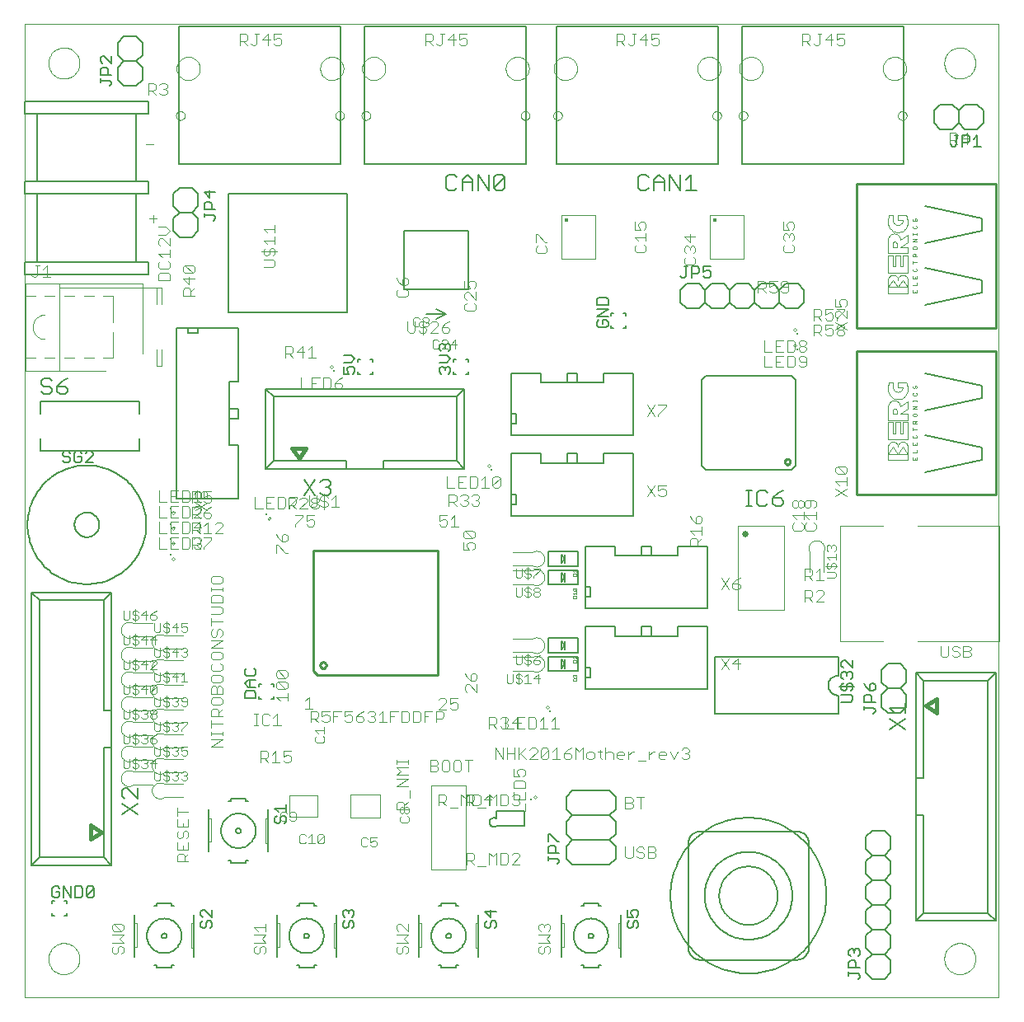
<source format=gto>
G75*
G70*
%OFA0B0*%
%FSLAX24Y24*%
%IPPOS*%
%LPD*%
%AMOC8*
5,1,8,0,0,1.08239X$1,22.5*
%
%ADD10C,0.0000*%
%ADD11C,0.0060*%
%ADD12C,0.0040*%
%ADD13C,0.0098*%
%ADD14C,0.0030*%
%ADD15C,0.0020*%
%ADD16C,0.0050*%
%ADD17C,0.0080*%
%ADD18C,0.0160*%
%ADD19C,0.0039*%
%ADD20C,0.0025*%
%ADD21C,0.0098*%
%ADD22C,0.0100*%
%ADD23C,0.0176*%
%ADD24C,0.0250*%
%ADD25C,0.0010*%
D10*
X000950Y000139D02*
X000950Y039509D01*
X040320Y039509D01*
X040320Y000139D01*
X000950Y000139D01*
X001894Y001714D02*
X001896Y001764D01*
X001902Y001814D01*
X001912Y001863D01*
X001926Y001911D01*
X001943Y001958D01*
X001964Y002003D01*
X001989Y002047D01*
X002017Y002088D01*
X002049Y002127D01*
X002083Y002164D01*
X002120Y002198D01*
X002160Y002228D01*
X002202Y002255D01*
X002246Y002279D01*
X002292Y002300D01*
X002339Y002316D01*
X002387Y002329D01*
X002437Y002338D01*
X002486Y002343D01*
X002537Y002344D01*
X002587Y002341D01*
X002636Y002334D01*
X002685Y002323D01*
X002733Y002308D01*
X002779Y002290D01*
X002824Y002268D01*
X002867Y002242D01*
X002908Y002213D01*
X002947Y002181D01*
X002983Y002146D01*
X003015Y002108D01*
X003045Y002068D01*
X003072Y002025D01*
X003095Y001981D01*
X003114Y001935D01*
X003130Y001887D01*
X003142Y001838D01*
X003150Y001789D01*
X003154Y001739D01*
X003154Y001689D01*
X003150Y001639D01*
X003142Y001590D01*
X003130Y001541D01*
X003114Y001493D01*
X003095Y001447D01*
X003072Y001403D01*
X003045Y001360D01*
X003015Y001320D01*
X002983Y001282D01*
X002947Y001247D01*
X002908Y001215D01*
X002867Y001186D01*
X002824Y001160D01*
X002779Y001138D01*
X002733Y001120D01*
X002685Y001105D01*
X002636Y001094D01*
X002587Y001087D01*
X002537Y001084D01*
X002486Y001085D01*
X002437Y001090D01*
X002387Y001099D01*
X002339Y001112D01*
X002292Y001128D01*
X002246Y001149D01*
X002202Y001173D01*
X002160Y001200D01*
X002120Y001230D01*
X002083Y001264D01*
X002049Y001301D01*
X002017Y001340D01*
X001989Y001381D01*
X001964Y001425D01*
X001943Y001470D01*
X001926Y001517D01*
X001912Y001565D01*
X001902Y001614D01*
X001896Y001664D01*
X001894Y001714D01*
X011629Y007456D02*
X011629Y008322D01*
X012771Y008322D01*
X012771Y007456D01*
X011629Y007456D01*
X014089Y007437D02*
X014089Y008342D01*
X015310Y008342D01*
X015310Y007437D01*
X014089Y007437D01*
X017366Y008707D02*
X017366Y005321D01*
X018783Y005321D01*
X018783Y008707D01*
X017366Y008707D01*
X029770Y015814D02*
X029770Y019214D01*
X031630Y019214D01*
X031630Y015814D01*
X029770Y015814D01*
X038115Y001714D02*
X038117Y001764D01*
X038123Y001814D01*
X038133Y001863D01*
X038147Y001911D01*
X038164Y001958D01*
X038185Y002003D01*
X038210Y002047D01*
X038238Y002088D01*
X038270Y002127D01*
X038304Y002164D01*
X038341Y002198D01*
X038381Y002228D01*
X038423Y002255D01*
X038467Y002279D01*
X038513Y002300D01*
X038560Y002316D01*
X038608Y002329D01*
X038658Y002338D01*
X038707Y002343D01*
X038758Y002344D01*
X038808Y002341D01*
X038857Y002334D01*
X038906Y002323D01*
X038954Y002308D01*
X039000Y002290D01*
X039045Y002268D01*
X039088Y002242D01*
X039129Y002213D01*
X039168Y002181D01*
X039204Y002146D01*
X039236Y002108D01*
X039266Y002068D01*
X039293Y002025D01*
X039316Y001981D01*
X039335Y001935D01*
X039351Y001887D01*
X039363Y001838D01*
X039371Y001789D01*
X039375Y001739D01*
X039375Y001689D01*
X039371Y001639D01*
X039363Y001590D01*
X039351Y001541D01*
X039335Y001493D01*
X039316Y001447D01*
X039293Y001403D01*
X039266Y001360D01*
X039236Y001320D01*
X039204Y001282D01*
X039168Y001247D01*
X039129Y001215D01*
X039088Y001186D01*
X039045Y001160D01*
X039000Y001138D01*
X038954Y001120D01*
X038906Y001105D01*
X038857Y001094D01*
X038808Y001087D01*
X038758Y001084D01*
X038707Y001085D01*
X038658Y001090D01*
X038608Y001099D01*
X038560Y001112D01*
X038513Y001128D01*
X038467Y001149D01*
X038423Y001173D01*
X038381Y001200D01*
X038341Y001230D01*
X038304Y001264D01*
X038270Y001301D01*
X038238Y001340D01*
X038210Y001381D01*
X038185Y001425D01*
X038164Y001470D01*
X038147Y001517D01*
X038133Y001565D01*
X038123Y001614D01*
X038117Y001664D01*
X038115Y001714D01*
X029994Y030009D02*
X028655Y030009D01*
X028655Y031781D01*
X029994Y031781D01*
X029994Y030009D01*
X029804Y035813D02*
X029806Y035839D01*
X029812Y035865D01*
X029822Y035890D01*
X029835Y035913D01*
X029851Y035933D01*
X029871Y035951D01*
X029893Y035966D01*
X029916Y035978D01*
X029942Y035986D01*
X029968Y035990D01*
X029994Y035990D01*
X030020Y035986D01*
X030046Y035978D01*
X030070Y035966D01*
X030091Y035951D01*
X030111Y035933D01*
X030127Y035913D01*
X030140Y035890D01*
X030150Y035865D01*
X030156Y035839D01*
X030158Y035813D01*
X030156Y035787D01*
X030150Y035761D01*
X030140Y035736D01*
X030127Y035713D01*
X030111Y035693D01*
X030091Y035675D01*
X030069Y035660D01*
X030046Y035648D01*
X030020Y035640D01*
X029994Y035636D01*
X029968Y035636D01*
X029942Y035640D01*
X029916Y035648D01*
X029892Y035660D01*
X029871Y035675D01*
X029851Y035693D01*
X029835Y035713D01*
X029822Y035736D01*
X029812Y035761D01*
X029806Y035787D01*
X029804Y035813D01*
X028741Y035813D02*
X028743Y035839D01*
X028749Y035865D01*
X028759Y035890D01*
X028772Y035913D01*
X028788Y035933D01*
X028808Y035951D01*
X028830Y035966D01*
X028853Y035978D01*
X028879Y035986D01*
X028905Y035990D01*
X028931Y035990D01*
X028957Y035986D01*
X028983Y035978D01*
X029007Y035966D01*
X029028Y035951D01*
X029048Y035933D01*
X029064Y035913D01*
X029077Y035890D01*
X029087Y035865D01*
X029093Y035839D01*
X029095Y035813D01*
X029093Y035787D01*
X029087Y035761D01*
X029077Y035736D01*
X029064Y035713D01*
X029048Y035693D01*
X029028Y035675D01*
X029006Y035660D01*
X028983Y035648D01*
X028957Y035640D01*
X028931Y035636D01*
X028905Y035636D01*
X028879Y035640D01*
X028853Y035648D01*
X028829Y035660D01*
X028808Y035675D01*
X028788Y035693D01*
X028772Y035713D01*
X028759Y035736D01*
X028749Y035761D01*
X028743Y035787D01*
X028741Y035813D01*
X028131Y037718D02*
X028133Y037761D01*
X028139Y037803D01*
X028149Y037845D01*
X028162Y037886D01*
X028179Y037926D01*
X028200Y037963D01*
X028224Y037999D01*
X028251Y038032D01*
X028281Y038063D01*
X028314Y038091D01*
X028349Y038116D01*
X028386Y038137D01*
X028425Y038155D01*
X028465Y038169D01*
X028507Y038180D01*
X028549Y038187D01*
X028592Y038190D01*
X028635Y038189D01*
X028678Y038184D01*
X028720Y038175D01*
X028761Y038163D01*
X028801Y038147D01*
X028839Y038127D01*
X028875Y038104D01*
X028909Y038077D01*
X028941Y038048D01*
X028969Y038016D01*
X028995Y037981D01*
X029017Y037945D01*
X029036Y037906D01*
X029051Y037866D01*
X029063Y037825D01*
X029071Y037782D01*
X029075Y037739D01*
X029075Y037697D01*
X029071Y037654D01*
X029063Y037611D01*
X029051Y037570D01*
X029036Y037530D01*
X029017Y037491D01*
X028995Y037455D01*
X028969Y037420D01*
X028941Y037388D01*
X028909Y037359D01*
X028875Y037332D01*
X028839Y037309D01*
X028801Y037289D01*
X028761Y037273D01*
X028720Y037261D01*
X028678Y037252D01*
X028635Y037247D01*
X028592Y037246D01*
X028549Y037249D01*
X028507Y037256D01*
X028465Y037267D01*
X028425Y037281D01*
X028386Y037299D01*
X028349Y037320D01*
X028314Y037345D01*
X028281Y037373D01*
X028251Y037404D01*
X028224Y037437D01*
X028200Y037473D01*
X028179Y037510D01*
X028162Y037550D01*
X028149Y037591D01*
X028139Y037633D01*
X028133Y037675D01*
X028131Y037718D01*
X029824Y037718D02*
X029826Y037761D01*
X029832Y037803D01*
X029842Y037845D01*
X029855Y037886D01*
X029872Y037926D01*
X029893Y037963D01*
X029917Y037999D01*
X029944Y038032D01*
X029974Y038063D01*
X030007Y038091D01*
X030042Y038116D01*
X030079Y038137D01*
X030118Y038155D01*
X030158Y038169D01*
X030200Y038180D01*
X030242Y038187D01*
X030285Y038190D01*
X030328Y038189D01*
X030371Y038184D01*
X030413Y038175D01*
X030454Y038163D01*
X030494Y038147D01*
X030532Y038127D01*
X030568Y038104D01*
X030602Y038077D01*
X030634Y038048D01*
X030662Y038016D01*
X030688Y037981D01*
X030710Y037945D01*
X030729Y037906D01*
X030744Y037866D01*
X030756Y037825D01*
X030764Y037782D01*
X030768Y037739D01*
X030768Y037697D01*
X030764Y037654D01*
X030756Y037611D01*
X030744Y037570D01*
X030729Y037530D01*
X030710Y037491D01*
X030688Y037455D01*
X030662Y037420D01*
X030634Y037388D01*
X030602Y037359D01*
X030568Y037332D01*
X030532Y037309D01*
X030494Y037289D01*
X030454Y037273D01*
X030413Y037261D01*
X030371Y037252D01*
X030328Y037247D01*
X030285Y037246D01*
X030242Y037249D01*
X030200Y037256D01*
X030158Y037267D01*
X030118Y037281D01*
X030079Y037299D01*
X030042Y037320D01*
X030007Y037345D01*
X029974Y037373D01*
X029944Y037404D01*
X029917Y037437D01*
X029893Y037473D01*
X029872Y037510D01*
X029855Y037550D01*
X029842Y037591D01*
X029832Y037633D01*
X029826Y037675D01*
X029824Y037718D01*
X035631Y037718D02*
X035633Y037761D01*
X035639Y037803D01*
X035649Y037845D01*
X035662Y037886D01*
X035679Y037926D01*
X035700Y037963D01*
X035724Y037999D01*
X035751Y038032D01*
X035781Y038063D01*
X035814Y038091D01*
X035849Y038116D01*
X035886Y038137D01*
X035925Y038155D01*
X035965Y038169D01*
X036007Y038180D01*
X036049Y038187D01*
X036092Y038190D01*
X036135Y038189D01*
X036178Y038184D01*
X036220Y038175D01*
X036261Y038163D01*
X036301Y038147D01*
X036339Y038127D01*
X036375Y038104D01*
X036409Y038077D01*
X036441Y038048D01*
X036469Y038016D01*
X036495Y037981D01*
X036517Y037945D01*
X036536Y037906D01*
X036551Y037866D01*
X036563Y037825D01*
X036571Y037782D01*
X036575Y037739D01*
X036575Y037697D01*
X036571Y037654D01*
X036563Y037611D01*
X036551Y037570D01*
X036536Y037530D01*
X036517Y037491D01*
X036495Y037455D01*
X036469Y037420D01*
X036441Y037388D01*
X036409Y037359D01*
X036375Y037332D01*
X036339Y037309D01*
X036301Y037289D01*
X036261Y037273D01*
X036220Y037261D01*
X036178Y037252D01*
X036135Y037247D01*
X036092Y037246D01*
X036049Y037249D01*
X036007Y037256D01*
X035965Y037267D01*
X035925Y037281D01*
X035886Y037299D01*
X035849Y037320D01*
X035814Y037345D01*
X035781Y037373D01*
X035751Y037404D01*
X035724Y037437D01*
X035700Y037473D01*
X035679Y037510D01*
X035662Y037550D01*
X035649Y037591D01*
X035639Y037633D01*
X035633Y037675D01*
X035631Y037718D01*
X036241Y035813D02*
X036243Y035839D01*
X036249Y035865D01*
X036259Y035890D01*
X036272Y035913D01*
X036288Y035933D01*
X036308Y035951D01*
X036330Y035966D01*
X036353Y035978D01*
X036379Y035986D01*
X036405Y035990D01*
X036431Y035990D01*
X036457Y035986D01*
X036483Y035978D01*
X036507Y035966D01*
X036528Y035951D01*
X036548Y035933D01*
X036564Y035913D01*
X036577Y035890D01*
X036587Y035865D01*
X036593Y035839D01*
X036595Y035813D01*
X036593Y035787D01*
X036587Y035761D01*
X036577Y035736D01*
X036564Y035713D01*
X036548Y035693D01*
X036528Y035675D01*
X036506Y035660D01*
X036483Y035648D01*
X036457Y035640D01*
X036431Y035636D01*
X036405Y035636D01*
X036379Y035640D01*
X036353Y035648D01*
X036329Y035660D01*
X036308Y035675D01*
X036288Y035693D01*
X036272Y035713D01*
X036259Y035736D01*
X036249Y035761D01*
X036243Y035787D01*
X036241Y035813D01*
X038115Y037935D02*
X038117Y037985D01*
X038123Y038035D01*
X038133Y038084D01*
X038147Y038132D01*
X038164Y038179D01*
X038185Y038224D01*
X038210Y038268D01*
X038238Y038309D01*
X038270Y038348D01*
X038304Y038385D01*
X038341Y038419D01*
X038381Y038449D01*
X038423Y038476D01*
X038467Y038500D01*
X038513Y038521D01*
X038560Y038537D01*
X038608Y038550D01*
X038658Y038559D01*
X038707Y038564D01*
X038758Y038565D01*
X038808Y038562D01*
X038857Y038555D01*
X038906Y038544D01*
X038954Y038529D01*
X039000Y038511D01*
X039045Y038489D01*
X039088Y038463D01*
X039129Y038434D01*
X039168Y038402D01*
X039204Y038367D01*
X039236Y038329D01*
X039266Y038289D01*
X039293Y038246D01*
X039316Y038202D01*
X039335Y038156D01*
X039351Y038108D01*
X039363Y038059D01*
X039371Y038010D01*
X039375Y037960D01*
X039375Y037910D01*
X039371Y037860D01*
X039363Y037811D01*
X039351Y037762D01*
X039335Y037714D01*
X039316Y037668D01*
X039293Y037624D01*
X039266Y037581D01*
X039236Y037541D01*
X039204Y037503D01*
X039168Y037468D01*
X039129Y037436D01*
X039088Y037407D01*
X039045Y037381D01*
X039000Y037359D01*
X038954Y037341D01*
X038906Y037326D01*
X038857Y037315D01*
X038808Y037308D01*
X038758Y037305D01*
X038707Y037306D01*
X038658Y037311D01*
X038608Y037320D01*
X038560Y037333D01*
X038513Y037349D01*
X038467Y037370D01*
X038423Y037394D01*
X038381Y037421D01*
X038341Y037451D01*
X038304Y037485D01*
X038270Y037522D01*
X038238Y037561D01*
X038210Y037602D01*
X038185Y037646D01*
X038164Y037691D01*
X038147Y037738D01*
X038133Y037786D01*
X038123Y037835D01*
X038117Y037885D01*
X038115Y037935D01*
X023994Y031781D02*
X023994Y030009D01*
X022655Y030009D01*
X022655Y031781D01*
X023994Y031781D01*
X022304Y035813D02*
X022306Y035839D01*
X022312Y035865D01*
X022322Y035890D01*
X022335Y035913D01*
X022351Y035933D01*
X022371Y035951D01*
X022393Y035966D01*
X022416Y035978D01*
X022442Y035986D01*
X022468Y035990D01*
X022494Y035990D01*
X022520Y035986D01*
X022546Y035978D01*
X022570Y035966D01*
X022591Y035951D01*
X022611Y035933D01*
X022627Y035913D01*
X022640Y035890D01*
X022650Y035865D01*
X022656Y035839D01*
X022658Y035813D01*
X022656Y035787D01*
X022650Y035761D01*
X022640Y035736D01*
X022627Y035713D01*
X022611Y035693D01*
X022591Y035675D01*
X022569Y035660D01*
X022546Y035648D01*
X022520Y035640D01*
X022494Y035636D01*
X022468Y035636D01*
X022442Y035640D01*
X022416Y035648D01*
X022392Y035660D01*
X022371Y035675D01*
X022351Y035693D01*
X022335Y035713D01*
X022322Y035736D01*
X022312Y035761D01*
X022306Y035787D01*
X022304Y035813D01*
X020991Y035813D02*
X020993Y035839D01*
X020999Y035865D01*
X021009Y035890D01*
X021022Y035913D01*
X021038Y035933D01*
X021058Y035951D01*
X021080Y035966D01*
X021103Y035978D01*
X021129Y035986D01*
X021155Y035990D01*
X021181Y035990D01*
X021207Y035986D01*
X021233Y035978D01*
X021257Y035966D01*
X021278Y035951D01*
X021298Y035933D01*
X021314Y035913D01*
X021327Y035890D01*
X021337Y035865D01*
X021343Y035839D01*
X021345Y035813D01*
X021343Y035787D01*
X021337Y035761D01*
X021327Y035736D01*
X021314Y035713D01*
X021298Y035693D01*
X021278Y035675D01*
X021256Y035660D01*
X021233Y035648D01*
X021207Y035640D01*
X021181Y035636D01*
X021155Y035636D01*
X021129Y035640D01*
X021103Y035648D01*
X021079Y035660D01*
X021058Y035675D01*
X021038Y035693D01*
X021022Y035713D01*
X021009Y035736D01*
X020999Y035761D01*
X020993Y035787D01*
X020991Y035813D01*
X020381Y037718D02*
X020383Y037761D01*
X020389Y037803D01*
X020399Y037845D01*
X020412Y037886D01*
X020429Y037926D01*
X020450Y037963D01*
X020474Y037999D01*
X020501Y038032D01*
X020531Y038063D01*
X020564Y038091D01*
X020599Y038116D01*
X020636Y038137D01*
X020675Y038155D01*
X020715Y038169D01*
X020757Y038180D01*
X020799Y038187D01*
X020842Y038190D01*
X020885Y038189D01*
X020928Y038184D01*
X020970Y038175D01*
X021011Y038163D01*
X021051Y038147D01*
X021089Y038127D01*
X021125Y038104D01*
X021159Y038077D01*
X021191Y038048D01*
X021219Y038016D01*
X021245Y037981D01*
X021267Y037945D01*
X021286Y037906D01*
X021301Y037866D01*
X021313Y037825D01*
X021321Y037782D01*
X021325Y037739D01*
X021325Y037697D01*
X021321Y037654D01*
X021313Y037611D01*
X021301Y037570D01*
X021286Y037530D01*
X021267Y037491D01*
X021245Y037455D01*
X021219Y037420D01*
X021191Y037388D01*
X021159Y037359D01*
X021125Y037332D01*
X021089Y037309D01*
X021051Y037289D01*
X021011Y037273D01*
X020970Y037261D01*
X020928Y037252D01*
X020885Y037247D01*
X020842Y037246D01*
X020799Y037249D01*
X020757Y037256D01*
X020715Y037267D01*
X020675Y037281D01*
X020636Y037299D01*
X020599Y037320D01*
X020564Y037345D01*
X020531Y037373D01*
X020501Y037404D01*
X020474Y037437D01*
X020450Y037473D01*
X020429Y037510D01*
X020412Y037550D01*
X020399Y037591D01*
X020389Y037633D01*
X020383Y037675D01*
X020381Y037718D01*
X022324Y037718D02*
X022326Y037761D01*
X022332Y037803D01*
X022342Y037845D01*
X022355Y037886D01*
X022372Y037926D01*
X022393Y037963D01*
X022417Y037999D01*
X022444Y038032D01*
X022474Y038063D01*
X022507Y038091D01*
X022542Y038116D01*
X022579Y038137D01*
X022618Y038155D01*
X022658Y038169D01*
X022700Y038180D01*
X022742Y038187D01*
X022785Y038190D01*
X022828Y038189D01*
X022871Y038184D01*
X022913Y038175D01*
X022954Y038163D01*
X022994Y038147D01*
X023032Y038127D01*
X023068Y038104D01*
X023102Y038077D01*
X023134Y038048D01*
X023162Y038016D01*
X023188Y037981D01*
X023210Y037945D01*
X023229Y037906D01*
X023244Y037866D01*
X023256Y037825D01*
X023264Y037782D01*
X023268Y037739D01*
X023268Y037697D01*
X023264Y037654D01*
X023256Y037611D01*
X023244Y037570D01*
X023229Y037530D01*
X023210Y037491D01*
X023188Y037455D01*
X023162Y037420D01*
X023134Y037388D01*
X023102Y037359D01*
X023068Y037332D01*
X023032Y037309D01*
X022994Y037289D01*
X022954Y037273D01*
X022913Y037261D01*
X022871Y037252D01*
X022828Y037247D01*
X022785Y037246D01*
X022742Y037249D01*
X022700Y037256D01*
X022658Y037267D01*
X022618Y037281D01*
X022579Y037299D01*
X022542Y037320D01*
X022507Y037345D01*
X022474Y037373D01*
X022444Y037404D01*
X022417Y037437D01*
X022393Y037473D01*
X022372Y037510D01*
X022355Y037550D01*
X022342Y037591D01*
X022332Y037633D01*
X022326Y037675D01*
X022324Y037718D01*
X014574Y037718D02*
X014576Y037761D01*
X014582Y037803D01*
X014592Y037845D01*
X014605Y037886D01*
X014622Y037926D01*
X014643Y037963D01*
X014667Y037999D01*
X014694Y038032D01*
X014724Y038063D01*
X014757Y038091D01*
X014792Y038116D01*
X014829Y038137D01*
X014868Y038155D01*
X014908Y038169D01*
X014950Y038180D01*
X014992Y038187D01*
X015035Y038190D01*
X015078Y038189D01*
X015121Y038184D01*
X015163Y038175D01*
X015204Y038163D01*
X015244Y038147D01*
X015282Y038127D01*
X015318Y038104D01*
X015352Y038077D01*
X015384Y038048D01*
X015412Y038016D01*
X015438Y037981D01*
X015460Y037945D01*
X015479Y037906D01*
X015494Y037866D01*
X015506Y037825D01*
X015514Y037782D01*
X015518Y037739D01*
X015518Y037697D01*
X015514Y037654D01*
X015506Y037611D01*
X015494Y037570D01*
X015479Y037530D01*
X015460Y037491D01*
X015438Y037455D01*
X015412Y037420D01*
X015384Y037388D01*
X015352Y037359D01*
X015318Y037332D01*
X015282Y037309D01*
X015244Y037289D01*
X015204Y037273D01*
X015163Y037261D01*
X015121Y037252D01*
X015078Y037247D01*
X015035Y037246D01*
X014992Y037249D01*
X014950Y037256D01*
X014908Y037267D01*
X014868Y037281D01*
X014829Y037299D01*
X014792Y037320D01*
X014757Y037345D01*
X014724Y037373D01*
X014694Y037404D01*
X014667Y037437D01*
X014643Y037473D01*
X014622Y037510D01*
X014605Y037550D01*
X014592Y037591D01*
X014582Y037633D01*
X014576Y037675D01*
X014574Y037718D01*
X012881Y037718D02*
X012883Y037761D01*
X012889Y037803D01*
X012899Y037845D01*
X012912Y037886D01*
X012929Y037926D01*
X012950Y037963D01*
X012974Y037999D01*
X013001Y038032D01*
X013031Y038063D01*
X013064Y038091D01*
X013099Y038116D01*
X013136Y038137D01*
X013175Y038155D01*
X013215Y038169D01*
X013257Y038180D01*
X013299Y038187D01*
X013342Y038190D01*
X013385Y038189D01*
X013428Y038184D01*
X013470Y038175D01*
X013511Y038163D01*
X013551Y038147D01*
X013589Y038127D01*
X013625Y038104D01*
X013659Y038077D01*
X013691Y038048D01*
X013719Y038016D01*
X013745Y037981D01*
X013767Y037945D01*
X013786Y037906D01*
X013801Y037866D01*
X013813Y037825D01*
X013821Y037782D01*
X013825Y037739D01*
X013825Y037697D01*
X013821Y037654D01*
X013813Y037611D01*
X013801Y037570D01*
X013786Y037530D01*
X013767Y037491D01*
X013745Y037455D01*
X013719Y037420D01*
X013691Y037388D01*
X013659Y037359D01*
X013625Y037332D01*
X013589Y037309D01*
X013551Y037289D01*
X013511Y037273D01*
X013470Y037261D01*
X013428Y037252D01*
X013385Y037247D01*
X013342Y037246D01*
X013299Y037249D01*
X013257Y037256D01*
X013215Y037267D01*
X013175Y037281D01*
X013136Y037299D01*
X013099Y037320D01*
X013064Y037345D01*
X013031Y037373D01*
X013001Y037404D01*
X012974Y037437D01*
X012950Y037473D01*
X012929Y037510D01*
X012912Y037550D01*
X012899Y037591D01*
X012889Y037633D01*
X012883Y037675D01*
X012881Y037718D01*
X013491Y035813D02*
X013493Y035839D01*
X013499Y035865D01*
X013509Y035890D01*
X013522Y035913D01*
X013538Y035933D01*
X013558Y035951D01*
X013580Y035966D01*
X013603Y035978D01*
X013629Y035986D01*
X013655Y035990D01*
X013681Y035990D01*
X013707Y035986D01*
X013733Y035978D01*
X013757Y035966D01*
X013778Y035951D01*
X013798Y035933D01*
X013814Y035913D01*
X013827Y035890D01*
X013837Y035865D01*
X013843Y035839D01*
X013845Y035813D01*
X013843Y035787D01*
X013837Y035761D01*
X013827Y035736D01*
X013814Y035713D01*
X013798Y035693D01*
X013778Y035675D01*
X013756Y035660D01*
X013733Y035648D01*
X013707Y035640D01*
X013681Y035636D01*
X013655Y035636D01*
X013629Y035640D01*
X013603Y035648D01*
X013579Y035660D01*
X013558Y035675D01*
X013538Y035693D01*
X013522Y035713D01*
X013509Y035736D01*
X013499Y035761D01*
X013493Y035787D01*
X013491Y035813D01*
X014554Y035813D02*
X014556Y035839D01*
X014562Y035865D01*
X014572Y035890D01*
X014585Y035913D01*
X014601Y035933D01*
X014621Y035951D01*
X014643Y035966D01*
X014666Y035978D01*
X014692Y035986D01*
X014718Y035990D01*
X014744Y035990D01*
X014770Y035986D01*
X014796Y035978D01*
X014820Y035966D01*
X014841Y035951D01*
X014861Y035933D01*
X014877Y035913D01*
X014890Y035890D01*
X014900Y035865D01*
X014906Y035839D01*
X014908Y035813D01*
X014906Y035787D01*
X014900Y035761D01*
X014890Y035736D01*
X014877Y035713D01*
X014861Y035693D01*
X014841Y035675D01*
X014819Y035660D01*
X014796Y035648D01*
X014770Y035640D01*
X014744Y035636D01*
X014718Y035636D01*
X014692Y035640D01*
X014666Y035648D01*
X014642Y035660D01*
X014621Y035675D01*
X014601Y035693D01*
X014585Y035713D01*
X014572Y035736D01*
X014562Y035761D01*
X014556Y035787D01*
X014554Y035813D01*
X007074Y037718D02*
X007076Y037761D01*
X007082Y037803D01*
X007092Y037845D01*
X007105Y037886D01*
X007122Y037926D01*
X007143Y037963D01*
X007167Y037999D01*
X007194Y038032D01*
X007224Y038063D01*
X007257Y038091D01*
X007292Y038116D01*
X007329Y038137D01*
X007368Y038155D01*
X007408Y038169D01*
X007450Y038180D01*
X007492Y038187D01*
X007535Y038190D01*
X007578Y038189D01*
X007621Y038184D01*
X007663Y038175D01*
X007704Y038163D01*
X007744Y038147D01*
X007782Y038127D01*
X007818Y038104D01*
X007852Y038077D01*
X007884Y038048D01*
X007912Y038016D01*
X007938Y037981D01*
X007960Y037945D01*
X007979Y037906D01*
X007994Y037866D01*
X008006Y037825D01*
X008014Y037782D01*
X008018Y037739D01*
X008018Y037697D01*
X008014Y037654D01*
X008006Y037611D01*
X007994Y037570D01*
X007979Y037530D01*
X007960Y037491D01*
X007938Y037455D01*
X007912Y037420D01*
X007884Y037388D01*
X007852Y037359D01*
X007818Y037332D01*
X007782Y037309D01*
X007744Y037289D01*
X007704Y037273D01*
X007663Y037261D01*
X007621Y037252D01*
X007578Y037247D01*
X007535Y037246D01*
X007492Y037249D01*
X007450Y037256D01*
X007408Y037267D01*
X007368Y037281D01*
X007329Y037299D01*
X007292Y037320D01*
X007257Y037345D01*
X007224Y037373D01*
X007194Y037404D01*
X007167Y037437D01*
X007143Y037473D01*
X007122Y037510D01*
X007105Y037550D01*
X007092Y037591D01*
X007082Y037633D01*
X007076Y037675D01*
X007074Y037718D01*
X007054Y035813D02*
X007056Y035839D01*
X007062Y035865D01*
X007072Y035890D01*
X007085Y035913D01*
X007101Y035933D01*
X007121Y035951D01*
X007143Y035966D01*
X007166Y035978D01*
X007192Y035986D01*
X007218Y035990D01*
X007244Y035990D01*
X007270Y035986D01*
X007296Y035978D01*
X007320Y035966D01*
X007341Y035951D01*
X007361Y035933D01*
X007377Y035913D01*
X007390Y035890D01*
X007400Y035865D01*
X007406Y035839D01*
X007408Y035813D01*
X007406Y035787D01*
X007400Y035761D01*
X007390Y035736D01*
X007377Y035713D01*
X007361Y035693D01*
X007341Y035675D01*
X007319Y035660D01*
X007296Y035648D01*
X007270Y035640D01*
X007244Y035636D01*
X007218Y035636D01*
X007192Y035640D01*
X007166Y035648D01*
X007142Y035660D01*
X007121Y035675D01*
X007101Y035693D01*
X007085Y035713D01*
X007072Y035736D01*
X007062Y035761D01*
X007056Y035787D01*
X007054Y035813D01*
X001894Y037935D02*
X001896Y037985D01*
X001902Y038035D01*
X001912Y038084D01*
X001926Y038132D01*
X001943Y038179D01*
X001964Y038224D01*
X001989Y038268D01*
X002017Y038309D01*
X002049Y038348D01*
X002083Y038385D01*
X002120Y038419D01*
X002160Y038449D01*
X002202Y038476D01*
X002246Y038500D01*
X002292Y038521D01*
X002339Y038537D01*
X002387Y038550D01*
X002437Y038559D01*
X002486Y038564D01*
X002537Y038565D01*
X002587Y038562D01*
X002636Y038555D01*
X002685Y038544D01*
X002733Y038529D01*
X002779Y038511D01*
X002824Y038489D01*
X002867Y038463D01*
X002908Y038434D01*
X002947Y038402D01*
X002983Y038367D01*
X003015Y038329D01*
X003045Y038289D01*
X003072Y038246D01*
X003095Y038202D01*
X003114Y038156D01*
X003130Y038108D01*
X003142Y038059D01*
X003150Y038010D01*
X003154Y037960D01*
X003154Y037910D01*
X003150Y037860D01*
X003142Y037811D01*
X003130Y037762D01*
X003114Y037714D01*
X003095Y037668D01*
X003072Y037624D01*
X003045Y037581D01*
X003015Y037541D01*
X002983Y037503D01*
X002947Y037468D01*
X002908Y037436D01*
X002867Y037407D01*
X002824Y037381D01*
X002779Y037359D01*
X002733Y037341D01*
X002685Y037326D01*
X002636Y037315D01*
X002587Y037308D01*
X002537Y037305D01*
X002486Y037306D01*
X002437Y037311D01*
X002387Y037320D01*
X002339Y037333D01*
X002292Y037349D01*
X002246Y037370D01*
X002202Y037394D01*
X002160Y037421D01*
X002120Y037451D01*
X002083Y037485D01*
X002049Y037522D01*
X002017Y037561D01*
X001989Y037602D01*
X001964Y037646D01*
X001943Y037691D01*
X001926Y037738D01*
X001912Y037786D01*
X001902Y037835D01*
X001896Y037885D01*
X001894Y037935D01*
D11*
X004700Y037764D02*
X004700Y037264D01*
X004950Y037014D01*
X005450Y037014D01*
X005700Y037264D01*
X005700Y037764D01*
X005450Y038014D01*
X005700Y038264D01*
X005700Y038764D01*
X005450Y039014D01*
X004950Y039014D01*
X004700Y038764D01*
X004700Y038264D01*
X004950Y038014D01*
X005450Y038014D01*
X004950Y038014D02*
X004700Y037764D01*
X007200Y032889D02*
X006950Y032639D01*
X006950Y032139D01*
X007200Y031889D01*
X006950Y031639D01*
X006950Y031139D01*
X007200Y030889D01*
X007700Y030889D01*
X007950Y031139D01*
X007950Y031639D01*
X007700Y031889D01*
X007200Y031889D01*
X007700Y031889D02*
X007950Y032139D01*
X007950Y032639D01*
X007700Y032889D01*
X007200Y032889D01*
X014400Y025939D02*
X014400Y025839D01*
X014400Y025939D02*
X014500Y025939D01*
X014900Y025939D02*
X015000Y025939D01*
X015000Y025839D01*
X015000Y025439D02*
X015000Y025339D01*
X014900Y025339D01*
X014500Y025339D02*
X014400Y025339D01*
X014400Y025439D01*
X018275Y025439D02*
X018275Y025339D01*
X018375Y025339D01*
X018775Y025339D02*
X018875Y025339D01*
X018875Y025439D01*
X018875Y025839D02*
X018875Y025939D01*
X018775Y025939D01*
X018375Y025939D02*
X018275Y025939D01*
X018275Y025839D01*
X013309Y020994D02*
X013309Y020888D01*
X013202Y020781D01*
X013309Y020674D01*
X013309Y020567D01*
X013202Y020461D01*
X012989Y020461D01*
X012882Y020567D01*
X012665Y020461D02*
X012238Y021101D01*
X012665Y021101D02*
X012238Y020461D01*
X012882Y020994D02*
X012989Y021101D01*
X013202Y021101D01*
X013309Y020994D01*
X013202Y020781D02*
X013096Y020781D01*
X011000Y012814D02*
X011000Y012714D01*
X011000Y012814D02*
X010900Y012814D01*
X010500Y012814D02*
X010400Y012814D01*
X010400Y012714D01*
X010400Y012314D02*
X010400Y012214D01*
X010500Y012214D01*
X010900Y012214D02*
X011000Y012214D01*
X011000Y012314D01*
X009875Y008189D02*
X009275Y008189D01*
X009275Y008089D01*
X009175Y008089D01*
X009875Y008089D02*
X009975Y008089D01*
X009875Y008089D02*
X009875Y008189D01*
X010775Y007739D02*
X010775Y007389D01*
X010775Y006389D01*
X010775Y006039D01*
X009975Y005689D02*
X009875Y005689D01*
X009875Y005589D01*
X009275Y005589D01*
X009275Y005689D01*
X009175Y005689D01*
X008375Y006039D02*
X008375Y006439D01*
X008375Y007389D01*
X008375Y007739D01*
X009475Y006889D02*
X009477Y006909D01*
X009483Y006927D01*
X009492Y006945D01*
X009504Y006960D01*
X009519Y006972D01*
X009537Y006981D01*
X009555Y006987D01*
X009575Y006989D01*
X009595Y006987D01*
X009613Y006981D01*
X009631Y006972D01*
X009646Y006960D01*
X009658Y006945D01*
X009667Y006927D01*
X009673Y006909D01*
X009675Y006889D01*
X009673Y006869D01*
X009667Y006851D01*
X009658Y006833D01*
X009646Y006818D01*
X009631Y006806D01*
X009613Y006797D01*
X009595Y006791D01*
X009575Y006789D01*
X009555Y006791D01*
X009537Y006797D01*
X009519Y006806D01*
X009504Y006818D01*
X009492Y006833D01*
X009483Y006851D01*
X009477Y006869D01*
X009475Y006889D01*
X008875Y006889D02*
X008877Y006941D01*
X008883Y006993D01*
X008893Y007045D01*
X008906Y007095D01*
X008923Y007145D01*
X008944Y007193D01*
X008969Y007239D01*
X008997Y007283D01*
X009028Y007325D01*
X009062Y007365D01*
X009099Y007402D01*
X009139Y007436D01*
X009181Y007467D01*
X009225Y007495D01*
X009271Y007520D01*
X009319Y007541D01*
X009369Y007558D01*
X009419Y007571D01*
X009471Y007581D01*
X009523Y007587D01*
X009575Y007589D01*
X009627Y007587D01*
X009679Y007581D01*
X009731Y007571D01*
X009781Y007558D01*
X009831Y007541D01*
X009879Y007520D01*
X009925Y007495D01*
X009969Y007467D01*
X010011Y007436D01*
X010051Y007402D01*
X010088Y007365D01*
X010122Y007325D01*
X010153Y007283D01*
X010181Y007239D01*
X010206Y007193D01*
X010227Y007145D01*
X010244Y007095D01*
X010257Y007045D01*
X010267Y006993D01*
X010273Y006941D01*
X010275Y006889D01*
X010273Y006837D01*
X010267Y006785D01*
X010257Y006733D01*
X010244Y006683D01*
X010227Y006633D01*
X010206Y006585D01*
X010181Y006539D01*
X010153Y006495D01*
X010122Y006453D01*
X010088Y006413D01*
X010051Y006376D01*
X010011Y006342D01*
X009969Y006311D01*
X009925Y006283D01*
X009879Y006258D01*
X009831Y006237D01*
X009781Y006220D01*
X009731Y006207D01*
X009679Y006197D01*
X009627Y006191D01*
X009575Y006189D01*
X009523Y006191D01*
X009471Y006197D01*
X009419Y006207D01*
X009369Y006220D01*
X009319Y006237D01*
X009271Y006258D01*
X009225Y006283D01*
X009181Y006311D01*
X009139Y006342D01*
X009099Y006376D01*
X009062Y006413D01*
X009028Y006453D01*
X008997Y006495D01*
X008969Y006539D01*
X008944Y006585D01*
X008923Y006633D01*
X008906Y006683D01*
X008893Y006733D01*
X008883Y006785D01*
X008877Y006837D01*
X008875Y006889D01*
X005503Y007552D02*
X004863Y007979D01*
X004970Y008197D02*
X004863Y008304D01*
X004863Y008517D01*
X004970Y008624D01*
X005076Y008624D01*
X005503Y008197D01*
X005503Y008624D01*
X005503Y007979D02*
X004863Y007552D01*
X002625Y004064D02*
X002525Y004064D01*
X002625Y004064D02*
X002625Y003964D01*
X002625Y003564D02*
X002625Y003464D01*
X002525Y003464D01*
X002125Y003464D02*
X002025Y003464D01*
X002025Y003564D01*
X002025Y003964D02*
X002025Y004064D01*
X002125Y004064D01*
X005375Y003489D02*
X005375Y003139D01*
X005375Y002189D01*
X005375Y001789D01*
X006175Y001439D02*
X006275Y001439D01*
X006275Y001339D01*
X006875Y001339D01*
X006875Y001439D01*
X006975Y001439D01*
X007775Y001789D02*
X007775Y002139D01*
X007775Y003139D01*
X007775Y003489D01*
X006975Y003839D02*
X006875Y003839D01*
X006875Y003939D01*
X006275Y003939D01*
X006275Y003839D01*
X006175Y003839D01*
X006475Y002639D02*
X006477Y002659D01*
X006483Y002677D01*
X006492Y002695D01*
X006504Y002710D01*
X006519Y002722D01*
X006537Y002731D01*
X006555Y002737D01*
X006575Y002739D01*
X006595Y002737D01*
X006613Y002731D01*
X006631Y002722D01*
X006646Y002710D01*
X006658Y002695D01*
X006667Y002677D01*
X006673Y002659D01*
X006675Y002639D01*
X006673Y002619D01*
X006667Y002601D01*
X006658Y002583D01*
X006646Y002568D01*
X006631Y002556D01*
X006613Y002547D01*
X006595Y002541D01*
X006575Y002539D01*
X006555Y002541D01*
X006537Y002547D01*
X006519Y002556D01*
X006504Y002568D01*
X006492Y002583D01*
X006483Y002601D01*
X006477Y002619D01*
X006475Y002639D01*
X005875Y002639D02*
X005877Y002691D01*
X005883Y002743D01*
X005893Y002795D01*
X005906Y002845D01*
X005923Y002895D01*
X005944Y002943D01*
X005969Y002989D01*
X005997Y003033D01*
X006028Y003075D01*
X006062Y003115D01*
X006099Y003152D01*
X006139Y003186D01*
X006181Y003217D01*
X006225Y003245D01*
X006271Y003270D01*
X006319Y003291D01*
X006369Y003308D01*
X006419Y003321D01*
X006471Y003331D01*
X006523Y003337D01*
X006575Y003339D01*
X006627Y003337D01*
X006679Y003331D01*
X006731Y003321D01*
X006781Y003308D01*
X006831Y003291D01*
X006879Y003270D01*
X006925Y003245D01*
X006969Y003217D01*
X007011Y003186D01*
X007051Y003152D01*
X007088Y003115D01*
X007122Y003075D01*
X007153Y003033D01*
X007181Y002989D01*
X007206Y002943D01*
X007227Y002895D01*
X007244Y002845D01*
X007257Y002795D01*
X007267Y002743D01*
X007273Y002691D01*
X007275Y002639D01*
X007273Y002587D01*
X007267Y002535D01*
X007257Y002483D01*
X007244Y002433D01*
X007227Y002383D01*
X007206Y002335D01*
X007181Y002289D01*
X007153Y002245D01*
X007122Y002203D01*
X007088Y002163D01*
X007051Y002126D01*
X007011Y002092D01*
X006969Y002061D01*
X006925Y002033D01*
X006879Y002008D01*
X006831Y001987D01*
X006781Y001970D01*
X006731Y001957D01*
X006679Y001947D01*
X006627Y001941D01*
X006575Y001939D01*
X006523Y001941D01*
X006471Y001947D01*
X006419Y001957D01*
X006369Y001970D01*
X006319Y001987D01*
X006271Y002008D01*
X006225Y002033D01*
X006181Y002061D01*
X006139Y002092D01*
X006099Y002126D01*
X006062Y002163D01*
X006028Y002203D01*
X005997Y002245D01*
X005969Y002289D01*
X005944Y002335D01*
X005923Y002383D01*
X005906Y002433D01*
X005893Y002483D01*
X005883Y002535D01*
X005877Y002587D01*
X005875Y002639D01*
X011125Y002189D02*
X011125Y001789D01*
X011125Y002189D02*
X011125Y003139D01*
X011125Y003489D01*
X011925Y003839D02*
X012025Y003839D01*
X012025Y003939D01*
X012625Y003939D01*
X012625Y003839D01*
X012725Y003839D01*
X013525Y003489D02*
X013525Y003139D01*
X013525Y002139D01*
X013525Y001789D01*
X012725Y001439D02*
X012625Y001439D01*
X012625Y001339D01*
X012025Y001339D01*
X012025Y001439D01*
X011925Y001439D01*
X012225Y002639D02*
X012227Y002659D01*
X012233Y002677D01*
X012242Y002695D01*
X012254Y002710D01*
X012269Y002722D01*
X012287Y002731D01*
X012305Y002737D01*
X012325Y002739D01*
X012345Y002737D01*
X012363Y002731D01*
X012381Y002722D01*
X012396Y002710D01*
X012408Y002695D01*
X012417Y002677D01*
X012423Y002659D01*
X012425Y002639D01*
X012423Y002619D01*
X012417Y002601D01*
X012408Y002583D01*
X012396Y002568D01*
X012381Y002556D01*
X012363Y002547D01*
X012345Y002541D01*
X012325Y002539D01*
X012305Y002541D01*
X012287Y002547D01*
X012269Y002556D01*
X012254Y002568D01*
X012242Y002583D01*
X012233Y002601D01*
X012227Y002619D01*
X012225Y002639D01*
X011625Y002639D02*
X011627Y002691D01*
X011633Y002743D01*
X011643Y002795D01*
X011656Y002845D01*
X011673Y002895D01*
X011694Y002943D01*
X011719Y002989D01*
X011747Y003033D01*
X011778Y003075D01*
X011812Y003115D01*
X011849Y003152D01*
X011889Y003186D01*
X011931Y003217D01*
X011975Y003245D01*
X012021Y003270D01*
X012069Y003291D01*
X012119Y003308D01*
X012169Y003321D01*
X012221Y003331D01*
X012273Y003337D01*
X012325Y003339D01*
X012377Y003337D01*
X012429Y003331D01*
X012481Y003321D01*
X012531Y003308D01*
X012581Y003291D01*
X012629Y003270D01*
X012675Y003245D01*
X012719Y003217D01*
X012761Y003186D01*
X012801Y003152D01*
X012838Y003115D01*
X012872Y003075D01*
X012903Y003033D01*
X012931Y002989D01*
X012956Y002943D01*
X012977Y002895D01*
X012994Y002845D01*
X013007Y002795D01*
X013017Y002743D01*
X013023Y002691D01*
X013025Y002639D01*
X013023Y002587D01*
X013017Y002535D01*
X013007Y002483D01*
X012994Y002433D01*
X012977Y002383D01*
X012956Y002335D01*
X012931Y002289D01*
X012903Y002245D01*
X012872Y002203D01*
X012838Y002163D01*
X012801Y002126D01*
X012761Y002092D01*
X012719Y002061D01*
X012675Y002033D01*
X012629Y002008D01*
X012581Y001987D01*
X012531Y001970D01*
X012481Y001957D01*
X012429Y001947D01*
X012377Y001941D01*
X012325Y001939D01*
X012273Y001941D01*
X012221Y001947D01*
X012169Y001957D01*
X012119Y001970D01*
X012069Y001987D01*
X012021Y002008D01*
X011975Y002033D01*
X011931Y002061D01*
X011889Y002092D01*
X011849Y002126D01*
X011812Y002163D01*
X011778Y002203D01*
X011747Y002245D01*
X011719Y002289D01*
X011694Y002335D01*
X011673Y002383D01*
X011656Y002433D01*
X011643Y002483D01*
X011633Y002535D01*
X011627Y002587D01*
X011625Y002639D01*
X016875Y002189D02*
X016875Y001789D01*
X016875Y002189D02*
X016875Y003139D01*
X016875Y003489D01*
X017675Y003839D02*
X017775Y003839D01*
X017775Y003939D01*
X018375Y003939D01*
X018375Y003839D01*
X018475Y003839D01*
X019275Y003489D02*
X019275Y003139D01*
X019275Y002139D01*
X019275Y001789D01*
X018475Y001439D02*
X018375Y001439D01*
X018375Y001339D01*
X017775Y001339D01*
X017775Y001439D01*
X017675Y001439D01*
X017975Y002639D02*
X017977Y002659D01*
X017983Y002677D01*
X017992Y002695D01*
X018004Y002710D01*
X018019Y002722D01*
X018037Y002731D01*
X018055Y002737D01*
X018075Y002739D01*
X018095Y002737D01*
X018113Y002731D01*
X018131Y002722D01*
X018146Y002710D01*
X018158Y002695D01*
X018167Y002677D01*
X018173Y002659D01*
X018175Y002639D01*
X018173Y002619D01*
X018167Y002601D01*
X018158Y002583D01*
X018146Y002568D01*
X018131Y002556D01*
X018113Y002547D01*
X018095Y002541D01*
X018075Y002539D01*
X018055Y002541D01*
X018037Y002547D01*
X018019Y002556D01*
X018004Y002568D01*
X017992Y002583D01*
X017983Y002601D01*
X017977Y002619D01*
X017975Y002639D01*
X017375Y002639D02*
X017377Y002691D01*
X017383Y002743D01*
X017393Y002795D01*
X017406Y002845D01*
X017423Y002895D01*
X017444Y002943D01*
X017469Y002989D01*
X017497Y003033D01*
X017528Y003075D01*
X017562Y003115D01*
X017599Y003152D01*
X017639Y003186D01*
X017681Y003217D01*
X017725Y003245D01*
X017771Y003270D01*
X017819Y003291D01*
X017869Y003308D01*
X017919Y003321D01*
X017971Y003331D01*
X018023Y003337D01*
X018075Y003339D01*
X018127Y003337D01*
X018179Y003331D01*
X018231Y003321D01*
X018281Y003308D01*
X018331Y003291D01*
X018379Y003270D01*
X018425Y003245D01*
X018469Y003217D01*
X018511Y003186D01*
X018551Y003152D01*
X018588Y003115D01*
X018622Y003075D01*
X018653Y003033D01*
X018681Y002989D01*
X018706Y002943D01*
X018727Y002895D01*
X018744Y002845D01*
X018757Y002795D01*
X018767Y002743D01*
X018773Y002691D01*
X018775Y002639D01*
X018773Y002587D01*
X018767Y002535D01*
X018757Y002483D01*
X018744Y002433D01*
X018727Y002383D01*
X018706Y002335D01*
X018681Y002289D01*
X018653Y002245D01*
X018622Y002203D01*
X018588Y002163D01*
X018551Y002126D01*
X018511Y002092D01*
X018469Y002061D01*
X018425Y002033D01*
X018379Y002008D01*
X018331Y001987D01*
X018281Y001970D01*
X018231Y001957D01*
X018179Y001947D01*
X018127Y001941D01*
X018075Y001939D01*
X018023Y001941D01*
X017971Y001947D01*
X017919Y001957D01*
X017869Y001970D01*
X017819Y001987D01*
X017771Y002008D01*
X017725Y002033D01*
X017681Y002061D01*
X017639Y002092D01*
X017599Y002126D01*
X017562Y002163D01*
X017528Y002203D01*
X017497Y002245D01*
X017469Y002289D01*
X017444Y002335D01*
X017423Y002383D01*
X017406Y002433D01*
X017393Y002483D01*
X017383Y002535D01*
X017377Y002587D01*
X017375Y002639D01*
X022625Y002189D02*
X022625Y001789D01*
X022625Y002189D02*
X022625Y003139D01*
X022625Y003489D01*
X023425Y003839D02*
X023525Y003839D01*
X023525Y003939D01*
X024125Y003939D01*
X024125Y003839D01*
X024225Y003839D01*
X025025Y003489D02*
X025025Y003139D01*
X025025Y002139D01*
X025025Y001789D01*
X024225Y001439D02*
X024125Y001439D01*
X024125Y001339D01*
X023525Y001339D01*
X023525Y001439D01*
X023425Y001439D01*
X023725Y002639D02*
X023727Y002659D01*
X023733Y002677D01*
X023742Y002695D01*
X023754Y002710D01*
X023769Y002722D01*
X023787Y002731D01*
X023805Y002737D01*
X023825Y002739D01*
X023845Y002737D01*
X023863Y002731D01*
X023881Y002722D01*
X023896Y002710D01*
X023908Y002695D01*
X023917Y002677D01*
X023923Y002659D01*
X023925Y002639D01*
X023923Y002619D01*
X023917Y002601D01*
X023908Y002583D01*
X023896Y002568D01*
X023881Y002556D01*
X023863Y002547D01*
X023845Y002541D01*
X023825Y002539D01*
X023805Y002541D01*
X023787Y002547D01*
X023769Y002556D01*
X023754Y002568D01*
X023742Y002583D01*
X023733Y002601D01*
X023727Y002619D01*
X023725Y002639D01*
X023125Y002639D02*
X023127Y002691D01*
X023133Y002743D01*
X023143Y002795D01*
X023156Y002845D01*
X023173Y002895D01*
X023194Y002943D01*
X023219Y002989D01*
X023247Y003033D01*
X023278Y003075D01*
X023312Y003115D01*
X023349Y003152D01*
X023389Y003186D01*
X023431Y003217D01*
X023475Y003245D01*
X023521Y003270D01*
X023569Y003291D01*
X023619Y003308D01*
X023669Y003321D01*
X023721Y003331D01*
X023773Y003337D01*
X023825Y003339D01*
X023877Y003337D01*
X023929Y003331D01*
X023981Y003321D01*
X024031Y003308D01*
X024081Y003291D01*
X024129Y003270D01*
X024175Y003245D01*
X024219Y003217D01*
X024261Y003186D01*
X024301Y003152D01*
X024338Y003115D01*
X024372Y003075D01*
X024403Y003033D01*
X024431Y002989D01*
X024456Y002943D01*
X024477Y002895D01*
X024494Y002845D01*
X024507Y002795D01*
X024517Y002743D01*
X024523Y002691D01*
X024525Y002639D01*
X024523Y002587D01*
X024517Y002535D01*
X024507Y002483D01*
X024494Y002433D01*
X024477Y002383D01*
X024456Y002335D01*
X024431Y002289D01*
X024403Y002245D01*
X024372Y002203D01*
X024338Y002163D01*
X024301Y002126D01*
X024261Y002092D01*
X024219Y002061D01*
X024175Y002033D01*
X024129Y002008D01*
X024081Y001987D01*
X024031Y001970D01*
X023981Y001957D01*
X023929Y001947D01*
X023877Y001941D01*
X023825Y001939D01*
X023773Y001941D01*
X023721Y001947D01*
X023669Y001957D01*
X023619Y001970D01*
X023569Y001987D01*
X023521Y002008D01*
X023475Y002033D01*
X023431Y002061D01*
X023389Y002092D01*
X023349Y002126D01*
X023312Y002163D01*
X023278Y002203D01*
X023247Y002245D01*
X023219Y002289D01*
X023194Y002335D01*
X023173Y002383D01*
X023156Y002433D01*
X023143Y002483D01*
X023133Y002535D01*
X023127Y002587D01*
X023125Y002639D01*
X023075Y005514D02*
X022825Y005764D01*
X022825Y006264D01*
X023075Y006514D01*
X024575Y006514D01*
X024825Y006764D01*
X024825Y007264D01*
X024575Y007514D01*
X024825Y007764D01*
X024825Y008264D01*
X024575Y008514D01*
X023075Y008514D01*
X022825Y008264D01*
X022825Y007764D01*
X023075Y007514D01*
X024575Y007514D01*
X024575Y006514D02*
X024825Y006264D01*
X024825Y005764D01*
X024575Y005514D01*
X023075Y005514D01*
X023075Y006514D02*
X022825Y006764D01*
X022825Y007264D01*
X023075Y007514D01*
X028825Y011614D02*
X028825Y013914D01*
X033825Y013914D01*
X033825Y013164D01*
X033786Y013162D01*
X033747Y013156D01*
X033709Y013147D01*
X033672Y013134D01*
X033636Y013117D01*
X033603Y013097D01*
X033571Y013073D01*
X033542Y013047D01*
X033516Y013018D01*
X033492Y012986D01*
X033472Y012953D01*
X033455Y012917D01*
X033442Y012880D01*
X033433Y012842D01*
X033427Y012803D01*
X033425Y012764D01*
X033427Y012725D01*
X033433Y012686D01*
X033442Y012648D01*
X033455Y012611D01*
X033472Y012575D01*
X033492Y012542D01*
X033516Y012510D01*
X033542Y012481D01*
X033571Y012455D01*
X033603Y012431D01*
X033636Y012411D01*
X033672Y012394D01*
X033709Y012381D01*
X033747Y012372D01*
X033786Y012366D01*
X033825Y012364D01*
X033825Y011614D01*
X028825Y011614D01*
X034950Y006639D02*
X034950Y006139D01*
X035200Y005889D01*
X035700Y005889D01*
X035950Y006139D01*
X035950Y006639D01*
X035700Y006889D01*
X035200Y006889D01*
X034950Y006639D01*
X035200Y005889D02*
X034950Y005639D01*
X034950Y005139D01*
X035200Y004889D01*
X035700Y004889D01*
X035950Y005139D01*
X035950Y005639D01*
X035700Y005889D01*
X035700Y004889D02*
X035950Y004639D01*
X035950Y004139D01*
X035700Y003889D01*
X035950Y003639D01*
X035950Y003139D01*
X035700Y002889D01*
X035950Y002639D01*
X035950Y002139D01*
X035700Y001889D01*
X035950Y001639D01*
X035950Y001139D01*
X035700Y000889D01*
X035200Y000889D01*
X034950Y001139D01*
X034950Y001639D01*
X035200Y001889D01*
X034950Y002139D01*
X034950Y002639D01*
X035200Y002889D01*
X035700Y002889D01*
X035200Y002889D02*
X034950Y003139D01*
X034950Y003639D01*
X035200Y003889D01*
X034950Y004139D01*
X034950Y004639D01*
X035200Y004889D01*
X035200Y003889D02*
X035700Y003889D01*
X035700Y001889D02*
X035200Y001889D01*
X035895Y010997D02*
X036536Y011424D01*
X036536Y011642D02*
X036536Y012069D01*
X036575Y011889D02*
X036325Y011639D01*
X035825Y011639D01*
X035575Y011889D01*
X035575Y012389D01*
X035825Y012639D01*
X035575Y012889D01*
X035575Y013389D01*
X035825Y013639D01*
X036325Y013639D01*
X036575Y013389D01*
X036575Y012889D01*
X036325Y012639D01*
X036575Y012389D01*
X036575Y011889D01*
X036536Y011855D02*
X035895Y011855D01*
X036109Y011642D01*
X035895Y011424D02*
X036536Y010997D01*
X036325Y012639D02*
X035825Y012639D01*
X031505Y020019D02*
X031292Y020019D01*
X031185Y020126D01*
X031185Y020340D01*
X031505Y020340D01*
X031612Y020233D01*
X031612Y020126D01*
X031505Y020019D01*
X031185Y020340D02*
X031399Y020553D01*
X031612Y020660D01*
X030968Y020553D02*
X030861Y020660D01*
X030647Y020660D01*
X030541Y020553D01*
X030541Y020126D01*
X030647Y020019D01*
X030861Y020019D01*
X030968Y020126D01*
X030324Y020019D02*
X030111Y020019D01*
X030218Y020019D02*
X030218Y020660D01*
X030324Y020660D02*
X030111Y020660D01*
X025250Y027214D02*
X025150Y027214D01*
X025250Y027214D02*
X025250Y027314D01*
X025250Y027714D02*
X025250Y027814D01*
X025150Y027814D01*
X024750Y027814D02*
X024650Y027814D01*
X024650Y027714D01*
X024650Y027314D02*
X024650Y027214D01*
X024750Y027214D01*
X027450Y028264D02*
X027700Y028014D01*
X028200Y028014D01*
X028450Y028264D01*
X028700Y028014D01*
X029200Y028014D01*
X029450Y028264D01*
X029450Y028764D01*
X029200Y029014D01*
X028700Y029014D01*
X028450Y028764D01*
X028450Y028264D01*
X028450Y028764D02*
X028200Y029014D01*
X027700Y029014D01*
X027450Y028764D01*
X027450Y028264D01*
X029450Y028264D02*
X029700Y028014D01*
X030200Y028014D01*
X030450Y028264D01*
X030700Y028014D01*
X031200Y028014D01*
X031450Y028264D01*
X031700Y028014D01*
X032200Y028014D01*
X032450Y028264D01*
X032450Y028764D01*
X032200Y029014D01*
X031700Y029014D01*
X031450Y028764D01*
X031450Y028264D01*
X031450Y028764D02*
X031200Y029014D01*
X030700Y029014D01*
X030450Y028764D01*
X030450Y028264D01*
X030450Y028764D02*
X030200Y029014D01*
X029700Y029014D01*
X029450Y028764D01*
X028090Y032794D02*
X027663Y032794D01*
X027877Y032794D02*
X027877Y033435D01*
X027663Y033221D01*
X027446Y033435D02*
X027446Y032794D01*
X027019Y033435D01*
X027019Y032794D01*
X026801Y032794D02*
X026801Y033221D01*
X026588Y033435D01*
X026374Y033221D01*
X026374Y032794D01*
X026157Y032901D02*
X026050Y032794D01*
X025836Y032794D01*
X025730Y032901D01*
X025730Y033328D01*
X025836Y033435D01*
X026050Y033435D01*
X026157Y033328D01*
X026374Y033115D02*
X026801Y033115D01*
X020340Y033328D02*
X020340Y032901D01*
X020234Y032794D01*
X020020Y032794D01*
X019913Y032901D01*
X020340Y033328D01*
X020234Y033435D01*
X020020Y033435D01*
X019913Y033328D01*
X019913Y032901D01*
X019696Y032794D02*
X019696Y033435D01*
X019269Y033435D02*
X019696Y032794D01*
X019269Y032794D02*
X019269Y033435D01*
X019051Y033221D02*
X019051Y032794D01*
X019051Y033115D02*
X018624Y033115D01*
X018624Y033221D02*
X018838Y033435D01*
X019051Y033221D01*
X018624Y033221D02*
X018624Y032794D01*
X018407Y032901D02*
X018300Y032794D01*
X018086Y032794D01*
X017980Y032901D01*
X017980Y033328D01*
X018086Y033435D01*
X018300Y033435D01*
X018407Y033328D01*
X002950Y019264D02*
X002952Y019308D01*
X002958Y019352D01*
X002968Y019395D01*
X002981Y019437D01*
X002998Y019478D01*
X003019Y019517D01*
X003043Y019554D01*
X003070Y019589D01*
X003100Y019621D01*
X003133Y019651D01*
X003169Y019677D01*
X003206Y019701D01*
X003246Y019720D01*
X003287Y019737D01*
X003330Y019749D01*
X003373Y019758D01*
X003417Y019763D01*
X003461Y019764D01*
X003505Y019761D01*
X003549Y019754D01*
X003592Y019743D01*
X003634Y019729D01*
X003674Y019711D01*
X003713Y019689D01*
X003749Y019665D01*
X003783Y019637D01*
X003815Y019606D01*
X003844Y019572D01*
X003870Y019536D01*
X003892Y019498D01*
X003911Y019458D01*
X003926Y019416D01*
X003938Y019374D01*
X003946Y019330D01*
X003950Y019286D01*
X003950Y019242D01*
X003946Y019198D01*
X003938Y019154D01*
X003926Y019112D01*
X003911Y019070D01*
X003892Y019030D01*
X003870Y018992D01*
X003844Y018956D01*
X003815Y018922D01*
X003783Y018891D01*
X003749Y018863D01*
X003713Y018839D01*
X003674Y018817D01*
X003634Y018799D01*
X003592Y018785D01*
X003549Y018774D01*
X003505Y018767D01*
X003461Y018764D01*
X003417Y018765D01*
X003373Y018770D01*
X003330Y018779D01*
X003287Y018791D01*
X003246Y018808D01*
X003206Y018827D01*
X003169Y018851D01*
X003133Y018877D01*
X003100Y018907D01*
X003070Y018939D01*
X003043Y018974D01*
X003019Y019011D01*
X002998Y019050D01*
X002981Y019091D01*
X002968Y019133D01*
X002958Y019176D01*
X002952Y019220D01*
X002950Y019264D01*
X001050Y019264D02*
X001053Y019382D01*
X001062Y019499D01*
X001076Y019616D01*
X001096Y019732D01*
X001122Y019847D01*
X001153Y019961D01*
X001190Y020073D01*
X001233Y020182D01*
X001280Y020290D01*
X001333Y020395D01*
X001391Y020498D01*
X001454Y020597D01*
X001522Y020694D01*
X001595Y020787D01*
X001672Y020876D01*
X001753Y020961D01*
X001838Y021042D01*
X001927Y021119D01*
X002020Y021192D01*
X002117Y021260D01*
X002216Y021323D01*
X002319Y021381D01*
X002424Y021434D01*
X002532Y021481D01*
X002641Y021524D01*
X002753Y021561D01*
X002867Y021592D01*
X002982Y021618D01*
X003098Y021638D01*
X003215Y021652D01*
X003332Y021661D01*
X003450Y021664D01*
X003568Y021661D01*
X003685Y021652D01*
X003802Y021638D01*
X003918Y021618D01*
X004033Y021592D01*
X004147Y021561D01*
X004259Y021524D01*
X004368Y021481D01*
X004476Y021434D01*
X004581Y021381D01*
X004684Y021323D01*
X004783Y021260D01*
X004880Y021192D01*
X004973Y021119D01*
X005062Y021042D01*
X005147Y020961D01*
X005228Y020876D01*
X005305Y020787D01*
X005378Y020694D01*
X005446Y020597D01*
X005509Y020498D01*
X005567Y020395D01*
X005620Y020290D01*
X005667Y020182D01*
X005710Y020073D01*
X005747Y019961D01*
X005778Y019847D01*
X005804Y019732D01*
X005824Y019616D01*
X005838Y019499D01*
X005847Y019382D01*
X005850Y019264D01*
X005847Y019146D01*
X005838Y019029D01*
X005824Y018912D01*
X005804Y018796D01*
X005778Y018681D01*
X005747Y018567D01*
X005710Y018455D01*
X005667Y018346D01*
X005620Y018238D01*
X005567Y018133D01*
X005509Y018030D01*
X005446Y017931D01*
X005378Y017834D01*
X005305Y017741D01*
X005228Y017652D01*
X005147Y017567D01*
X005062Y017486D01*
X004973Y017409D01*
X004880Y017336D01*
X004783Y017268D01*
X004684Y017205D01*
X004581Y017147D01*
X004476Y017094D01*
X004368Y017047D01*
X004259Y017004D01*
X004147Y016967D01*
X004033Y016936D01*
X003918Y016910D01*
X003802Y016890D01*
X003685Y016876D01*
X003568Y016867D01*
X003450Y016864D01*
X003332Y016867D01*
X003215Y016876D01*
X003098Y016890D01*
X002982Y016910D01*
X002867Y016936D01*
X002753Y016967D01*
X002641Y017004D01*
X002532Y017047D01*
X002424Y017094D01*
X002319Y017147D01*
X002216Y017205D01*
X002117Y017268D01*
X002020Y017336D01*
X001927Y017409D01*
X001838Y017486D01*
X001753Y017567D01*
X001672Y017652D01*
X001595Y017741D01*
X001522Y017834D01*
X001454Y017931D01*
X001391Y018030D01*
X001333Y018133D01*
X001280Y018238D01*
X001233Y018346D01*
X001190Y018455D01*
X001153Y018567D01*
X001122Y018681D01*
X001096Y018796D01*
X001076Y018912D01*
X001062Y019029D01*
X001053Y019146D01*
X001050Y019264D01*
X001711Y024544D02*
X001605Y024651D01*
X001711Y024544D02*
X001925Y024544D01*
X002032Y024651D01*
X002032Y024758D01*
X001925Y024865D01*
X001711Y024865D01*
X001605Y024971D01*
X001605Y025078D01*
X001711Y025185D01*
X001925Y025185D01*
X002032Y025078D01*
X002249Y024865D02*
X002569Y024865D01*
X002676Y024758D01*
X002676Y024651D01*
X002569Y024544D01*
X002356Y024544D01*
X002249Y024651D01*
X002249Y024865D01*
X002463Y025078D01*
X002676Y025185D01*
X037330Y025389D02*
X039633Y024889D01*
X039633Y024389D01*
X037330Y023889D01*
X037330Y022889D02*
X039633Y022389D01*
X039633Y021889D01*
X037330Y021389D01*
X037330Y028139D02*
X039633Y028639D01*
X039633Y029139D01*
X037330Y029639D01*
X037330Y030639D02*
X039633Y031139D01*
X039633Y031639D01*
X037330Y032139D01*
X037950Y035264D02*
X037700Y035514D01*
X037700Y036014D01*
X037950Y036264D01*
X038450Y036264D01*
X038700Y036014D01*
X038950Y036264D01*
X039450Y036264D01*
X039700Y036014D01*
X039700Y035514D01*
X039450Y035264D01*
X038950Y035264D01*
X038700Y035514D01*
X038450Y035264D01*
X037950Y035264D01*
X038700Y035514D02*
X038700Y036014D01*
D12*
X038575Y035120D02*
X038345Y035120D01*
X038345Y034659D01*
X038345Y034813D02*
X038575Y034813D01*
X038652Y034890D01*
X038652Y035043D01*
X038575Y035120D01*
X038498Y034813D02*
X038652Y034659D01*
X038805Y034890D02*
X039112Y034890D01*
X039035Y035120D02*
X039035Y034659D01*
X038805Y034890D02*
X039035Y035120D01*
X034066Y038736D02*
X033989Y038659D01*
X033836Y038659D01*
X033759Y038736D01*
X033759Y038890D02*
X033913Y038966D01*
X033989Y038966D01*
X034066Y038890D01*
X034066Y038736D01*
X033759Y038890D02*
X033759Y039120D01*
X034066Y039120D01*
X033606Y038890D02*
X033299Y038890D01*
X033529Y039120D01*
X033529Y038659D01*
X033069Y038736D02*
X033069Y039120D01*
X033145Y039120D02*
X032992Y039120D01*
X032685Y039043D02*
X032685Y038890D01*
X032608Y038813D01*
X032378Y038813D01*
X032532Y038813D02*
X032685Y038659D01*
X032838Y038736D02*
X032915Y038659D01*
X032992Y038659D01*
X033069Y038736D01*
X032685Y039043D02*
X032608Y039120D01*
X032378Y039120D01*
X032378Y038659D01*
X026566Y038736D02*
X026489Y038659D01*
X026336Y038659D01*
X026259Y038736D01*
X026259Y038890D02*
X026413Y038966D01*
X026489Y038966D01*
X026566Y038890D01*
X026566Y038736D01*
X026259Y038890D02*
X026259Y039120D01*
X026566Y039120D01*
X026106Y038890D02*
X025799Y038890D01*
X026029Y039120D01*
X026029Y038659D01*
X025569Y038736D02*
X025569Y039120D01*
X025645Y039120D02*
X025492Y039120D01*
X025185Y039043D02*
X025185Y038890D01*
X025108Y038813D01*
X024878Y038813D01*
X025032Y038813D02*
X025185Y038659D01*
X025338Y038736D02*
X025415Y038659D01*
X025492Y038659D01*
X025569Y038736D01*
X025185Y039043D02*
X025108Y039120D01*
X024878Y039120D01*
X024878Y038659D01*
X018816Y038736D02*
X018739Y038659D01*
X018586Y038659D01*
X018509Y038736D01*
X018509Y038890D02*
X018663Y038966D01*
X018739Y038966D01*
X018816Y038890D01*
X018816Y038736D01*
X018509Y038890D02*
X018509Y039120D01*
X018816Y039120D01*
X018356Y038890D02*
X018049Y038890D01*
X018279Y039120D01*
X018279Y038659D01*
X017819Y038736D02*
X017819Y039120D01*
X017895Y039120D02*
X017742Y039120D01*
X017435Y039043D02*
X017435Y038890D01*
X017358Y038813D01*
X017128Y038813D01*
X017282Y038813D02*
X017435Y038659D01*
X017588Y038736D02*
X017665Y038659D01*
X017742Y038659D01*
X017819Y038736D01*
X017435Y039043D02*
X017358Y039120D01*
X017128Y039120D01*
X017128Y038659D01*
X011316Y038736D02*
X011239Y038659D01*
X011086Y038659D01*
X011009Y038736D01*
X011009Y038890D02*
X011163Y038966D01*
X011239Y038966D01*
X011316Y038890D01*
X011316Y038736D01*
X011009Y038890D02*
X011009Y039120D01*
X011316Y039120D01*
X010856Y038890D02*
X010549Y038890D01*
X010779Y039120D01*
X010779Y038659D01*
X010395Y039120D02*
X010242Y039120D01*
X010319Y039120D02*
X010319Y038736D01*
X010242Y038659D01*
X010165Y038659D01*
X010088Y038736D01*
X009935Y038659D02*
X009782Y038813D01*
X009858Y038813D02*
X009628Y038813D01*
X009628Y038659D02*
X009628Y039120D01*
X009858Y039120D01*
X009935Y039043D01*
X009935Y038890D01*
X009858Y038813D01*
X006691Y037043D02*
X006691Y036966D01*
X006614Y036890D01*
X006691Y036813D01*
X006691Y036736D01*
X006614Y036659D01*
X006461Y036659D01*
X006384Y036736D01*
X006231Y036659D02*
X006077Y036813D01*
X006154Y036813D02*
X005924Y036813D01*
X005924Y036659D02*
X005924Y037120D01*
X006154Y037120D01*
X006231Y037043D01*
X006231Y036890D01*
X006154Y036813D01*
X006384Y037043D02*
X006461Y037120D01*
X006614Y037120D01*
X006691Y037043D01*
X006614Y036890D02*
X006538Y036890D01*
X006152Y034640D02*
X005845Y034640D01*
X006123Y031793D02*
X006123Y031486D01*
X005970Y031640D02*
X006277Y031640D01*
X006344Y031308D02*
X006651Y031308D01*
X006805Y031154D01*
X006651Y031001D01*
X006344Y031001D01*
X006421Y030847D02*
X006344Y030771D01*
X006344Y030617D01*
X006421Y030541D01*
X006421Y030847D02*
X006498Y030847D01*
X006805Y030541D01*
X006805Y030847D01*
X006805Y030387D02*
X006805Y030080D01*
X006805Y030234D02*
X006344Y030234D01*
X006498Y030080D01*
X006421Y029927D02*
X006344Y029850D01*
X006344Y029696D01*
X006421Y029620D01*
X006728Y029620D01*
X006805Y029696D01*
X006805Y029850D01*
X006728Y029927D01*
X006728Y029466D02*
X006421Y029466D01*
X006344Y029390D01*
X006344Y029159D01*
X006805Y029159D01*
X006805Y029390D01*
X006728Y029466D01*
X007344Y029532D02*
X007344Y029685D01*
X007421Y029762D01*
X007728Y029455D01*
X007805Y029532D01*
X007805Y029685D01*
X007728Y029762D01*
X007421Y029762D01*
X007344Y029532D02*
X007421Y029455D01*
X007728Y029455D01*
X007574Y029302D02*
X007574Y028995D01*
X007344Y029225D01*
X007805Y029225D01*
X007805Y028841D02*
X007651Y028688D01*
X007651Y028765D02*
X007651Y028534D01*
X007805Y028534D02*
X007344Y028534D01*
X007344Y028765D01*
X007421Y028841D01*
X007574Y028841D01*
X007651Y028765D01*
X010594Y029693D02*
X010978Y029693D01*
X011055Y029770D01*
X011055Y029923D01*
X010978Y030000D01*
X010594Y030000D01*
X010671Y030153D02*
X010594Y030230D01*
X010594Y030383D01*
X010671Y030460D01*
X010824Y030383D02*
X010824Y030230D01*
X010748Y030153D01*
X010671Y030153D01*
X010518Y030307D02*
X011131Y030307D01*
X011055Y030383D02*
X010978Y030460D01*
X010901Y030460D01*
X010824Y030383D01*
X011055Y030383D02*
X011055Y030230D01*
X010978Y030153D01*
X011055Y030614D02*
X011055Y030921D01*
X011055Y031074D02*
X011055Y031381D01*
X011055Y031227D02*
X010594Y031227D01*
X010748Y031074D01*
X010594Y030767D02*
X011055Y030767D01*
X010748Y030614D02*
X010594Y030767D01*
X011470Y026495D02*
X011700Y026495D01*
X011777Y026418D01*
X011777Y026265D01*
X011700Y026188D01*
X011470Y026188D01*
X011623Y026188D02*
X011777Y026034D01*
X011930Y026265D02*
X012237Y026265D01*
X012390Y026341D02*
X012544Y026495D01*
X012544Y026034D01*
X012697Y026034D02*
X012390Y026034D01*
X012160Y026034D02*
X012160Y026495D01*
X011930Y026265D01*
X011470Y026034D02*
X011470Y026495D01*
X012094Y025226D02*
X012094Y024766D01*
X012401Y024766D01*
X012554Y024766D02*
X012554Y025226D01*
X012861Y025226D01*
X013014Y025226D02*
X013245Y025226D01*
X013321Y025149D01*
X013321Y024842D01*
X013245Y024766D01*
X013014Y024766D01*
X013014Y025226D01*
X012708Y024996D02*
X012554Y024996D01*
X012554Y024766D02*
X012861Y024766D01*
X013475Y024842D02*
X013475Y024996D01*
X013705Y024996D01*
X013782Y024919D01*
X013782Y024842D01*
X013705Y024766D01*
X013552Y024766D01*
X013475Y024842D01*
X013475Y024996D02*
X013628Y025149D01*
X013782Y025226D01*
X016414Y027105D02*
X016414Y027489D01*
X016720Y027489D02*
X016720Y027105D01*
X016644Y027028D01*
X016490Y027028D01*
X016414Y027105D01*
X016874Y027105D02*
X016951Y027028D01*
X017104Y027028D01*
X017181Y027105D01*
X017181Y027182D01*
X017104Y027259D01*
X016951Y027259D01*
X016874Y027335D01*
X016874Y027412D01*
X016951Y027489D01*
X017104Y027489D01*
X017181Y027412D01*
X017334Y027412D02*
X017411Y027489D01*
X017565Y027489D01*
X017641Y027412D01*
X017641Y027335D01*
X017334Y027028D01*
X017641Y027028D01*
X017795Y027105D02*
X017871Y027028D01*
X018025Y027028D01*
X018102Y027105D01*
X018102Y027182D01*
X018025Y027259D01*
X017795Y027259D01*
X017795Y027105D01*
X017795Y027259D02*
X017948Y027412D01*
X018102Y027489D01*
X018719Y027986D02*
X018796Y027909D01*
X019103Y027909D01*
X019180Y027986D01*
X019180Y028140D01*
X019103Y028216D01*
X019180Y028370D02*
X018873Y028677D01*
X018796Y028677D01*
X018719Y028600D01*
X018719Y028446D01*
X018796Y028370D01*
X018796Y028216D02*
X018719Y028140D01*
X018719Y027986D01*
X019180Y028370D02*
X019180Y028677D01*
X019103Y028830D02*
X019180Y028907D01*
X019180Y029060D01*
X019103Y029137D01*
X018949Y029137D01*
X018873Y029060D01*
X018873Y028984D01*
X018949Y028830D01*
X018719Y028830D01*
X018719Y029137D01*
X017027Y027566D02*
X017027Y026952D01*
X016353Y028489D02*
X016046Y028489D01*
X015969Y028565D01*
X015969Y028719D01*
X016046Y028796D01*
X016199Y028949D02*
X016046Y029102D01*
X015969Y029256D01*
X016199Y029179D02*
X016199Y028949D01*
X016353Y028949D01*
X016430Y029026D01*
X016430Y029179D01*
X016353Y029256D01*
X016276Y029256D01*
X016199Y029179D01*
X016353Y028796D02*
X016430Y028719D01*
X016430Y028565D01*
X016353Y028489D01*
X021594Y030315D02*
X021671Y030239D01*
X021978Y030239D01*
X022055Y030315D01*
X022055Y030469D01*
X021978Y030546D01*
X021978Y030699D02*
X022055Y030699D01*
X021978Y030699D02*
X021671Y031006D01*
X021594Y031006D01*
X021594Y030699D01*
X021671Y030546D02*
X021594Y030469D01*
X021594Y030315D01*
X025594Y030355D02*
X025671Y030278D01*
X025978Y030278D01*
X026055Y030355D01*
X026055Y030508D01*
X025978Y030585D01*
X026055Y030739D02*
X026055Y031046D01*
X026055Y030892D02*
X025594Y030892D01*
X025748Y030739D01*
X025671Y030585D02*
X025594Y030508D01*
X025594Y030355D01*
X025594Y031199D02*
X025824Y031199D01*
X025748Y031352D01*
X025748Y031429D01*
X025824Y031506D01*
X025978Y031506D01*
X026055Y031429D01*
X026055Y031276D01*
X025978Y031199D01*
X025594Y031199D02*
X025594Y031506D01*
X027594Y030929D02*
X027824Y030699D01*
X027824Y031006D01*
X027594Y030929D02*
X028055Y030929D01*
X027978Y030546D02*
X028055Y030469D01*
X028055Y030315D01*
X027978Y030239D01*
X027978Y030085D02*
X028055Y030008D01*
X028055Y029855D01*
X027978Y029778D01*
X027671Y029778D01*
X027594Y029855D01*
X027594Y030008D01*
X027671Y030085D01*
X027671Y030239D02*
X027594Y030315D01*
X027594Y030469D01*
X027671Y030546D01*
X027748Y030546D01*
X027824Y030469D01*
X027901Y030546D01*
X027978Y030546D01*
X027824Y030469D02*
X027824Y030392D01*
X030588Y029120D02*
X030588Y028659D01*
X030588Y028813D02*
X030819Y028813D01*
X030895Y028890D01*
X030895Y029043D01*
X030819Y029120D01*
X030588Y029120D01*
X030742Y028813D02*
X030895Y028659D01*
X031049Y028736D02*
X031126Y028659D01*
X031279Y028659D01*
X031356Y028736D01*
X031356Y028890D01*
X031279Y028966D01*
X031202Y028966D01*
X031049Y028890D01*
X031049Y029120D01*
X031356Y029120D01*
X031509Y029043D02*
X031509Y028966D01*
X031586Y028890D01*
X031816Y028890D01*
X031816Y029043D02*
X031816Y028736D01*
X031739Y028659D01*
X031586Y028659D01*
X031509Y028736D01*
X031509Y029043D02*
X031586Y029120D01*
X031739Y029120D01*
X031816Y029043D01*
X031671Y030278D02*
X031978Y030278D01*
X032055Y030355D01*
X032055Y030508D01*
X031978Y030585D01*
X031978Y030739D02*
X032055Y030815D01*
X032055Y030969D01*
X031978Y031046D01*
X031901Y031046D01*
X031824Y030969D01*
X031824Y030892D01*
X031824Y030969D02*
X031748Y031046D01*
X031671Y031046D01*
X031594Y030969D01*
X031594Y030815D01*
X031671Y030739D01*
X031671Y030585D02*
X031594Y030508D01*
X031594Y030355D01*
X031671Y030278D01*
X031594Y031199D02*
X031824Y031199D01*
X031748Y031352D01*
X031748Y031429D01*
X031824Y031506D01*
X031978Y031506D01*
X032055Y031429D01*
X032055Y031276D01*
X031978Y031199D01*
X031594Y031199D02*
X031594Y031506D01*
X033719Y028387D02*
X033719Y028080D01*
X033949Y028080D01*
X033873Y028234D01*
X033873Y028310D01*
X033949Y028387D01*
X034103Y028387D01*
X034180Y028310D01*
X034180Y028157D01*
X034103Y028080D01*
X034072Y027995D02*
X034072Y027918D01*
X033765Y027611D01*
X033765Y027534D01*
X033719Y027466D02*
X034180Y027159D01*
X034072Y027216D02*
X033996Y027140D01*
X033842Y027140D01*
X033765Y027216D01*
X033765Y027293D01*
X033842Y027370D01*
X033996Y027370D01*
X034072Y027293D01*
X034072Y027216D01*
X033996Y027140D02*
X034072Y027063D01*
X034072Y026986D01*
X033996Y026909D01*
X033842Y026909D01*
X033765Y026986D01*
X033765Y027063D01*
X033842Y027140D01*
X033719Y027159D02*
X034180Y027466D01*
X034180Y027620D02*
X033873Y027927D01*
X033796Y027927D01*
X033719Y027850D01*
X033719Y027696D01*
X033796Y027620D01*
X033612Y027611D02*
X033535Y027534D01*
X033382Y027534D01*
X033305Y027611D01*
X033305Y027765D02*
X033459Y027841D01*
X033535Y027841D01*
X033612Y027765D01*
X033612Y027611D01*
X033612Y027370D02*
X033305Y027370D01*
X033305Y027140D01*
X033459Y027216D01*
X033535Y027216D01*
X033612Y027140D01*
X033612Y026986D01*
X033535Y026909D01*
X033382Y026909D01*
X033305Y026986D01*
X033152Y026909D02*
X032998Y027063D01*
X033075Y027063D02*
X032845Y027063D01*
X032845Y026909D02*
X032845Y027370D01*
X033075Y027370D01*
X033152Y027293D01*
X033152Y027140D01*
X033075Y027063D01*
X033152Y027534D02*
X032998Y027688D01*
X033075Y027688D02*
X032845Y027688D01*
X032845Y027534D02*
X032845Y027995D01*
X033075Y027995D01*
X033152Y027918D01*
X033152Y027765D01*
X033075Y027688D01*
X033305Y027765D02*
X033305Y027995D01*
X033612Y027995D01*
X033765Y027995D02*
X034072Y027995D01*
X034180Y027927D02*
X034180Y027620D01*
X032532Y026649D02*
X032532Y026573D01*
X032455Y026496D01*
X032302Y026496D01*
X032225Y026573D01*
X032225Y026649D01*
X032302Y026726D01*
X032455Y026726D01*
X032532Y026649D01*
X032455Y026496D02*
X032532Y026419D01*
X032532Y026342D01*
X032455Y026266D01*
X032302Y026266D01*
X032225Y026342D01*
X032225Y026419D01*
X032302Y026496D01*
X032071Y026649D02*
X031995Y026726D01*
X031764Y026726D01*
X031764Y026266D01*
X031995Y026266D01*
X032071Y026342D01*
X032071Y026649D01*
X031611Y026726D02*
X031304Y026726D01*
X031304Y026266D01*
X031611Y026266D01*
X031611Y026101D02*
X031304Y026101D01*
X031304Y025641D01*
X031611Y025641D01*
X031764Y025641D02*
X031995Y025641D01*
X032071Y025717D01*
X032071Y026024D01*
X031995Y026101D01*
X031764Y026101D01*
X031764Y025641D01*
X031458Y025871D02*
X031304Y025871D01*
X031151Y025641D02*
X030844Y025641D01*
X030844Y026101D01*
X030844Y026266D02*
X031151Y026266D01*
X031304Y026496D02*
X031458Y026496D01*
X030844Y026726D02*
X030844Y026266D01*
X032225Y026024D02*
X032225Y025948D01*
X032302Y025871D01*
X032532Y025871D01*
X032532Y026024D02*
X032455Y026101D01*
X032302Y026101D01*
X032225Y026024D01*
X032225Y025717D02*
X032302Y025641D01*
X032455Y025641D01*
X032532Y025717D01*
X032532Y026024D01*
X033796Y021637D02*
X034103Y021330D01*
X034180Y021407D01*
X034180Y021560D01*
X034103Y021637D01*
X033796Y021637D01*
X033719Y021560D01*
X033719Y021407D01*
X033796Y021330D01*
X034103Y021330D01*
X034180Y021177D02*
X034180Y020870D01*
X034180Y021023D02*
X033719Y021023D01*
X033873Y020870D01*
X033719Y020716D02*
X034180Y020409D01*
X034180Y020716D02*
X033719Y020409D01*
X032930Y020185D02*
X032853Y020262D01*
X032546Y020262D01*
X032469Y020185D01*
X032469Y020032D01*
X032546Y019955D01*
X032623Y019955D01*
X032699Y020032D01*
X032699Y020262D01*
X032930Y020185D02*
X032930Y020032D01*
X032853Y019955D01*
X032930Y019802D02*
X032930Y019495D01*
X032930Y019648D02*
X032469Y019648D01*
X032623Y019495D01*
X032546Y019341D02*
X032469Y019265D01*
X032469Y019111D01*
X032546Y019034D01*
X032853Y019034D01*
X032930Y019111D01*
X032930Y019265D01*
X032853Y019341D01*
X032430Y019265D02*
X032353Y019341D01*
X032430Y019265D02*
X032430Y019111D01*
X032353Y019034D01*
X032046Y019034D01*
X031969Y019111D01*
X031969Y019265D01*
X032046Y019341D01*
X032123Y019495D02*
X031969Y019648D01*
X032430Y019648D01*
X032430Y019495D02*
X032430Y019802D01*
X032353Y019955D02*
X032276Y019955D01*
X032199Y020032D01*
X032199Y020185D01*
X032276Y020262D01*
X032353Y020262D01*
X032430Y020185D01*
X032430Y020032D01*
X032353Y019955D01*
X032199Y020032D02*
X032123Y019955D01*
X032046Y019955D01*
X031969Y020032D01*
X031969Y020185D01*
X032046Y020262D01*
X032123Y020262D01*
X032199Y020185D01*
X033898Y019237D02*
X035626Y019237D01*
X037048Y019237D02*
X040350Y019237D01*
X040350Y014542D01*
X037048Y014542D01*
X037963Y014370D02*
X037963Y013986D01*
X038040Y013909D01*
X038194Y013909D01*
X038270Y013986D01*
X038270Y014370D01*
X038424Y014293D02*
X038424Y014216D01*
X038501Y014140D01*
X038654Y014140D01*
X038731Y014063D01*
X038731Y013986D01*
X038654Y013909D01*
X038501Y013909D01*
X038424Y013986D01*
X038424Y014293D02*
X038501Y014370D01*
X038654Y014370D01*
X038731Y014293D01*
X038884Y014370D02*
X039114Y014370D01*
X039191Y014293D01*
X039191Y014216D01*
X039114Y014140D01*
X038884Y014140D01*
X038884Y014370D02*
X038884Y013909D01*
X039114Y013909D01*
X039191Y013986D01*
X039191Y014063D01*
X039114Y014140D01*
X035626Y014542D02*
X033898Y014542D01*
X033898Y019237D01*
X033084Y017495D02*
X033084Y017034D01*
X033237Y017034D02*
X032930Y017034D01*
X032777Y017034D02*
X032623Y017188D01*
X032700Y017188D02*
X032470Y017188D01*
X032470Y017034D02*
X032470Y017495D01*
X032700Y017495D01*
X032777Y017418D01*
X032777Y017265D01*
X032700Y017188D01*
X032930Y017341D02*
X033084Y017495D01*
X033160Y016620D02*
X033007Y016620D01*
X032930Y016543D01*
X032777Y016543D02*
X032777Y016390D01*
X032700Y016313D01*
X032470Y016313D01*
X032623Y016313D02*
X032777Y016159D01*
X032930Y016159D02*
X033237Y016466D01*
X033237Y016543D01*
X033160Y016620D01*
X032777Y016543D02*
X032700Y016620D01*
X032470Y016620D01*
X032470Y016159D01*
X032930Y016159D02*
X033237Y016159D01*
X029862Y016736D02*
X029862Y016813D01*
X029785Y016890D01*
X029555Y016890D01*
X029555Y016736D01*
X029632Y016659D01*
X029785Y016659D01*
X029862Y016736D01*
X029709Y017043D02*
X029555Y016890D01*
X029709Y017043D02*
X029862Y017120D01*
X029402Y017120D02*
X029095Y016659D01*
X029402Y016659D02*
X029095Y017120D01*
X028305Y018409D02*
X027844Y018409D01*
X027844Y018640D01*
X027921Y018716D01*
X028074Y018716D01*
X028151Y018640D01*
X028151Y018409D01*
X028151Y018563D02*
X028305Y018716D01*
X028305Y018870D02*
X028305Y019177D01*
X028305Y019023D02*
X027844Y019023D01*
X027998Y018870D01*
X028074Y019330D02*
X028074Y019560D01*
X028151Y019637D01*
X028228Y019637D01*
X028305Y019560D01*
X028305Y019407D01*
X028228Y019330D01*
X028074Y019330D01*
X027921Y019484D01*
X027844Y019637D01*
X026862Y020486D02*
X026862Y020640D01*
X026785Y020716D01*
X026709Y020716D01*
X026555Y020640D01*
X026555Y020870D01*
X026862Y020870D01*
X026862Y020486D02*
X026785Y020409D01*
X026632Y020409D01*
X026555Y020486D01*
X026402Y020409D02*
X026095Y020870D01*
X026402Y020870D02*
X026095Y020409D01*
X026095Y023659D02*
X026402Y024120D01*
X026555Y024120D02*
X026862Y024120D01*
X026862Y024043D01*
X026555Y023736D01*
X026555Y023659D01*
X026402Y023659D02*
X026095Y024120D01*
X020157Y021149D02*
X020157Y020842D01*
X020080Y020766D01*
X019927Y020766D01*
X019850Y020842D01*
X020157Y021149D01*
X020080Y021226D01*
X019927Y021226D01*
X019850Y021149D01*
X019850Y020842D01*
X019696Y020766D02*
X019389Y020766D01*
X019543Y020766D02*
X019543Y021226D01*
X019389Y021073D01*
X019236Y021149D02*
X019159Y021226D01*
X018929Y021226D01*
X018929Y020766D01*
X019159Y020766D01*
X019236Y020842D01*
X019236Y021149D01*
X018776Y021226D02*
X018469Y021226D01*
X018469Y020766D01*
X018776Y020766D01*
X018779Y020495D02*
X018626Y020495D01*
X018549Y020418D01*
X018395Y020418D02*
X018395Y020265D01*
X018319Y020188D01*
X018088Y020188D01*
X018088Y020034D02*
X018088Y020495D01*
X018319Y020495D01*
X018395Y020418D01*
X018242Y020188D02*
X018395Y020034D01*
X018549Y020111D02*
X018626Y020034D01*
X018779Y020034D01*
X018856Y020111D01*
X018856Y020188D01*
X018779Y020265D01*
X018702Y020265D01*
X018779Y020265D02*
X018856Y020341D01*
X018856Y020418D01*
X018779Y020495D01*
X019009Y020418D02*
X019086Y020495D01*
X019239Y020495D01*
X019316Y020418D01*
X019316Y020341D01*
X019239Y020265D01*
X019316Y020188D01*
X019316Y020111D01*
X019239Y020034D01*
X019086Y020034D01*
X019009Y020111D01*
X019163Y020265D02*
X019239Y020265D01*
X018622Y020996D02*
X018469Y020996D01*
X018315Y020766D02*
X018008Y020766D01*
X018008Y021226D01*
X018014Y019656D02*
X017707Y019656D01*
X017707Y019426D01*
X017860Y019503D01*
X017937Y019503D01*
X018014Y019426D01*
X018014Y019273D01*
X017937Y019196D01*
X017784Y019196D01*
X017707Y019273D01*
X018167Y019196D02*
X018474Y019196D01*
X018321Y019196D02*
X018321Y019656D01*
X018167Y019503D01*
X018663Y018941D02*
X018740Y019018D01*
X019047Y018711D01*
X019124Y018788D01*
X019124Y018941D01*
X019047Y019018D01*
X018740Y019018D01*
X018663Y018941D02*
X018663Y018788D01*
X018740Y018711D01*
X019047Y018711D01*
X019047Y018558D02*
X018893Y018558D01*
X018817Y018481D01*
X018817Y018404D01*
X018893Y018251D01*
X018663Y018251D01*
X018663Y018558D01*
X019047Y018558D02*
X019124Y018481D01*
X019124Y018328D01*
X019047Y018251D01*
X019049Y013270D02*
X018972Y013193D01*
X018972Y012963D01*
X019126Y012963D01*
X019202Y013040D01*
X019202Y013193D01*
X019126Y013270D01*
X019049Y013270D01*
X018819Y013117D02*
X018972Y012963D01*
X018895Y012810D02*
X018819Y012810D01*
X018742Y012733D01*
X018742Y012580D01*
X018819Y012503D01*
X018895Y012810D02*
X019202Y012503D01*
X019202Y012810D01*
X018819Y013117D02*
X018742Y013270D01*
X018435Y012255D02*
X018128Y012255D01*
X018128Y012024D01*
X018281Y012101D01*
X018358Y012101D01*
X018435Y012024D01*
X018435Y011871D01*
X018358Y011794D01*
X018205Y011794D01*
X018128Y011871D01*
X017974Y011794D02*
X017668Y011794D01*
X017974Y012101D01*
X017974Y012178D01*
X017898Y012255D01*
X017744Y012255D01*
X017668Y012178D01*
X017559Y011735D02*
X017789Y011735D01*
X017866Y011658D01*
X017866Y011505D01*
X017789Y011428D01*
X017559Y011428D01*
X017559Y011275D02*
X017559Y011735D01*
X017405Y011735D02*
X017098Y011735D01*
X017098Y011275D01*
X016945Y011351D02*
X016945Y011658D01*
X016868Y011735D01*
X016638Y011735D01*
X016638Y011275D01*
X016868Y011275D01*
X016945Y011351D01*
X017098Y011505D02*
X017252Y011505D01*
X016484Y011351D02*
X016484Y011658D01*
X016408Y011735D01*
X016177Y011735D01*
X016177Y011275D01*
X016408Y011275D01*
X016484Y011351D01*
X016024Y011735D02*
X015717Y011735D01*
X015717Y011275D01*
X015564Y011275D02*
X015257Y011275D01*
X015410Y011275D02*
X015410Y011735D01*
X015257Y011581D01*
X015103Y011581D02*
X015026Y011505D01*
X015103Y011428D01*
X015103Y011351D01*
X015026Y011275D01*
X014873Y011275D01*
X014796Y011351D01*
X014643Y011351D02*
X014643Y011428D01*
X014566Y011505D01*
X014336Y011505D01*
X014336Y011351D01*
X014413Y011275D01*
X014566Y011275D01*
X014643Y011351D01*
X014950Y011505D02*
X015026Y011505D01*
X015103Y011581D02*
X015103Y011658D01*
X015026Y011735D01*
X014873Y011735D01*
X014796Y011658D01*
X014643Y011735D02*
X014489Y011658D01*
X014336Y011505D01*
X014182Y011505D02*
X014182Y011351D01*
X014106Y011275D01*
X013952Y011275D01*
X013875Y011351D01*
X013875Y011505D02*
X014029Y011581D01*
X014106Y011581D01*
X014182Y011505D01*
X014182Y011735D02*
X013875Y011735D01*
X013875Y011505D01*
X013722Y011735D02*
X013415Y011735D01*
X013415Y011275D01*
X013262Y011351D02*
X013185Y011275D01*
X013031Y011275D01*
X012955Y011351D01*
X012955Y011505D02*
X013108Y011581D01*
X013185Y011581D01*
X013262Y011505D01*
X013262Y011351D01*
X013415Y011505D02*
X013569Y011505D01*
X013262Y011735D02*
X012955Y011735D01*
X012955Y011505D01*
X012801Y011505D02*
X012724Y011428D01*
X012494Y011428D01*
X012494Y011275D02*
X012494Y011735D01*
X012724Y011735D01*
X012801Y011658D01*
X012801Y011505D01*
X012648Y011428D02*
X012801Y011275D01*
X012581Y011834D02*
X012274Y011834D01*
X012427Y011834D02*
X012427Y012294D01*
X012274Y012141D01*
X011565Y012149D02*
X011565Y012455D01*
X011565Y012302D02*
X011104Y012302D01*
X011258Y012149D01*
X011181Y012609D02*
X011104Y012686D01*
X011104Y012839D01*
X011181Y012916D01*
X011488Y012609D01*
X011565Y012686D01*
X011565Y012839D01*
X011488Y012916D01*
X011181Y012916D01*
X011181Y013069D02*
X011104Y013146D01*
X011104Y013300D01*
X011181Y013376D01*
X011488Y013069D01*
X011565Y013146D01*
X011565Y013300D01*
X011488Y013376D01*
X011181Y013376D01*
X011181Y013069D02*
X011488Y013069D01*
X011488Y012609D02*
X011181Y012609D01*
X011140Y011620D02*
X011140Y011159D01*
X010987Y011159D02*
X011294Y011159D01*
X010987Y011466D02*
X011140Y011620D01*
X010834Y011543D02*
X010757Y011620D01*
X010603Y011620D01*
X010527Y011543D01*
X010527Y011236D01*
X010603Y011159D01*
X010757Y011159D01*
X010834Y011236D01*
X010373Y011159D02*
X010220Y011159D01*
X010296Y011159D02*
X010296Y011620D01*
X010220Y011620D02*
X010373Y011620D01*
X008930Y011512D02*
X008469Y011512D01*
X008469Y011742D01*
X008546Y011819D01*
X008699Y011819D01*
X008776Y011742D01*
X008776Y011512D01*
X008776Y011666D02*
X008930Y011819D01*
X008853Y011972D02*
X008546Y011972D01*
X008469Y012049D01*
X008469Y012203D01*
X008546Y012279D01*
X008853Y012279D01*
X008930Y012203D01*
X008930Y012049D01*
X008853Y011972D01*
X008930Y012433D02*
X008469Y012433D01*
X008469Y012663D01*
X008546Y012740D01*
X008623Y012740D01*
X008699Y012663D01*
X008699Y012433D01*
X008699Y012663D02*
X008776Y012740D01*
X008853Y012740D01*
X008930Y012663D01*
X008930Y012433D01*
X008853Y012893D02*
X008546Y012893D01*
X008469Y012970D01*
X008469Y013123D01*
X008546Y013200D01*
X008853Y013200D01*
X008930Y013123D01*
X008930Y012970D01*
X008853Y012893D01*
X008853Y013354D02*
X008546Y013354D01*
X008469Y013430D01*
X008469Y013584D01*
X008546Y013661D01*
X008546Y013814D02*
X008853Y013814D01*
X008930Y013891D01*
X008930Y014044D01*
X008853Y014121D01*
X008546Y014121D01*
X008469Y014044D01*
X008469Y013891D01*
X008546Y013814D01*
X008853Y013661D02*
X008930Y013584D01*
X008930Y013430D01*
X008853Y013354D01*
X008930Y014274D02*
X008469Y014274D01*
X008930Y014581D01*
X008469Y014581D01*
X008546Y014735D02*
X008623Y014735D01*
X008699Y014812D01*
X008699Y014965D01*
X008776Y015042D01*
X008853Y015042D01*
X008930Y014965D01*
X008930Y014812D01*
X008853Y014735D01*
X008546Y014735D02*
X008469Y014812D01*
X008469Y014965D01*
X008546Y015042D01*
X008469Y015195D02*
X008469Y015502D01*
X008469Y015349D02*
X008930Y015349D01*
X008853Y015656D02*
X008469Y015656D01*
X008469Y015963D02*
X008853Y015963D01*
X008930Y015886D01*
X008930Y015732D01*
X008853Y015656D01*
X008930Y016116D02*
X008469Y016116D01*
X008469Y016346D01*
X008546Y016423D01*
X008853Y016423D01*
X008930Y016346D01*
X008930Y016116D01*
X008930Y016576D02*
X008930Y016730D01*
X008930Y016653D02*
X008469Y016653D01*
X008469Y016576D02*
X008469Y016730D01*
X008546Y016883D02*
X008853Y016883D01*
X008930Y016960D01*
X008930Y017114D01*
X008853Y017190D01*
X008546Y017190D01*
X008469Y017114D01*
X008469Y016960D01*
X008546Y016883D01*
X008180Y018284D02*
X008180Y018361D01*
X008487Y018668D01*
X008487Y018745D01*
X008180Y018745D01*
X008067Y018687D02*
X008067Y018610D01*
X007990Y018533D01*
X008067Y018457D01*
X008067Y018380D01*
X007990Y018303D01*
X007837Y018303D01*
X007760Y018380D01*
X007720Y018438D02*
X007950Y018438D01*
X008027Y018515D01*
X008027Y018668D01*
X007950Y018745D01*
X007720Y018745D01*
X007720Y018284D01*
X007607Y018380D02*
X007607Y018687D01*
X007530Y018763D01*
X007300Y018763D01*
X007300Y018303D01*
X007530Y018303D01*
X007607Y018380D01*
X007873Y018438D02*
X008027Y018284D01*
X007990Y018533D02*
X007914Y018533D01*
X008067Y018687D02*
X007990Y018763D01*
X007837Y018763D01*
X007760Y018687D01*
X007720Y018909D02*
X007720Y019370D01*
X007950Y019370D01*
X008027Y019293D01*
X008027Y019140D01*
X007950Y019063D01*
X007720Y019063D01*
X007760Y019158D02*
X008067Y019158D01*
X008180Y019216D02*
X008334Y019370D01*
X008334Y018909D01*
X008487Y018909D02*
X008180Y018909D01*
X008027Y018909D02*
X007873Y019063D01*
X007760Y019158D02*
X007990Y019388D01*
X007990Y018928D01*
X007607Y019005D02*
X007607Y019312D01*
X007530Y019388D01*
X007300Y019388D01*
X007300Y018928D01*
X007530Y018928D01*
X007607Y019005D01*
X007146Y018928D02*
X006840Y018928D01*
X006840Y019388D01*
X007146Y019388D01*
X007146Y019553D02*
X006840Y019553D01*
X006840Y020013D01*
X007146Y020013D01*
X007300Y020013D02*
X007530Y020013D01*
X007607Y019937D01*
X007607Y019630D01*
X007530Y019553D01*
X007300Y019553D01*
X007300Y020013D01*
X007300Y020178D02*
X007530Y020178D01*
X007607Y020255D01*
X007607Y020562D01*
X007530Y020638D01*
X007300Y020638D01*
X007300Y020178D01*
X007146Y020178D02*
X006840Y020178D01*
X006840Y020638D01*
X007146Y020638D01*
X006993Y020408D02*
X006840Y020408D01*
X006686Y020178D02*
X006379Y020178D01*
X006379Y020638D01*
X006379Y020013D02*
X006379Y019553D01*
X006686Y019553D01*
X006840Y019783D02*
X006993Y019783D01*
X006993Y019158D02*
X006840Y019158D01*
X006686Y018928D02*
X006379Y018928D01*
X006379Y019388D01*
X006379Y018763D02*
X006379Y018303D01*
X006686Y018303D01*
X006840Y018303D02*
X007146Y018303D01*
X006993Y018533D02*
X006840Y018533D01*
X006840Y018763D02*
X006840Y018303D01*
X006840Y018763D02*
X007146Y018763D01*
X007720Y019534D02*
X007720Y019995D01*
X007950Y019995D01*
X008027Y019918D01*
X008027Y019765D01*
X007950Y019688D01*
X007720Y019688D01*
X007760Y019553D02*
X008067Y019860D01*
X008067Y019937D01*
X007990Y020013D01*
X007837Y020013D01*
X007760Y019937D01*
X007844Y019864D02*
X008305Y020171D01*
X008257Y020159D02*
X008410Y020159D01*
X008487Y020236D01*
X008487Y020390D01*
X008410Y020466D01*
X008334Y020466D01*
X008180Y020390D01*
X008180Y020620D01*
X008487Y020620D01*
X008305Y020554D02*
X008305Y020401D01*
X008228Y020324D01*
X008151Y020324D01*
X008074Y020401D01*
X008074Y020554D01*
X008151Y020631D01*
X008228Y020631D01*
X008305Y020554D01*
X008074Y020554D02*
X007998Y020631D01*
X007921Y020631D01*
X007844Y020554D01*
X007844Y020401D01*
X007921Y020324D01*
X007998Y020324D01*
X008074Y020401D01*
X008027Y020390D02*
X007950Y020313D01*
X007720Y020313D01*
X007760Y020178D02*
X008067Y020178D01*
X008027Y020159D02*
X007873Y020313D01*
X007914Y020178D02*
X007914Y020638D01*
X007760Y020485D01*
X007720Y020620D02*
X007720Y020159D01*
X007844Y020171D02*
X008305Y019864D01*
X008334Y019918D02*
X008180Y019765D01*
X008410Y019765D01*
X008487Y019688D01*
X008487Y019611D01*
X008410Y019534D01*
X008257Y019534D01*
X008180Y019611D01*
X008180Y019765D01*
X008334Y019918D02*
X008487Y019995D01*
X008257Y020159D02*
X008180Y020236D01*
X008027Y020390D02*
X008027Y020543D01*
X007950Y020620D01*
X007720Y020620D01*
X007873Y019688D02*
X008027Y019534D01*
X008067Y019553D02*
X007760Y019553D01*
X008640Y019293D02*
X008717Y019370D01*
X008871Y019370D01*
X008947Y019293D01*
X008947Y019216D01*
X008640Y018909D01*
X008947Y018909D01*
X010254Y019928D02*
X010561Y019928D01*
X010715Y019928D02*
X011021Y019928D01*
X011175Y019928D02*
X011405Y019928D01*
X011482Y020005D01*
X011482Y020312D01*
X011405Y020388D01*
X011175Y020388D01*
X011175Y019928D01*
X010868Y020158D02*
X010715Y020158D01*
X010715Y020388D02*
X010715Y019928D01*
X010715Y020388D02*
X011021Y020388D01*
X011595Y020370D02*
X011595Y019909D01*
X011635Y019928D02*
X011635Y020005D01*
X011942Y020312D01*
X011942Y020388D01*
X011635Y020388D01*
X011595Y020370D02*
X011825Y020370D01*
X011902Y020293D01*
X011902Y020140D01*
X011825Y020063D01*
X011595Y020063D01*
X011748Y020063D02*
X011902Y019909D01*
X012055Y019909D02*
X012362Y020216D01*
X012362Y020293D01*
X012285Y020370D01*
X012132Y020370D01*
X012055Y020293D01*
X012055Y019909D02*
X012362Y019909D01*
X012504Y019977D02*
X012658Y019977D01*
X012734Y020054D01*
X012734Y020438D01*
X012746Y020370D02*
X012822Y020293D01*
X012822Y020216D01*
X012746Y020140D01*
X012592Y020140D01*
X012515Y020216D01*
X012515Y020293D01*
X012592Y020370D01*
X012746Y020370D01*
X012888Y020361D02*
X012964Y020438D01*
X013118Y020438D01*
X013195Y020361D01*
X013348Y020284D02*
X013502Y020438D01*
X013502Y019977D01*
X013655Y019977D02*
X013348Y019977D01*
X013195Y020054D02*
X013195Y020131D01*
X013118Y020207D01*
X012964Y020207D01*
X012888Y020284D01*
X012888Y020361D01*
X013041Y020514D02*
X013041Y019901D01*
X012964Y019977D02*
X013118Y019977D01*
X013195Y020054D01*
X012964Y019977D02*
X012888Y020054D01*
X012822Y020063D02*
X012822Y019986D01*
X012746Y019909D01*
X012592Y019909D01*
X012515Y019986D01*
X012515Y020063D01*
X012592Y020140D01*
X012746Y020140D02*
X012822Y020063D01*
X012504Y019977D02*
X012427Y020054D01*
X012427Y020438D01*
X012340Y019656D02*
X012340Y019426D01*
X012494Y019503D01*
X012571Y019503D01*
X012647Y019426D01*
X012647Y019273D01*
X012571Y019196D01*
X012417Y019196D01*
X012340Y019273D01*
X012187Y019579D02*
X011880Y019273D01*
X011880Y019196D01*
X011880Y019656D02*
X012187Y019656D01*
X012187Y019579D01*
X012340Y019656D02*
X012647Y019656D01*
X011565Y018823D02*
X011488Y018900D01*
X011411Y018900D01*
X011334Y018823D01*
X011334Y018593D01*
X011488Y018593D01*
X011565Y018670D01*
X011565Y018823D01*
X011334Y018593D02*
X011181Y018747D01*
X011104Y018900D01*
X011104Y018440D02*
X011181Y018440D01*
X011488Y018133D01*
X011565Y018133D01*
X011104Y018133D02*
X011104Y018440D01*
X010254Y019928D02*
X010254Y020388D01*
X015717Y011505D02*
X015870Y011505D01*
X015969Y009756D02*
X015969Y009602D01*
X015969Y009679D02*
X016430Y009679D01*
X016430Y009602D02*
X016430Y009756D01*
X016430Y009449D02*
X015969Y009449D01*
X016123Y009296D01*
X015969Y009142D01*
X016430Y009142D01*
X016430Y008989D02*
X015969Y008989D01*
X015969Y008682D02*
X016430Y008989D01*
X016430Y008682D02*
X015969Y008682D01*
X016506Y008528D02*
X016506Y008221D01*
X016430Y008068D02*
X016276Y007914D01*
X016276Y007991D02*
X016276Y007761D01*
X016430Y007761D02*
X015969Y007761D01*
X015969Y007991D01*
X016046Y008068D01*
X016199Y008068D01*
X016276Y007991D01*
X017668Y008063D02*
X017898Y008063D01*
X017975Y008140D01*
X017975Y008293D01*
X017898Y008370D01*
X017668Y008370D01*
X017668Y007909D01*
X017821Y008063D02*
X017975Y007909D01*
X018128Y007833D02*
X018435Y007833D01*
X018588Y007909D02*
X018588Y008370D01*
X018742Y008216D01*
X018895Y008370D01*
X018895Y007909D01*
X018793Y007909D02*
X018793Y008370D01*
X019023Y008370D01*
X019100Y008293D01*
X019100Y008140D01*
X019023Y008063D01*
X018793Y008063D01*
X018946Y008063D02*
X019100Y007909D01*
X019049Y007909D02*
X019279Y007909D01*
X019356Y007986D01*
X019356Y008293D01*
X019279Y008370D01*
X019049Y008370D01*
X019049Y007909D01*
X019253Y007833D02*
X019560Y007833D01*
X019713Y007909D02*
X019713Y008370D01*
X019867Y008216D01*
X020020Y008370D01*
X020020Y007909D01*
X020174Y007909D02*
X020404Y007909D01*
X020481Y007986D01*
X020481Y008293D01*
X020404Y008370D01*
X020174Y008370D01*
X020174Y007909D01*
X019816Y008140D02*
X019509Y008140D01*
X019739Y008370D01*
X019739Y007909D01*
X020634Y007986D02*
X020711Y007909D01*
X020864Y007909D01*
X020941Y007986D01*
X020941Y008063D01*
X020864Y008140D01*
X020788Y008140D01*
X020864Y008140D02*
X020941Y008216D01*
X020941Y008293D01*
X020864Y008370D01*
X020711Y008370D01*
X020634Y008293D01*
X020701Y008154D02*
X020701Y008461D01*
X020701Y008615D02*
X020701Y008845D01*
X020777Y008922D01*
X021084Y008922D01*
X021161Y008845D01*
X021161Y008615D01*
X020701Y008615D01*
X020931Y008308D02*
X020931Y008154D01*
X020701Y008154D02*
X021161Y008154D01*
X021161Y008461D01*
X021161Y008001D02*
X021161Y007694D01*
X020701Y007694D01*
X020701Y009075D02*
X020931Y009075D01*
X020854Y009228D01*
X020854Y009305D01*
X020931Y009382D01*
X021084Y009382D01*
X021161Y009305D01*
X021161Y009152D01*
X021084Y009075D01*
X020701Y009075D02*
X020701Y009382D01*
X020737Y009784D02*
X020737Y010245D01*
X020890Y010245D02*
X020890Y009784D01*
X020890Y009938D02*
X021197Y010245D01*
X021351Y010168D02*
X021428Y010245D01*
X021581Y010245D01*
X021658Y010168D01*
X021658Y010091D01*
X021351Y009784D01*
X021658Y009784D01*
X021811Y009861D02*
X022118Y010168D01*
X022118Y009861D01*
X022041Y009784D01*
X021888Y009784D01*
X021811Y009861D01*
X021811Y010168D01*
X021888Y010245D01*
X022041Y010245D01*
X022118Y010168D01*
X022272Y010091D02*
X022425Y010245D01*
X022425Y009784D01*
X022272Y009784D02*
X022579Y009784D01*
X022732Y009861D02*
X022809Y009784D01*
X022962Y009784D01*
X023039Y009861D01*
X023039Y009938D01*
X022962Y010015D01*
X022732Y010015D01*
X022732Y009861D01*
X022732Y010015D02*
X022885Y010168D01*
X023039Y010245D01*
X023192Y010245D02*
X023192Y009784D01*
X023499Y009784D02*
X023499Y010245D01*
X023346Y010091D01*
X023192Y010245D01*
X023653Y010015D02*
X023653Y009861D01*
X023730Y009784D01*
X023883Y009784D01*
X023960Y009861D01*
X023960Y010015D01*
X023883Y010091D01*
X023730Y010091D01*
X023653Y010015D01*
X024113Y010091D02*
X024267Y010091D01*
X024190Y010168D02*
X024190Y009861D01*
X024267Y009784D01*
X024420Y009784D02*
X024420Y010245D01*
X024497Y010091D02*
X024420Y010015D01*
X024497Y010091D02*
X024650Y010091D01*
X024727Y010015D01*
X024727Y009784D01*
X024881Y009861D02*
X024881Y010015D01*
X024957Y010091D01*
X025111Y010091D01*
X025187Y010015D01*
X025187Y009938D01*
X024881Y009938D01*
X024881Y009861D02*
X024957Y009784D01*
X025111Y009784D01*
X025341Y009784D02*
X025341Y010091D01*
X025341Y009938D02*
X025494Y010091D01*
X025571Y010091D01*
X025725Y009708D02*
X026032Y009708D01*
X026185Y009784D02*
X026185Y010091D01*
X026185Y009938D02*
X026338Y010091D01*
X026415Y010091D01*
X026569Y010015D02*
X026569Y009861D01*
X026645Y009784D01*
X026799Y009784D01*
X026876Y009938D02*
X026569Y009938D01*
X026569Y010015D02*
X026645Y010091D01*
X026799Y010091D01*
X026876Y010015D01*
X026876Y009938D01*
X027029Y010091D02*
X027182Y009784D01*
X027336Y010091D01*
X027489Y010168D02*
X027566Y010245D01*
X027720Y010245D01*
X027796Y010168D01*
X027796Y010091D01*
X027720Y010015D01*
X027796Y009938D01*
X027796Y009861D01*
X027720Y009784D01*
X027566Y009784D01*
X027489Y009861D01*
X027643Y010015D02*
X027720Y010015D01*
X025987Y008245D02*
X025680Y008245D01*
X025834Y008245D02*
X025834Y007784D01*
X025527Y007861D02*
X025527Y007938D01*
X025450Y008015D01*
X025220Y008015D01*
X025220Y008245D02*
X025450Y008245D01*
X025527Y008168D01*
X025527Y008091D01*
X025450Y008015D01*
X025527Y007861D02*
X025450Y007784D01*
X025220Y007784D01*
X025220Y008245D01*
X025220Y006245D02*
X025220Y005861D01*
X025296Y005784D01*
X025450Y005784D01*
X025527Y005861D01*
X025527Y006245D01*
X025680Y006168D02*
X025680Y006091D01*
X025757Y006015D01*
X025910Y006015D01*
X025987Y005938D01*
X025987Y005861D01*
X025910Y005784D01*
X025757Y005784D01*
X025680Y005861D01*
X025680Y006168D02*
X025757Y006245D01*
X025910Y006245D01*
X025987Y006168D01*
X026140Y006245D02*
X026140Y005784D01*
X026371Y005784D01*
X026447Y005861D01*
X026447Y005938D01*
X026371Y006015D01*
X026140Y006015D01*
X026140Y006245D02*
X026371Y006245D01*
X026447Y006168D01*
X026447Y006091D01*
X026371Y006015D01*
X022180Y003060D02*
X022180Y002907D01*
X022103Y002830D01*
X022180Y002677D02*
X021719Y002677D01*
X021796Y002830D02*
X021719Y002907D01*
X021719Y003060D01*
X021796Y003137D01*
X021873Y003137D01*
X021949Y003060D01*
X022026Y003137D01*
X022103Y003137D01*
X022180Y003060D01*
X021949Y003060D02*
X021949Y002984D01*
X022180Y002677D02*
X022026Y002523D01*
X022180Y002370D01*
X021719Y002370D01*
X021796Y002216D02*
X021719Y002140D01*
X021719Y001986D01*
X021796Y001909D01*
X021873Y001909D01*
X021949Y001986D01*
X021949Y002140D01*
X022026Y002216D01*
X022103Y002216D01*
X022180Y002140D01*
X022180Y001986D01*
X022103Y001909D01*
X020941Y005534D02*
X020634Y005534D01*
X020941Y005841D01*
X020941Y005918D01*
X020864Y005995D01*
X020711Y005995D01*
X020634Y005918D01*
X020481Y005918D02*
X020404Y005995D01*
X020174Y005995D01*
X020174Y005534D01*
X020404Y005534D01*
X020481Y005611D01*
X020481Y005918D01*
X020020Y005995D02*
X020020Y005534D01*
X019713Y005534D02*
X019713Y005995D01*
X019867Y005841D01*
X020020Y005995D01*
X019560Y005458D02*
X019253Y005458D01*
X019100Y005534D02*
X018946Y005688D01*
X019023Y005688D02*
X018793Y005688D01*
X018793Y005534D02*
X018793Y005995D01*
X019023Y005995D01*
X019100Y005918D01*
X019100Y005765D01*
X019023Y005688D01*
X016430Y003137D02*
X016430Y002830D01*
X016123Y003137D01*
X016046Y003137D01*
X015969Y003060D01*
X015969Y002907D01*
X016046Y002830D01*
X015969Y002677D02*
X016430Y002677D01*
X016276Y002523D01*
X016430Y002370D01*
X015969Y002370D01*
X016046Y002216D02*
X015969Y002140D01*
X015969Y001986D01*
X016046Y001909D01*
X016123Y001909D01*
X016199Y001986D01*
X016199Y002140D01*
X016276Y002216D01*
X016353Y002216D01*
X016430Y002140D01*
X016430Y001986D01*
X016353Y001909D01*
X010680Y001986D02*
X010603Y001909D01*
X010680Y001986D02*
X010680Y002140D01*
X010603Y002216D01*
X010526Y002216D01*
X010449Y002140D01*
X010449Y001986D01*
X010373Y001909D01*
X010296Y001909D01*
X010219Y001986D01*
X010219Y002140D01*
X010296Y002216D01*
X010219Y002370D02*
X010680Y002370D01*
X010526Y002523D01*
X010680Y002677D01*
X010219Y002677D01*
X010373Y002830D02*
X010219Y002984D01*
X010680Y002984D01*
X010680Y003137D02*
X010680Y002830D01*
X007555Y005659D02*
X007094Y005659D01*
X007094Y005890D01*
X007171Y005966D01*
X007324Y005966D01*
X007401Y005890D01*
X007401Y005659D01*
X007401Y005813D02*
X007555Y005966D01*
X007555Y006120D02*
X007555Y006427D01*
X007478Y006580D02*
X007555Y006657D01*
X007555Y006810D01*
X007478Y006887D01*
X007401Y006887D01*
X007324Y006810D01*
X007324Y006657D01*
X007248Y006580D01*
X007171Y006580D01*
X007094Y006657D01*
X007094Y006810D01*
X007171Y006887D01*
X007094Y007041D02*
X007555Y007041D01*
X007555Y007347D01*
X007324Y007194D02*
X007324Y007041D01*
X007094Y007041D02*
X007094Y007347D01*
X007094Y007501D02*
X007094Y007808D01*
X007094Y007654D02*
X007555Y007654D01*
X007094Y006427D02*
X007094Y006120D01*
X007555Y006120D01*
X007324Y006120D02*
X007324Y006273D01*
X004853Y003137D02*
X004546Y003137D01*
X004853Y002830D01*
X004930Y002907D01*
X004930Y003060D01*
X004853Y003137D01*
X004853Y002830D02*
X004546Y002830D01*
X004469Y002907D01*
X004469Y003060D01*
X004546Y003137D01*
X004469Y002677D02*
X004930Y002677D01*
X004776Y002523D01*
X004930Y002370D01*
X004469Y002370D01*
X004546Y002216D02*
X004469Y002140D01*
X004469Y001986D01*
X004546Y001909D01*
X004623Y001909D01*
X004699Y001986D01*
X004699Y002140D01*
X004776Y002216D01*
X004853Y002216D01*
X004930Y002140D01*
X004930Y001986D01*
X004853Y001909D01*
X010470Y009659D02*
X010470Y010120D01*
X010700Y010120D01*
X010777Y010043D01*
X010777Y009890D01*
X010700Y009813D01*
X010470Y009813D01*
X010623Y009813D02*
X010777Y009659D01*
X010930Y009659D02*
X011237Y009659D01*
X011084Y009659D02*
X011084Y010120D01*
X010930Y009966D01*
X011390Y009890D02*
X011544Y009966D01*
X011621Y009966D01*
X011697Y009890D01*
X011697Y009736D01*
X011621Y009659D01*
X011467Y009659D01*
X011390Y009736D01*
X011390Y009890D02*
X011390Y010120D01*
X011697Y010120D01*
X008930Y010284D02*
X008469Y010284D01*
X008930Y010591D01*
X008469Y010591D01*
X008469Y010745D02*
X008469Y010898D01*
X008469Y010821D02*
X008930Y010821D01*
X008930Y010745D02*
X008930Y010898D01*
X008930Y011205D02*
X008469Y011205D01*
X008469Y011052D02*
X008469Y011359D01*
X017345Y009745D02*
X017345Y009284D01*
X017575Y009284D01*
X017652Y009361D01*
X017652Y009438D01*
X017575Y009515D01*
X017345Y009515D01*
X017345Y009745D02*
X017575Y009745D01*
X017652Y009668D01*
X017652Y009591D01*
X017575Y009515D01*
X017805Y009668D02*
X017805Y009361D01*
X017882Y009284D01*
X018035Y009284D01*
X018112Y009361D01*
X018112Y009668D01*
X018035Y009745D01*
X017882Y009745D01*
X017805Y009668D01*
X018265Y009668D02*
X018265Y009361D01*
X018342Y009284D01*
X018496Y009284D01*
X018572Y009361D01*
X018572Y009668D01*
X018496Y009745D01*
X018342Y009745D01*
X018265Y009668D01*
X018726Y009745D02*
X019033Y009745D01*
X018879Y009745D02*
X018879Y009284D01*
X019970Y009784D02*
X019970Y010245D01*
X020277Y009784D01*
X020277Y010245D01*
X020430Y010245D02*
X020430Y009784D01*
X020430Y010015D02*
X020737Y010015D01*
X020967Y010015D02*
X021197Y009784D01*
X021151Y011016D02*
X020844Y011016D01*
X020844Y011476D01*
X021151Y011476D01*
X021304Y011476D02*
X021534Y011476D01*
X021611Y011399D01*
X021611Y011092D01*
X021534Y011016D01*
X021304Y011016D01*
X021304Y011476D01*
X020997Y011246D02*
X020844Y011246D01*
X020941Y011265D02*
X020634Y011265D01*
X020864Y011495D01*
X020864Y011034D01*
X020690Y011016D02*
X020383Y011016D01*
X020383Y011476D01*
X020404Y011495D02*
X020481Y011418D01*
X020481Y011341D01*
X020404Y011265D01*
X020481Y011188D01*
X020481Y011111D01*
X020404Y011034D01*
X020251Y011034D01*
X020174Y011111D01*
X020020Y011034D02*
X019867Y011188D01*
X019944Y011188D02*
X019713Y011188D01*
X019713Y011034D02*
X019713Y011495D01*
X019944Y011495D01*
X020020Y011418D01*
X020020Y011265D01*
X019944Y011188D01*
X020174Y011418D02*
X020251Y011495D01*
X020404Y011495D01*
X020404Y011265D02*
X020327Y011265D01*
X021764Y011323D02*
X021918Y011476D01*
X021918Y011016D01*
X022071Y011016D02*
X021764Y011016D01*
X022225Y011016D02*
X022532Y011016D01*
X022378Y011016D02*
X022378Y011476D01*
X022225Y011323D01*
X029095Y013409D02*
X029402Y013870D01*
X029555Y013640D02*
X029862Y013640D01*
X029785Y013870D02*
X029785Y013409D01*
X029555Y013640D02*
X029785Y013870D01*
X029402Y013409D02*
X029095Y013870D01*
X001987Y029284D02*
X001680Y029284D01*
X001834Y029284D02*
X001834Y029745D01*
X001680Y029591D01*
X001527Y029745D02*
X001373Y029745D01*
X001450Y029745D02*
X001450Y029361D01*
X001373Y029284D01*
X001296Y029284D01*
X001220Y029361D01*
D13*
X012608Y018231D02*
X012608Y013349D01*
X012766Y013192D01*
X017648Y013192D01*
X017648Y018231D01*
X012608Y018231D01*
X012878Y013585D02*
X012880Y013607D01*
X012885Y013627D01*
X012895Y013647D01*
X012907Y013665D01*
X012922Y013680D01*
X012940Y013692D01*
X012960Y013702D01*
X012980Y013707D01*
X013002Y013709D01*
X013024Y013707D01*
X013044Y013702D01*
X013064Y013692D01*
X013082Y013680D01*
X013097Y013665D01*
X013109Y013647D01*
X013119Y013627D01*
X013124Y013607D01*
X013126Y013585D01*
X013124Y013563D01*
X013119Y013543D01*
X013109Y013523D01*
X013097Y013505D01*
X013082Y013490D01*
X013064Y013478D01*
X013044Y013468D01*
X013024Y013463D01*
X013002Y013461D01*
X012980Y013463D01*
X012960Y013468D01*
X012940Y013478D01*
X012922Y013490D01*
X012907Y013505D01*
X012895Y013523D01*
X012885Y013543D01*
X012880Y013563D01*
X012878Y013585D01*
D14*
X013054Y011080D02*
X013054Y010833D01*
X013054Y010956D02*
X012683Y010956D01*
X012807Y010833D01*
X012745Y010711D02*
X012683Y010650D01*
X012683Y010526D01*
X012745Y010464D01*
X012992Y010464D01*
X013054Y010526D01*
X013054Y010650D01*
X012992Y010711D01*
X011828Y007656D02*
X011705Y007656D01*
X011643Y007594D01*
X011643Y007532D01*
X011705Y007470D01*
X011890Y007470D01*
X011890Y007347D02*
X011890Y007594D01*
X011828Y007656D01*
X011522Y007594D02*
X011460Y007656D01*
X011336Y007656D01*
X011275Y007594D01*
X011275Y007347D01*
X011336Y007285D01*
X011460Y007285D01*
X011522Y007347D01*
X011643Y007347D02*
X011705Y007285D01*
X011828Y007285D01*
X011890Y007347D01*
X012111Y006744D02*
X012050Y006682D01*
X012050Y006435D01*
X012111Y006373D01*
X012235Y006373D01*
X012297Y006435D01*
X012418Y006373D02*
X012665Y006373D01*
X012541Y006373D02*
X012541Y006744D01*
X012418Y006620D01*
X012297Y006682D02*
X012235Y006744D01*
X012111Y006744D01*
X012786Y006682D02*
X012848Y006744D01*
X012971Y006744D01*
X013033Y006682D01*
X012786Y006435D01*
X012848Y006373D01*
X012971Y006373D01*
X013033Y006435D01*
X013033Y006682D01*
X012786Y006682D02*
X012786Y006435D01*
X014543Y006557D02*
X014543Y006310D01*
X014605Y006248D01*
X014728Y006248D01*
X014790Y006310D01*
X014911Y006310D02*
X014973Y006248D01*
X015096Y006248D01*
X015158Y006310D01*
X015158Y006434D01*
X015096Y006495D01*
X015035Y006495D01*
X014911Y006434D01*
X014911Y006619D01*
X015158Y006619D01*
X014790Y006557D02*
X014728Y006619D01*
X014605Y006619D01*
X014543Y006557D01*
X016095Y007294D02*
X016157Y007233D01*
X016404Y007233D01*
X016466Y007294D01*
X016466Y007418D01*
X016404Y007480D01*
X016404Y007601D02*
X016342Y007601D01*
X016280Y007663D01*
X016280Y007786D01*
X016342Y007848D01*
X016404Y007848D01*
X016466Y007786D01*
X016466Y007663D01*
X016404Y007601D01*
X016280Y007663D02*
X016219Y007601D01*
X016157Y007601D01*
X016095Y007663D01*
X016095Y007786D01*
X016157Y007848D01*
X016219Y007848D01*
X016280Y007786D01*
X016157Y007480D02*
X016095Y007418D01*
X016095Y007294D01*
X020488Y012867D02*
X020609Y012867D01*
X020670Y012928D01*
X020670Y013231D01*
X020790Y013170D02*
X020850Y013231D01*
X020972Y013231D01*
X021032Y013170D01*
X021152Y013110D02*
X021273Y013231D01*
X021273Y012867D01*
X021152Y012867D02*
X021395Y012867D01*
X021515Y013049D02*
X021757Y013049D01*
X021697Y012867D02*
X021697Y013231D01*
X021515Y013049D01*
X021032Y012988D02*
X020972Y013049D01*
X020850Y013049D01*
X020790Y013110D01*
X020790Y013170D01*
X020911Y013292D02*
X020911Y012806D01*
X020972Y012867D02*
X021032Y012928D01*
X021032Y012988D01*
X020972Y012867D02*
X020850Y012867D01*
X020790Y012928D01*
X020488Y012867D02*
X020427Y012928D01*
X020427Y013231D01*
X020850Y013617D02*
X020972Y013617D01*
X021032Y013678D01*
X021032Y013981D01*
X021152Y013920D02*
X021152Y013860D01*
X021213Y013799D01*
X021334Y013799D01*
X021395Y013738D01*
X021395Y013678D01*
X021334Y013617D01*
X021213Y013617D01*
X021152Y013678D01*
X021273Y013556D02*
X021273Y014042D01*
X021213Y013981D02*
X021334Y013981D01*
X021395Y013920D01*
X021515Y013799D02*
X021697Y013799D01*
X021757Y013738D01*
X021757Y013678D01*
X021697Y013617D01*
X021575Y013617D01*
X021515Y013678D01*
X021515Y013799D01*
X021636Y013920D01*
X021757Y013981D01*
X021213Y013981D02*
X021152Y013920D01*
X020790Y013981D02*
X020790Y013678D01*
X020850Y013617D01*
X021273Y016306D02*
X021273Y016792D01*
X021213Y016731D02*
X021334Y016731D01*
X021395Y016670D01*
X021515Y016670D02*
X021515Y016610D01*
X021575Y016549D01*
X021697Y016549D01*
X021757Y016488D01*
X021757Y016428D01*
X021697Y016367D01*
X021575Y016367D01*
X021515Y016428D01*
X021515Y016488D01*
X021575Y016549D01*
X021697Y016549D02*
X021757Y016610D01*
X021757Y016670D01*
X021697Y016731D01*
X021575Y016731D01*
X021515Y016670D01*
X021334Y016549D02*
X021213Y016549D01*
X021152Y016610D01*
X021152Y016670D01*
X021213Y016731D01*
X021032Y016731D02*
X021032Y016428D01*
X020972Y016367D01*
X020850Y016367D01*
X020790Y016428D01*
X020790Y016731D01*
X020850Y017117D02*
X020972Y017117D01*
X021032Y017178D01*
X021032Y017481D01*
X021152Y017420D02*
X021213Y017481D01*
X021334Y017481D01*
X021395Y017420D01*
X021515Y017481D02*
X021757Y017481D01*
X021757Y017420D01*
X021515Y017178D01*
X021515Y017117D01*
X021395Y017178D02*
X021395Y017238D01*
X021334Y017299D01*
X021213Y017299D01*
X021152Y017360D01*
X021152Y017420D01*
X021273Y017542D02*
X021273Y017056D01*
X021213Y017117D02*
X021334Y017117D01*
X021395Y017178D01*
X021213Y017117D02*
X021152Y017178D01*
X020850Y017117D02*
X020790Y017178D01*
X020790Y017481D01*
X021334Y016549D02*
X021395Y016488D01*
X021395Y016428D01*
X021334Y016367D01*
X021213Y016367D01*
X021152Y016428D01*
X018346Y026373D02*
X018346Y026744D01*
X018161Y026559D01*
X018408Y026559D01*
X018040Y026620D02*
X018040Y026682D01*
X017978Y026744D01*
X017855Y026744D01*
X017793Y026682D01*
X017672Y026682D02*
X017610Y026744D01*
X017486Y026744D01*
X017425Y026682D01*
X017425Y026435D01*
X017486Y026373D01*
X017610Y026373D01*
X017672Y026435D01*
X017793Y026373D02*
X018040Y026620D01*
X018040Y026373D02*
X017793Y026373D01*
X017203Y027285D02*
X017080Y027285D01*
X017018Y027347D01*
X016897Y027347D02*
X016835Y027285D01*
X016711Y027285D01*
X016650Y027347D01*
X016650Y027594D01*
X016711Y027656D01*
X016835Y027656D01*
X016897Y027594D01*
X017018Y027594D02*
X017080Y027656D01*
X017203Y027656D01*
X017265Y027594D01*
X017265Y027532D01*
X017203Y027470D01*
X017265Y027409D01*
X017265Y027347D01*
X017203Y027285D01*
X017203Y027470D02*
X017141Y027470D01*
X006257Y015787D02*
X006136Y015726D01*
X006015Y015605D01*
X006197Y015605D01*
X006257Y015544D01*
X006257Y015484D01*
X006197Y015423D01*
X006075Y015423D01*
X006015Y015484D01*
X006015Y015605D01*
X005895Y015605D02*
X005652Y015605D01*
X005834Y015787D01*
X005834Y015423D01*
X005532Y015484D02*
X005532Y015544D01*
X005472Y015605D01*
X005350Y015605D01*
X005290Y015666D01*
X005290Y015726D01*
X005350Y015787D01*
X005472Y015787D01*
X005532Y015726D01*
X005411Y015848D02*
X005411Y015362D01*
X005350Y015423D02*
X005472Y015423D01*
X005532Y015484D01*
X005350Y015423D02*
X005290Y015484D01*
X005170Y015484D02*
X005170Y015787D01*
X004927Y015787D02*
X004927Y015484D01*
X004988Y015423D01*
X005109Y015423D01*
X005170Y015484D01*
X005411Y014848D02*
X005411Y014362D01*
X005350Y014423D02*
X005472Y014423D01*
X005532Y014484D01*
X005532Y014544D01*
X005472Y014605D01*
X005350Y014605D01*
X005290Y014666D01*
X005290Y014726D01*
X005350Y014787D01*
X005472Y014787D01*
X005532Y014726D01*
X005652Y014605D02*
X005895Y014605D01*
X006015Y014605D02*
X006257Y014605D01*
X006197Y014423D02*
X006197Y014787D01*
X006015Y014605D01*
X005834Y014423D02*
X005834Y014787D01*
X005652Y014605D01*
X005350Y014423D02*
X005290Y014484D01*
X005170Y014484D02*
X005170Y014787D01*
X004927Y014787D02*
X004927Y014484D01*
X004988Y014423D01*
X005109Y014423D01*
X005170Y014484D01*
X005411Y013848D02*
X005411Y013362D01*
X005350Y013423D02*
X005472Y013423D01*
X005532Y013484D01*
X005532Y013544D01*
X005472Y013605D01*
X005350Y013605D01*
X005290Y013666D01*
X005290Y013726D01*
X005350Y013787D01*
X005472Y013787D01*
X005532Y013726D01*
X005652Y013605D02*
X005895Y013605D01*
X006015Y013726D02*
X006075Y013787D01*
X006197Y013787D01*
X006257Y013726D01*
X006257Y013666D01*
X006015Y013423D01*
X006257Y013423D01*
X006177Y013287D02*
X006177Y012984D01*
X006238Y012923D01*
X006359Y012923D01*
X006420Y012984D01*
X006420Y013287D01*
X006540Y013226D02*
X006600Y013287D01*
X006722Y013287D01*
X006782Y013226D01*
X006722Y013105D02*
X006600Y013105D01*
X006540Y013166D01*
X006540Y013226D01*
X006661Y013348D02*
X006661Y012862D01*
X006600Y012923D02*
X006722Y012923D01*
X006782Y012984D01*
X006782Y013044D01*
X006722Y013105D01*
X006902Y013105D02*
X007145Y013105D01*
X007265Y013166D02*
X007386Y013287D01*
X007386Y012923D01*
X007265Y012923D02*
X007507Y012923D01*
X007084Y012923D02*
X007084Y013287D01*
X006902Y013105D01*
X006600Y012923D02*
X006540Y012984D01*
X006257Y012726D02*
X006015Y012484D01*
X006075Y012423D01*
X006197Y012423D01*
X006257Y012484D01*
X006257Y012726D01*
X006197Y012787D01*
X006075Y012787D01*
X006015Y012726D01*
X006015Y012484D01*
X005895Y012605D02*
X005652Y012605D01*
X005834Y012787D01*
X005834Y012423D01*
X005532Y012484D02*
X005532Y012544D01*
X005472Y012605D01*
X005350Y012605D01*
X005290Y012666D01*
X005290Y012726D01*
X005350Y012787D01*
X005472Y012787D01*
X005532Y012726D01*
X005411Y012848D02*
X005411Y012362D01*
X005350Y012423D02*
X005472Y012423D01*
X005532Y012484D01*
X005350Y012423D02*
X005290Y012484D01*
X005170Y012484D02*
X005170Y012787D01*
X004927Y012787D02*
X004927Y012484D01*
X004988Y012423D01*
X005109Y012423D01*
X005170Y012484D01*
X005411Y011848D02*
X005411Y011362D01*
X005350Y011423D02*
X005472Y011423D01*
X005532Y011484D01*
X005532Y011544D01*
X005472Y011605D01*
X005350Y011605D01*
X005290Y011666D01*
X005290Y011726D01*
X005350Y011787D01*
X005472Y011787D01*
X005532Y011726D01*
X005652Y011726D02*
X005713Y011787D01*
X005834Y011787D01*
X005895Y011726D01*
X005895Y011666D01*
X005834Y011605D01*
X005895Y011544D01*
X005895Y011484D01*
X005834Y011423D01*
X005713Y011423D01*
X005652Y011484D01*
X005774Y011605D02*
X005834Y011605D01*
X006015Y011544D02*
X006075Y011605D01*
X006197Y011605D01*
X006257Y011544D01*
X006257Y011484D01*
X006197Y011423D01*
X006075Y011423D01*
X006015Y011484D01*
X006015Y011544D01*
X006075Y011605D02*
X006015Y011666D01*
X006015Y011726D01*
X006075Y011787D01*
X006197Y011787D01*
X006257Y011726D01*
X006257Y011666D01*
X006197Y011605D01*
X006177Y011287D02*
X006177Y010984D01*
X006238Y010923D01*
X006359Y010923D01*
X006420Y010984D01*
X006420Y011287D01*
X006540Y011226D02*
X006600Y011287D01*
X006722Y011287D01*
X006782Y011226D01*
X006902Y011226D02*
X006963Y011287D01*
X007084Y011287D01*
X007145Y011226D01*
X007145Y011166D01*
X007084Y011105D01*
X007145Y011044D01*
X007145Y010984D01*
X007084Y010923D01*
X006963Y010923D01*
X006902Y010984D01*
X006782Y010984D02*
X006782Y011044D01*
X006722Y011105D01*
X006600Y011105D01*
X006540Y011166D01*
X006540Y011226D01*
X006661Y011348D02*
X006661Y010862D01*
X006600Y010923D02*
X006722Y010923D01*
X006782Y010984D01*
X006600Y010923D02*
X006540Y010984D01*
X006257Y010787D02*
X006136Y010726D01*
X006015Y010605D01*
X006197Y010605D01*
X006257Y010544D01*
X006257Y010484D01*
X006197Y010423D01*
X006075Y010423D01*
X006015Y010484D01*
X006015Y010605D01*
X005895Y010544D02*
X005895Y010484D01*
X005834Y010423D01*
X005713Y010423D01*
X005652Y010484D01*
X005532Y010484D02*
X005532Y010544D01*
X005472Y010605D01*
X005350Y010605D01*
X005290Y010666D01*
X005290Y010726D01*
X005350Y010787D01*
X005472Y010787D01*
X005532Y010726D01*
X005652Y010726D02*
X005713Y010787D01*
X005834Y010787D01*
X005895Y010726D01*
X005895Y010666D01*
X005834Y010605D01*
X005895Y010544D01*
X005834Y010605D02*
X005774Y010605D01*
X005532Y010484D02*
X005472Y010423D01*
X005350Y010423D01*
X005290Y010484D01*
X005170Y010484D02*
X005170Y010787D01*
X004927Y010787D02*
X004927Y010484D01*
X004988Y010423D01*
X005109Y010423D01*
X005170Y010484D01*
X005411Y010362D02*
X005411Y010848D01*
X005350Y011423D02*
X005290Y011484D01*
X005170Y011484D02*
X005170Y011787D01*
X004927Y011787D02*
X004927Y011484D01*
X004988Y011423D01*
X005109Y011423D01*
X005170Y011484D01*
X006177Y011984D02*
X006238Y011923D01*
X006359Y011923D01*
X006420Y011984D01*
X006420Y012287D01*
X006540Y012226D02*
X006600Y012287D01*
X006722Y012287D01*
X006782Y012226D01*
X006902Y012226D02*
X006963Y012287D01*
X007084Y012287D01*
X007145Y012226D01*
X007145Y012166D01*
X007084Y012105D01*
X007145Y012044D01*
X007145Y011984D01*
X007084Y011923D01*
X006963Y011923D01*
X006902Y011984D01*
X006782Y011984D02*
X006782Y012044D01*
X006722Y012105D01*
X006600Y012105D01*
X006540Y012166D01*
X006540Y012226D01*
X006661Y012348D02*
X006661Y011862D01*
X006600Y011923D02*
X006722Y011923D01*
X006782Y011984D01*
X006600Y011923D02*
X006540Y011984D01*
X006177Y011984D02*
X006177Y012287D01*
X007024Y012105D02*
X007084Y012105D01*
X007265Y012166D02*
X007325Y012105D01*
X007507Y012105D01*
X007507Y011984D02*
X007507Y012226D01*
X007447Y012287D01*
X007325Y012287D01*
X007265Y012226D01*
X007265Y012166D01*
X007265Y011984D02*
X007325Y011923D01*
X007447Y011923D01*
X007507Y011984D01*
X007507Y011287D02*
X007265Y011287D01*
X007507Y011287D02*
X007507Y011226D01*
X007265Y010984D01*
X007265Y010923D01*
X007084Y011105D02*
X007024Y011105D01*
X006661Y010348D02*
X006661Y009862D01*
X006600Y009923D02*
X006722Y009923D01*
X006782Y009984D01*
X006782Y010044D01*
X006722Y010105D01*
X006600Y010105D01*
X006540Y010166D01*
X006540Y010226D01*
X006600Y010287D01*
X006722Y010287D01*
X006782Y010226D01*
X006902Y010226D02*
X006963Y010287D01*
X007084Y010287D01*
X007145Y010226D01*
X007145Y010166D01*
X007084Y010105D01*
X007145Y010044D01*
X007145Y009984D01*
X007084Y009923D01*
X006963Y009923D01*
X006902Y009984D01*
X007024Y010105D02*
X007084Y010105D01*
X007265Y010105D02*
X007386Y010166D01*
X007447Y010166D01*
X007507Y010105D01*
X007507Y009984D01*
X007447Y009923D01*
X007325Y009923D01*
X007265Y009984D01*
X007265Y010105D02*
X007265Y010287D01*
X007507Y010287D01*
X007447Y009287D02*
X007507Y009226D01*
X007507Y009166D01*
X007447Y009105D01*
X007507Y009044D01*
X007507Y008984D01*
X007447Y008923D01*
X007325Y008923D01*
X007265Y008984D01*
X007145Y008984D02*
X007084Y008923D01*
X006963Y008923D01*
X006902Y008984D01*
X006782Y008984D02*
X006782Y009044D01*
X006722Y009105D01*
X006600Y009105D01*
X006540Y009166D01*
X006540Y009226D01*
X006600Y009287D01*
X006722Y009287D01*
X006782Y009226D01*
X006902Y009226D02*
X006963Y009287D01*
X007084Y009287D01*
X007145Y009226D01*
X007145Y009166D01*
X007084Y009105D01*
X007145Y009044D01*
X007145Y008984D01*
X007084Y009105D02*
X007024Y009105D01*
X007265Y009226D02*
X007325Y009287D01*
X007447Y009287D01*
X007447Y009105D02*
X007386Y009105D01*
X006782Y008984D02*
X006722Y008923D01*
X006600Y008923D01*
X006540Y008984D01*
X006420Y008984D02*
X006420Y009287D01*
X006177Y009287D02*
X006177Y008984D01*
X006238Y008923D01*
X006359Y008923D01*
X006420Y008984D01*
X006661Y008862D02*
X006661Y009348D01*
X006257Y009605D02*
X006015Y009605D01*
X006197Y009787D01*
X006197Y009423D01*
X005895Y009484D02*
X005834Y009423D01*
X005713Y009423D01*
X005652Y009484D01*
X005532Y009484D02*
X005532Y009544D01*
X005472Y009605D01*
X005350Y009605D01*
X005290Y009666D01*
X005290Y009726D01*
X005350Y009787D01*
X005472Y009787D01*
X005532Y009726D01*
X005652Y009726D02*
X005713Y009787D01*
X005834Y009787D01*
X005895Y009726D01*
X005895Y009666D01*
X005834Y009605D01*
X005895Y009544D01*
X005895Y009484D01*
X005834Y009605D02*
X005774Y009605D01*
X005532Y009484D02*
X005472Y009423D01*
X005350Y009423D01*
X005290Y009484D01*
X005170Y009484D02*
X005170Y009787D01*
X004927Y009787D02*
X004927Y009484D01*
X004988Y009423D01*
X005109Y009423D01*
X005170Y009484D01*
X005411Y009362D02*
X005411Y009848D01*
X006177Y009984D02*
X006238Y009923D01*
X006359Y009923D01*
X006420Y009984D01*
X006420Y010287D01*
X006177Y010287D02*
X006177Y009984D01*
X006540Y009984D02*
X006600Y009923D01*
X005834Y013423D02*
X005834Y013787D01*
X005652Y013605D01*
X005350Y013423D02*
X005290Y013484D01*
X005170Y013484D02*
X005170Y013787D01*
X004927Y013787D02*
X004927Y013484D01*
X004988Y013423D01*
X005109Y013423D01*
X005170Y013484D01*
X006177Y013984D02*
X006177Y014287D01*
X006420Y014287D02*
X006420Y013984D01*
X006359Y013923D01*
X006238Y013923D01*
X006177Y013984D01*
X006540Y013984D02*
X006600Y013923D01*
X006722Y013923D01*
X006782Y013984D01*
X006782Y014044D01*
X006722Y014105D01*
X006600Y014105D01*
X006540Y014166D01*
X006540Y014226D01*
X006600Y014287D01*
X006722Y014287D01*
X006782Y014226D01*
X006902Y014105D02*
X007145Y014105D01*
X007265Y013984D02*
X007325Y013923D01*
X007447Y013923D01*
X007507Y013984D01*
X007507Y014044D01*
X007447Y014105D01*
X007386Y014105D01*
X007447Y014105D02*
X007507Y014166D01*
X007507Y014226D01*
X007447Y014287D01*
X007325Y014287D01*
X007265Y014226D01*
X007084Y014287D02*
X007084Y013923D01*
X006902Y014105D02*
X007084Y014287D01*
X006661Y014348D02*
X006661Y013862D01*
X006661Y014862D02*
X006661Y015348D01*
X006600Y015287D02*
X006722Y015287D01*
X006782Y015226D01*
X006722Y015105D02*
X006600Y015105D01*
X006540Y015166D01*
X006540Y015226D01*
X006600Y015287D01*
X006420Y015287D02*
X006420Y014984D01*
X006359Y014923D01*
X006238Y014923D01*
X006177Y014984D01*
X006177Y015287D01*
X006540Y014984D02*
X006600Y014923D01*
X006722Y014923D01*
X006782Y014984D01*
X006782Y015044D01*
X006722Y015105D01*
X006902Y015105D02*
X007145Y015105D01*
X007265Y015105D02*
X007386Y015166D01*
X007447Y015166D01*
X007507Y015105D01*
X007507Y014984D01*
X007447Y014923D01*
X007325Y014923D01*
X007265Y014984D01*
X007265Y015105D02*
X007265Y015287D01*
X007507Y015287D01*
X007084Y015287D02*
X007084Y014923D01*
X006902Y015105D02*
X007084Y015287D01*
X033297Y017601D02*
X033783Y017601D01*
X033722Y017661D02*
X033661Y017722D01*
X033601Y017722D01*
X033540Y017661D01*
X033540Y017540D01*
X033479Y017479D01*
X033419Y017479D01*
X033358Y017540D01*
X033358Y017661D01*
X033419Y017722D01*
X033479Y017842D02*
X033358Y017963D01*
X033722Y017963D01*
X033722Y017842D02*
X033722Y018084D01*
X033661Y018204D02*
X033722Y018265D01*
X033722Y018386D01*
X033661Y018447D01*
X033601Y018447D01*
X033540Y018386D01*
X033540Y018326D01*
X033540Y018386D02*
X033479Y018447D01*
X033419Y018447D01*
X033358Y018386D01*
X033358Y018265D01*
X033419Y018204D01*
X033722Y017661D02*
X033722Y017540D01*
X033661Y017479D01*
X033661Y017359D02*
X033358Y017359D01*
X033358Y017117D02*
X033661Y017117D01*
X033722Y017177D01*
X033722Y017299D01*
X033661Y017359D01*
D15*
X035845Y021880D02*
X035845Y022126D01*
X035845Y022421D01*
X036042Y022421D02*
X035845Y022126D01*
X036239Y022126D01*
X036436Y022421D01*
X036633Y022421D02*
X036631Y022448D01*
X036626Y022474D01*
X036617Y022499D01*
X036604Y022523D01*
X036589Y022545D01*
X036570Y022565D01*
X036550Y022582D01*
X036527Y022596D01*
X036502Y022607D01*
X036476Y022614D01*
X036449Y022618D01*
X036423Y022618D01*
X036396Y022614D01*
X036370Y022607D01*
X036345Y022596D01*
X036322Y022582D01*
X036302Y022565D01*
X036283Y022545D01*
X036268Y022523D01*
X036255Y022499D01*
X036246Y022474D01*
X036241Y022448D01*
X036239Y022421D01*
X036237Y022448D01*
X036232Y022474D01*
X036223Y022499D01*
X036210Y022523D01*
X036195Y022545D01*
X036176Y022565D01*
X036156Y022582D01*
X036133Y022596D01*
X036108Y022607D01*
X036082Y022614D01*
X036055Y022618D01*
X036029Y022618D01*
X036002Y022614D01*
X035976Y022607D01*
X035951Y022596D01*
X035928Y022582D01*
X035908Y022565D01*
X035889Y022545D01*
X035874Y022523D01*
X035861Y022499D01*
X035852Y022474D01*
X035847Y022448D01*
X035845Y022421D01*
X036042Y022421D02*
X036239Y022126D01*
X036633Y022126D01*
X036633Y022421D01*
X036436Y022421D02*
X036633Y022126D01*
X036633Y021880D01*
X035845Y021880D01*
X035845Y022716D02*
X035845Y023405D01*
X036042Y023405D01*
X036042Y022962D01*
X036141Y022962D01*
X036141Y023405D01*
X036337Y023405D01*
X036337Y022962D01*
X036436Y022962D01*
X036436Y023405D01*
X036633Y023405D01*
X036633Y022716D01*
X035845Y022716D01*
X035845Y023504D02*
X035845Y024045D01*
X035847Y024075D01*
X035852Y024104D01*
X035861Y024132D01*
X035873Y024159D01*
X035889Y024185D01*
X035907Y024208D01*
X035928Y024229D01*
X035951Y024247D01*
X035977Y024263D01*
X036004Y024275D01*
X036032Y024284D01*
X036061Y024289D01*
X036091Y024291D01*
X036121Y024289D01*
X036150Y024284D01*
X036178Y024275D01*
X036205Y024263D01*
X036231Y024247D01*
X036254Y024229D01*
X036275Y024208D01*
X036293Y024185D01*
X036309Y024159D01*
X036321Y024132D01*
X036330Y024104D01*
X036335Y024075D01*
X036337Y024045D01*
X036633Y024242D01*
X036633Y023946D01*
X036337Y023750D01*
X036633Y023750D01*
X036633Y023504D01*
X035845Y023504D01*
X036042Y023750D02*
X036042Y023897D01*
X036044Y023912D01*
X036048Y023927D01*
X036056Y023940D01*
X036066Y023952D01*
X036079Y023961D01*
X036093Y023967D01*
X036108Y023971D01*
X036124Y023971D01*
X036139Y023967D01*
X036153Y023961D01*
X036166Y023952D01*
X036176Y023940D01*
X036184Y023927D01*
X036188Y023912D01*
X036190Y023897D01*
X036190Y023750D01*
X036042Y023750D01*
X035845Y024734D02*
X035847Y024695D01*
X035853Y024657D01*
X035862Y024620D01*
X035875Y024583D01*
X035892Y024548D01*
X035911Y024515D01*
X035934Y024484D01*
X035960Y024455D01*
X035989Y024429D01*
X036020Y024406D01*
X036053Y024387D01*
X036088Y024370D01*
X036125Y024357D01*
X036162Y024348D01*
X036200Y024342D01*
X036239Y024340D01*
X036278Y024342D01*
X036316Y024348D01*
X036353Y024357D01*
X036390Y024370D01*
X036425Y024387D01*
X036458Y024406D01*
X036489Y024429D01*
X036518Y024455D01*
X036544Y024484D01*
X036567Y024515D01*
X036586Y024548D01*
X036603Y024583D01*
X036616Y024620D01*
X036625Y024657D01*
X036631Y024695D01*
X036633Y024734D01*
X036436Y024832D02*
X036239Y024832D01*
X036042Y024832D02*
X036044Y024805D01*
X036049Y024779D01*
X036058Y024754D01*
X036071Y024730D01*
X036086Y024708D01*
X036105Y024688D01*
X036125Y024671D01*
X036148Y024657D01*
X036173Y024646D01*
X036199Y024639D01*
X036226Y024635D01*
X036252Y024635D01*
X036279Y024639D01*
X036305Y024646D01*
X036330Y024657D01*
X036353Y024671D01*
X036373Y024688D01*
X036392Y024708D01*
X036407Y024730D01*
X036420Y024754D01*
X036429Y024779D01*
X036434Y024805D01*
X036436Y024832D01*
X036239Y024832D02*
X036239Y025029D01*
X036584Y025029D01*
X036042Y025029D02*
X036037Y024980D01*
X036035Y024931D01*
X036037Y024882D01*
X036042Y024833D01*
X036042Y025027D02*
X035867Y025027D01*
X036584Y025029D02*
X036601Y024972D01*
X036615Y024913D01*
X036625Y024854D01*
X036631Y024794D01*
X036633Y024734D01*
X035846Y024734D02*
X035845Y024809D01*
X035849Y024884D01*
X035856Y024959D01*
X035867Y025033D01*
X035845Y028630D02*
X035845Y028876D01*
X035845Y029171D01*
X036042Y029171D02*
X035845Y028876D01*
X036239Y028876D01*
X036436Y029171D01*
X036633Y029171D02*
X036631Y029198D01*
X036626Y029224D01*
X036617Y029249D01*
X036604Y029273D01*
X036589Y029295D01*
X036570Y029315D01*
X036550Y029332D01*
X036527Y029346D01*
X036502Y029357D01*
X036476Y029364D01*
X036449Y029368D01*
X036423Y029368D01*
X036396Y029364D01*
X036370Y029357D01*
X036345Y029346D01*
X036322Y029332D01*
X036302Y029315D01*
X036283Y029295D01*
X036268Y029273D01*
X036255Y029249D01*
X036246Y029224D01*
X036241Y029198D01*
X036239Y029171D01*
X036237Y029198D01*
X036232Y029224D01*
X036223Y029249D01*
X036210Y029273D01*
X036195Y029295D01*
X036176Y029315D01*
X036156Y029332D01*
X036133Y029346D01*
X036108Y029357D01*
X036082Y029364D01*
X036055Y029368D01*
X036029Y029368D01*
X036002Y029364D01*
X035976Y029357D01*
X035951Y029346D01*
X035928Y029332D01*
X035908Y029315D01*
X035889Y029295D01*
X035874Y029273D01*
X035861Y029249D01*
X035852Y029224D01*
X035847Y029198D01*
X035845Y029171D01*
X036042Y029171D02*
X036239Y028876D01*
X036633Y028876D01*
X036633Y029171D01*
X036436Y029171D02*
X036633Y028876D01*
X036633Y028630D01*
X035845Y028630D01*
X035845Y029466D02*
X035845Y030155D01*
X036042Y030155D01*
X036042Y029712D01*
X036141Y029712D01*
X036141Y030155D01*
X036337Y030155D01*
X036337Y029712D01*
X036436Y029712D01*
X036436Y030155D01*
X036633Y030155D01*
X036633Y029466D01*
X035845Y029466D01*
X035845Y030254D02*
X035845Y030795D01*
X035847Y030825D01*
X035852Y030854D01*
X035861Y030882D01*
X035873Y030909D01*
X035889Y030935D01*
X035907Y030958D01*
X035928Y030979D01*
X035951Y030997D01*
X035977Y031013D01*
X036004Y031025D01*
X036032Y031034D01*
X036061Y031039D01*
X036091Y031041D01*
X036121Y031039D01*
X036150Y031034D01*
X036178Y031025D01*
X036205Y031013D01*
X036231Y030997D01*
X036254Y030979D01*
X036275Y030958D01*
X036293Y030935D01*
X036309Y030909D01*
X036321Y030882D01*
X036330Y030854D01*
X036335Y030825D01*
X036337Y030795D01*
X036633Y030992D01*
X036633Y030696D01*
X036337Y030500D01*
X036633Y030500D01*
X036633Y030254D01*
X035845Y030254D01*
X036042Y030500D02*
X036042Y030647D01*
X036044Y030662D01*
X036048Y030677D01*
X036056Y030690D01*
X036066Y030702D01*
X036079Y030711D01*
X036093Y030717D01*
X036108Y030721D01*
X036124Y030721D01*
X036139Y030717D01*
X036153Y030711D01*
X036166Y030702D01*
X036176Y030690D01*
X036184Y030677D01*
X036188Y030662D01*
X036190Y030647D01*
X036190Y030500D01*
X036042Y030500D01*
X035845Y031484D02*
X035847Y031445D01*
X035853Y031407D01*
X035862Y031370D01*
X035875Y031333D01*
X035892Y031298D01*
X035911Y031265D01*
X035934Y031234D01*
X035960Y031205D01*
X035989Y031179D01*
X036020Y031156D01*
X036053Y031137D01*
X036088Y031120D01*
X036125Y031107D01*
X036162Y031098D01*
X036200Y031092D01*
X036239Y031090D01*
X036278Y031092D01*
X036316Y031098D01*
X036353Y031107D01*
X036390Y031120D01*
X036425Y031137D01*
X036458Y031156D01*
X036489Y031179D01*
X036518Y031205D01*
X036544Y031234D01*
X036567Y031265D01*
X036586Y031298D01*
X036603Y031333D01*
X036616Y031370D01*
X036625Y031407D01*
X036631Y031445D01*
X036633Y031484D01*
X036436Y031582D02*
X036239Y031582D01*
X036042Y031582D02*
X036044Y031555D01*
X036049Y031529D01*
X036058Y031504D01*
X036071Y031480D01*
X036086Y031458D01*
X036105Y031438D01*
X036125Y031421D01*
X036148Y031407D01*
X036173Y031396D01*
X036199Y031389D01*
X036226Y031385D01*
X036252Y031385D01*
X036279Y031389D01*
X036305Y031396D01*
X036330Y031407D01*
X036353Y031421D01*
X036373Y031438D01*
X036392Y031458D01*
X036407Y031480D01*
X036420Y031504D01*
X036429Y031529D01*
X036434Y031555D01*
X036436Y031582D01*
X036239Y031582D02*
X036239Y031779D01*
X036584Y031779D01*
X036042Y031779D02*
X036037Y031730D01*
X036035Y031681D01*
X036037Y031632D01*
X036042Y031583D01*
X036042Y031777D02*
X035867Y031777D01*
X036584Y031779D02*
X036601Y031722D01*
X036615Y031663D01*
X036625Y031604D01*
X036631Y031544D01*
X036633Y031484D01*
X035846Y031484D02*
X035845Y031559D01*
X035849Y031634D01*
X035856Y031709D01*
X035867Y031783D01*
X010775Y007389D02*
X010675Y007389D01*
X010675Y006389D01*
X010775Y006389D01*
X008475Y006439D02*
X008375Y006439D01*
X008475Y006439D02*
X008475Y007389D01*
X008375Y007389D01*
X007775Y003139D02*
X007675Y003139D01*
X007675Y002139D01*
X007775Y002139D01*
X005475Y002189D02*
X005375Y002189D01*
X005475Y002189D02*
X005475Y003139D01*
X005375Y003139D01*
X011125Y003139D02*
X011225Y003139D01*
X011225Y002189D01*
X011125Y002189D01*
X013425Y002139D02*
X013525Y002139D01*
X013425Y002139D02*
X013425Y003139D01*
X013525Y003139D01*
X016875Y003139D02*
X016975Y003139D01*
X016975Y002189D01*
X016875Y002189D01*
X019175Y002139D02*
X019275Y002139D01*
X019175Y002139D02*
X019175Y003139D01*
X019275Y003139D01*
X022625Y003139D02*
X022725Y003139D01*
X022725Y002189D01*
X022625Y002189D01*
X024925Y002139D02*
X025025Y002139D01*
X024925Y002139D02*
X024925Y003139D01*
X025025Y003139D01*
D16*
X025299Y003169D02*
X025374Y003244D01*
X025299Y003169D02*
X025299Y003019D01*
X025374Y002944D01*
X025449Y002944D01*
X025524Y003019D01*
X025524Y003169D01*
X025600Y003244D01*
X025675Y003244D01*
X025750Y003169D01*
X025750Y003019D01*
X025675Y002944D01*
X025675Y003404D02*
X025750Y003479D01*
X025750Y003629D01*
X025675Y003704D01*
X025524Y003704D01*
X025449Y003629D01*
X025449Y003554D01*
X025524Y003404D01*
X025299Y003404D01*
X025299Y003704D01*
X027759Y002164D02*
X027759Y006365D01*
X027761Y006408D01*
X027767Y006451D01*
X027776Y006494D01*
X027789Y006535D01*
X027806Y006575D01*
X027826Y006614D01*
X027849Y006651D01*
X027876Y006685D01*
X027905Y006717D01*
X027937Y006746D01*
X027971Y006773D01*
X028008Y006796D01*
X028047Y006816D01*
X028087Y006833D01*
X028128Y006846D01*
X028171Y006855D01*
X028214Y006861D01*
X028257Y006863D01*
X032143Y006863D01*
X032186Y006861D01*
X032229Y006855D01*
X032272Y006846D01*
X032313Y006833D01*
X032353Y006816D01*
X032392Y006796D01*
X032429Y006773D01*
X032463Y006746D01*
X032495Y006717D01*
X032524Y006685D01*
X032551Y006651D01*
X032574Y006614D01*
X032594Y006575D01*
X032611Y006535D01*
X032624Y006494D01*
X032633Y006451D01*
X032639Y006408D01*
X032641Y006365D01*
X032641Y002164D01*
X032639Y002121D01*
X032633Y002078D01*
X032624Y002035D01*
X032611Y001994D01*
X032594Y001954D01*
X032574Y001915D01*
X032551Y001878D01*
X032524Y001844D01*
X032495Y001812D01*
X032463Y001783D01*
X032429Y001756D01*
X032392Y001733D01*
X032353Y001713D01*
X032313Y001696D01*
X032272Y001683D01*
X032229Y001674D01*
X032186Y001668D01*
X032143Y001666D01*
X028257Y001666D01*
X028214Y001668D01*
X028171Y001674D01*
X028128Y001683D01*
X028087Y001696D01*
X028047Y001713D01*
X028008Y001733D01*
X027971Y001756D01*
X027937Y001783D01*
X027905Y001812D01*
X027876Y001844D01*
X027849Y001878D01*
X027826Y001915D01*
X027806Y001954D01*
X027789Y001994D01*
X027776Y002035D01*
X027767Y002078D01*
X027761Y002121D01*
X027759Y002164D01*
X027050Y004264D02*
X027054Y004419D01*
X027065Y004573D01*
X027084Y004726D01*
X027111Y004879D01*
X027144Y005029D01*
X027186Y005178D01*
X027234Y005325D01*
X027290Y005469D01*
X027352Y005611D01*
X027422Y005749D01*
X027498Y005883D01*
X027581Y006014D01*
X027670Y006140D01*
X027765Y006262D01*
X027866Y006379D01*
X027973Y006491D01*
X028085Y006598D01*
X028202Y006699D01*
X028324Y006794D01*
X028450Y006883D01*
X028581Y006966D01*
X028715Y007042D01*
X028853Y007112D01*
X028995Y007174D01*
X029139Y007230D01*
X029286Y007278D01*
X029435Y007320D01*
X029585Y007353D01*
X029738Y007380D01*
X029891Y007399D01*
X030045Y007410D01*
X030200Y007414D01*
X030355Y007410D01*
X030509Y007399D01*
X030662Y007380D01*
X030815Y007353D01*
X030965Y007320D01*
X031114Y007278D01*
X031261Y007230D01*
X031405Y007174D01*
X031547Y007112D01*
X031685Y007042D01*
X031819Y006966D01*
X031950Y006883D01*
X032076Y006794D01*
X032198Y006699D01*
X032315Y006598D01*
X032427Y006491D01*
X032534Y006379D01*
X032635Y006262D01*
X032730Y006140D01*
X032819Y006014D01*
X032902Y005883D01*
X032978Y005749D01*
X033048Y005611D01*
X033110Y005469D01*
X033166Y005325D01*
X033214Y005178D01*
X033256Y005029D01*
X033289Y004879D01*
X033316Y004726D01*
X033335Y004573D01*
X033346Y004419D01*
X033350Y004264D01*
X033346Y004109D01*
X033335Y003955D01*
X033316Y003802D01*
X033289Y003649D01*
X033256Y003499D01*
X033214Y003350D01*
X033166Y003203D01*
X033110Y003059D01*
X033048Y002917D01*
X032978Y002779D01*
X032902Y002645D01*
X032819Y002514D01*
X032730Y002388D01*
X032635Y002266D01*
X032534Y002149D01*
X032427Y002037D01*
X032315Y001930D01*
X032198Y001829D01*
X032076Y001734D01*
X031950Y001645D01*
X031819Y001562D01*
X031685Y001486D01*
X031547Y001416D01*
X031405Y001354D01*
X031261Y001298D01*
X031114Y001250D01*
X030965Y001208D01*
X030815Y001175D01*
X030662Y001148D01*
X030509Y001129D01*
X030355Y001118D01*
X030200Y001114D01*
X030045Y001118D01*
X029891Y001129D01*
X029738Y001148D01*
X029585Y001175D01*
X029435Y001208D01*
X029286Y001250D01*
X029139Y001298D01*
X028995Y001354D01*
X028853Y001416D01*
X028715Y001486D01*
X028581Y001562D01*
X028450Y001645D01*
X028324Y001734D01*
X028202Y001829D01*
X028085Y001930D01*
X027973Y002037D01*
X027866Y002149D01*
X027765Y002266D01*
X027670Y002388D01*
X027581Y002514D01*
X027498Y002645D01*
X027422Y002779D01*
X027352Y002917D01*
X027290Y003059D01*
X027234Y003203D01*
X027186Y003350D01*
X027144Y003499D01*
X027111Y003649D01*
X027084Y003802D01*
X027065Y003955D01*
X027054Y004109D01*
X027050Y004264D01*
X029019Y004264D02*
X029021Y004333D01*
X029027Y004401D01*
X029037Y004469D01*
X029051Y004536D01*
X029069Y004603D01*
X029090Y004668D01*
X029116Y004732D01*
X029145Y004794D01*
X029177Y004854D01*
X029213Y004913D01*
X029253Y004969D01*
X029295Y005023D01*
X029341Y005074D01*
X029390Y005123D01*
X029441Y005169D01*
X029495Y005211D01*
X029551Y005251D01*
X029609Y005287D01*
X029670Y005319D01*
X029732Y005348D01*
X029796Y005374D01*
X029861Y005395D01*
X029928Y005413D01*
X029995Y005427D01*
X030063Y005437D01*
X030131Y005443D01*
X030200Y005445D01*
X030269Y005443D01*
X030337Y005437D01*
X030405Y005427D01*
X030472Y005413D01*
X030539Y005395D01*
X030604Y005374D01*
X030668Y005348D01*
X030730Y005319D01*
X030790Y005287D01*
X030849Y005251D01*
X030905Y005211D01*
X030959Y005169D01*
X031010Y005123D01*
X031059Y005074D01*
X031105Y005023D01*
X031147Y004969D01*
X031187Y004913D01*
X031223Y004854D01*
X031255Y004794D01*
X031284Y004732D01*
X031310Y004668D01*
X031331Y004603D01*
X031349Y004536D01*
X031363Y004469D01*
X031373Y004401D01*
X031379Y004333D01*
X031381Y004264D01*
X031379Y004195D01*
X031373Y004127D01*
X031363Y004059D01*
X031349Y003992D01*
X031331Y003925D01*
X031310Y003860D01*
X031284Y003796D01*
X031255Y003734D01*
X031223Y003673D01*
X031187Y003615D01*
X031147Y003559D01*
X031105Y003505D01*
X031059Y003454D01*
X031010Y003405D01*
X030959Y003359D01*
X030905Y003317D01*
X030849Y003277D01*
X030791Y003241D01*
X030730Y003209D01*
X030668Y003180D01*
X030604Y003154D01*
X030539Y003133D01*
X030472Y003115D01*
X030405Y003101D01*
X030337Y003091D01*
X030269Y003085D01*
X030200Y003083D01*
X030131Y003085D01*
X030063Y003091D01*
X029995Y003101D01*
X029928Y003115D01*
X029861Y003133D01*
X029796Y003154D01*
X029732Y003180D01*
X029670Y003209D01*
X029609Y003241D01*
X029551Y003277D01*
X029495Y003317D01*
X029441Y003359D01*
X029390Y003405D01*
X029341Y003454D01*
X029295Y003505D01*
X029253Y003559D01*
X029213Y003615D01*
X029177Y003673D01*
X029145Y003734D01*
X029116Y003796D01*
X029090Y003860D01*
X029069Y003925D01*
X029051Y003992D01*
X029037Y004059D01*
X029027Y004127D01*
X029021Y004195D01*
X029019Y004264D01*
X028428Y004264D02*
X028430Y004351D01*
X028437Y004438D01*
X028447Y004524D01*
X028462Y004610D01*
X028481Y004695D01*
X028504Y004778D01*
X028532Y004861D01*
X028563Y004942D01*
X028598Y005022D01*
X028637Y005099D01*
X028680Y005175D01*
X028727Y005248D01*
X028777Y005320D01*
X028830Y005388D01*
X028887Y005454D01*
X028947Y005517D01*
X029010Y005577D01*
X029076Y005634D01*
X029144Y005687D01*
X029216Y005737D01*
X029289Y005784D01*
X029365Y005827D01*
X029442Y005866D01*
X029522Y005901D01*
X029603Y005932D01*
X029686Y005960D01*
X029769Y005983D01*
X029854Y006002D01*
X029940Y006017D01*
X030026Y006027D01*
X030113Y006034D01*
X030200Y006036D01*
X030287Y006034D01*
X030374Y006027D01*
X030460Y006017D01*
X030546Y006002D01*
X030631Y005983D01*
X030714Y005960D01*
X030797Y005932D01*
X030878Y005901D01*
X030958Y005866D01*
X031035Y005827D01*
X031111Y005784D01*
X031184Y005737D01*
X031256Y005687D01*
X031324Y005634D01*
X031390Y005577D01*
X031453Y005517D01*
X031513Y005454D01*
X031570Y005388D01*
X031623Y005320D01*
X031673Y005248D01*
X031720Y005175D01*
X031763Y005099D01*
X031802Y005022D01*
X031837Y004942D01*
X031868Y004861D01*
X031896Y004778D01*
X031919Y004695D01*
X031938Y004610D01*
X031953Y004524D01*
X031963Y004438D01*
X031970Y004351D01*
X031972Y004264D01*
X031970Y004177D01*
X031963Y004090D01*
X031953Y004004D01*
X031938Y003918D01*
X031919Y003833D01*
X031896Y003750D01*
X031868Y003667D01*
X031837Y003586D01*
X031802Y003506D01*
X031763Y003429D01*
X031720Y003353D01*
X031673Y003280D01*
X031623Y003208D01*
X031570Y003140D01*
X031513Y003074D01*
X031453Y003011D01*
X031390Y002951D01*
X031324Y002894D01*
X031256Y002841D01*
X031184Y002791D01*
X031111Y002744D01*
X031035Y002701D01*
X030958Y002662D01*
X030878Y002627D01*
X030797Y002596D01*
X030714Y002568D01*
X030631Y002545D01*
X030546Y002526D01*
X030460Y002511D01*
X030374Y002501D01*
X030287Y002494D01*
X030200Y002492D01*
X030113Y002494D01*
X030026Y002501D01*
X029940Y002511D01*
X029854Y002526D01*
X029769Y002545D01*
X029686Y002568D01*
X029603Y002596D01*
X029522Y002627D01*
X029442Y002662D01*
X029365Y002701D01*
X029289Y002744D01*
X029216Y002791D01*
X029144Y002841D01*
X029076Y002894D01*
X029010Y002951D01*
X028947Y003011D01*
X028887Y003074D01*
X028830Y003140D01*
X028777Y003208D01*
X028727Y003280D01*
X028680Y003353D01*
X028637Y003429D01*
X028598Y003506D01*
X028563Y003586D01*
X028532Y003667D01*
X028504Y003750D01*
X028481Y003833D01*
X028462Y003918D01*
X028447Y004004D01*
X028437Y004090D01*
X028430Y004177D01*
X028428Y004264D01*
X022550Y005614D02*
X022475Y005539D01*
X022550Y005614D02*
X022550Y005689D01*
X022475Y005765D01*
X022099Y005765D01*
X022099Y005840D02*
X022099Y005689D01*
X022099Y006000D02*
X022099Y006225D01*
X022174Y006300D01*
X022324Y006300D01*
X022400Y006225D01*
X022400Y006000D01*
X022550Y006000D02*
X022099Y006000D01*
X022099Y006460D02*
X022099Y006760D01*
X022174Y006760D01*
X022475Y006460D01*
X022550Y006460D01*
X021146Y007074D02*
X021146Y007704D01*
X020004Y007704D01*
X020004Y007389D01*
X020004Y007390D02*
X019980Y007401D01*
X019955Y007409D01*
X019929Y007413D01*
X019903Y007414D01*
X019877Y007410D01*
X019852Y007403D01*
X019828Y007393D01*
X019805Y007379D01*
X019785Y007362D01*
X019768Y007342D01*
X019754Y007320D01*
X019743Y007296D01*
X019735Y007271D01*
X019731Y007245D01*
X019731Y007219D01*
X019735Y007193D01*
X019743Y007168D01*
X019754Y007144D01*
X019768Y007122D01*
X019785Y007102D01*
X019805Y007085D01*
X019828Y007071D01*
X019852Y007061D01*
X019877Y007054D01*
X019903Y007050D01*
X019929Y007051D01*
X019955Y007055D01*
X019980Y007063D01*
X020004Y007074D01*
X021146Y007074D01*
X020000Y003629D02*
X019549Y003629D01*
X019774Y003404D01*
X019774Y003704D01*
X019850Y003244D02*
X019925Y003244D01*
X020000Y003169D01*
X020000Y003019D01*
X019925Y002944D01*
X019774Y003019D02*
X019774Y003169D01*
X019850Y003244D01*
X019624Y003244D02*
X019549Y003169D01*
X019549Y003019D01*
X019624Y002944D01*
X019699Y002944D01*
X019774Y003019D01*
X014250Y003019D02*
X014175Y002944D01*
X014250Y003019D02*
X014250Y003169D01*
X014175Y003244D01*
X014100Y003244D01*
X014024Y003169D01*
X014024Y003019D01*
X013949Y002944D01*
X013874Y002944D01*
X013799Y003019D01*
X013799Y003169D01*
X013874Y003244D01*
X013874Y003404D02*
X013799Y003479D01*
X013799Y003629D01*
X013874Y003704D01*
X013949Y003704D01*
X014024Y003629D01*
X014100Y003704D01*
X014175Y003704D01*
X014250Y003629D01*
X014250Y003479D01*
X014175Y003404D01*
X014024Y003554D02*
X014024Y003629D01*
X011425Y007194D02*
X011500Y007269D01*
X011500Y007419D01*
X011425Y007494D01*
X011350Y007494D01*
X011274Y007419D01*
X011274Y007269D01*
X011199Y007194D01*
X011124Y007194D01*
X011049Y007269D01*
X011049Y007419D01*
X011124Y007494D01*
X011199Y007654D02*
X011049Y007804D01*
X011500Y007804D01*
X011500Y007654D02*
X011500Y007954D01*
X010275Y012239D02*
X009824Y012239D01*
X009824Y012465D01*
X009899Y012540D01*
X010200Y012540D01*
X010275Y012465D01*
X010275Y012239D01*
X010275Y012700D02*
X009974Y012700D01*
X009824Y012850D01*
X009974Y013000D01*
X010275Y013000D01*
X010200Y013160D02*
X009899Y013160D01*
X009824Y013235D01*
X009824Y013385D01*
X009899Y013460D01*
X010200Y013460D02*
X010275Y013385D01*
X010275Y013235D01*
X010200Y013160D01*
X010049Y013000D02*
X010049Y012700D01*
X009585Y020319D02*
X007065Y020319D01*
X007065Y027209D01*
X007537Y027209D01*
X007537Y027012D01*
X007931Y027012D01*
X007931Y027209D01*
X007537Y027209D01*
X007931Y027209D02*
X009585Y027209D01*
X009585Y025044D01*
X009191Y025044D01*
X009191Y023961D01*
X009585Y023961D01*
X009585Y023568D01*
X009191Y023568D01*
X009191Y022485D01*
X009585Y022485D01*
X009585Y020319D01*
X009191Y023568D02*
X009191Y023961D01*
X009173Y027863D02*
X009173Y032666D01*
X013976Y032666D01*
X013976Y027863D01*
X009173Y027863D01*
X005950Y029389D02*
X000950Y029389D01*
X000950Y029889D01*
X001450Y029889D01*
X005450Y029889D01*
X005450Y032639D01*
X001450Y032639D01*
X000950Y032639D01*
X000950Y033139D01*
X001450Y033139D01*
X005450Y033139D01*
X005450Y035889D01*
X001450Y035889D01*
X000950Y035889D01*
X000950Y036389D01*
X005950Y036389D01*
X005950Y035889D01*
X005450Y035889D01*
X004380Y037009D02*
X004455Y037084D01*
X004455Y037159D01*
X004380Y037235D01*
X004004Y037235D01*
X004004Y037310D02*
X004004Y037159D01*
X004004Y037470D02*
X004004Y037695D01*
X004079Y037770D01*
X004229Y037770D01*
X004305Y037695D01*
X004305Y037470D01*
X004455Y037470D02*
X004004Y037470D01*
X004079Y037930D02*
X004004Y038005D01*
X004004Y038155D01*
X004079Y038230D01*
X004154Y038230D01*
X004455Y037930D01*
X004455Y038230D01*
X007182Y039435D02*
X007182Y033844D01*
X013717Y033844D01*
X013717Y039435D01*
X007182Y039435D01*
X001450Y035889D02*
X001450Y033139D01*
X001450Y032639D02*
X001450Y029889D01*
X005450Y029889D02*
X005950Y029889D01*
X005950Y029389D01*
X008194Y031713D02*
X008194Y031863D01*
X008194Y031788D02*
X008570Y031788D01*
X008645Y031713D01*
X008645Y031638D01*
X008570Y031563D01*
X008645Y032024D02*
X008194Y032024D01*
X008194Y032249D01*
X008269Y032324D01*
X008419Y032324D01*
X008495Y032249D01*
X008495Y032024D01*
X008419Y032484D02*
X008419Y032784D01*
X008194Y032709D02*
X008645Y032709D01*
X008419Y032484D02*
X008194Y032709D01*
X005950Y032639D02*
X005450Y032639D01*
X005950Y032639D02*
X005950Y033139D01*
X005450Y033139D01*
X013824Y026125D02*
X014125Y026125D01*
X014275Y025975D01*
X014125Y025825D01*
X013824Y025825D01*
X013824Y025665D02*
X013824Y025364D01*
X014049Y025364D01*
X013974Y025514D01*
X013974Y025590D01*
X014049Y025665D01*
X014200Y025665D01*
X014275Y025590D01*
X014275Y025439D01*
X014200Y025364D01*
X017181Y027796D02*
X017968Y027796D01*
X017575Y027599D01*
X017575Y027993D02*
X017968Y027796D01*
X018862Y028772D02*
X018862Y031150D01*
X016287Y031150D01*
X016287Y028772D01*
X018862Y028772D01*
X018075Y026585D02*
X018150Y026510D01*
X018150Y026360D01*
X018075Y026285D01*
X018000Y026125D02*
X017699Y026125D01*
X017774Y026285D02*
X017699Y026360D01*
X017699Y026510D01*
X017774Y026585D01*
X017849Y026585D01*
X017924Y026510D01*
X018000Y026585D01*
X018075Y026585D01*
X017924Y026510D02*
X017924Y026435D01*
X018000Y026125D02*
X018150Y025975D01*
X018000Y025825D01*
X017699Y025825D01*
X017774Y025665D02*
X017849Y025665D01*
X017924Y025590D01*
X018000Y025665D01*
X018075Y025665D01*
X018150Y025590D01*
X018150Y025439D01*
X018075Y025364D01*
X017924Y025514D02*
X017924Y025590D01*
X017774Y025665D02*
X017699Y025590D01*
X017699Y025439D01*
X017774Y025364D01*
X020614Y025399D02*
X020614Y023746D01*
X020811Y023746D01*
X020811Y023352D01*
X020614Y023352D01*
X020614Y022880D01*
X025535Y022880D01*
X025535Y025399D01*
X024354Y025399D01*
X024354Y025006D01*
X023272Y025006D01*
X023272Y025399D01*
X022878Y025399D01*
X022878Y025006D01*
X023272Y025006D01*
X022878Y025006D02*
X021795Y025006D01*
X021795Y025399D01*
X020614Y025399D01*
X020614Y023746D02*
X020614Y023352D01*
X020614Y022149D02*
X020614Y020496D01*
X020811Y020496D01*
X020811Y020102D01*
X020614Y020102D01*
X020614Y019630D01*
X025535Y019630D01*
X025535Y022149D01*
X024354Y022149D01*
X024354Y021756D01*
X023272Y021756D01*
X023272Y022149D01*
X022878Y022149D01*
X022878Y021756D01*
X023272Y021756D01*
X022878Y021756D02*
X021795Y021756D01*
X021795Y022149D01*
X020614Y022149D01*
X020614Y020496D02*
X020614Y020102D01*
X022109Y018185D02*
X023290Y018185D01*
X023290Y017594D01*
X022109Y017594D01*
X022109Y018185D01*
X022625Y018064D02*
X022625Y017714D01*
X022775Y017889D01*
X022625Y018064D01*
X022775Y018064D02*
X022775Y017714D01*
X022775Y017314D02*
X022775Y016964D01*
X022625Y016964D02*
X022625Y017314D01*
X022775Y017139D01*
X022625Y016964D01*
X022109Y016844D02*
X022109Y017435D01*
X023290Y017435D01*
X023290Y016844D01*
X022109Y016844D01*
X023614Y016746D02*
X023614Y018399D01*
X024795Y018399D01*
X024795Y018006D01*
X025878Y018006D01*
X025878Y018399D01*
X026272Y018399D01*
X026272Y018006D01*
X027354Y018006D01*
X027354Y018399D01*
X028535Y018399D01*
X028535Y015880D01*
X023614Y015880D01*
X023614Y016352D01*
X023811Y016352D01*
X023811Y016746D01*
X023614Y016746D01*
X023614Y016352D01*
X023614Y015149D02*
X023614Y013496D01*
X023811Y013496D01*
X023811Y013102D01*
X023614Y013102D01*
X023614Y012630D01*
X028535Y012630D01*
X028535Y015149D01*
X027354Y015149D01*
X027354Y014756D01*
X026272Y014756D01*
X026272Y015149D01*
X025878Y015149D01*
X025878Y014756D01*
X026272Y014756D01*
X025878Y014756D02*
X024795Y014756D01*
X024795Y015149D01*
X023614Y015149D01*
X023290Y014685D02*
X022109Y014685D01*
X022109Y014094D01*
X023290Y014094D01*
X023290Y014685D01*
X022775Y014564D02*
X022775Y014214D01*
X022625Y014214D02*
X022625Y014564D01*
X022775Y014389D01*
X022625Y014214D01*
X022625Y013814D02*
X022775Y013639D01*
X022625Y013464D01*
X022625Y013814D01*
X022775Y013814D02*
X022775Y013464D01*
X023290Y013344D02*
X022109Y013344D01*
X022109Y013935D01*
X023290Y013935D01*
X023290Y013344D01*
X023614Y013496D02*
X023614Y013102D01*
X025878Y018006D02*
X026272Y018006D01*
X033874Y012708D02*
X034475Y012708D01*
X034400Y012633D02*
X034400Y012783D01*
X034325Y012858D01*
X034250Y012858D01*
X034174Y012783D01*
X034174Y012633D01*
X034099Y012558D01*
X034024Y012558D01*
X033949Y012633D01*
X033949Y012783D01*
X034024Y012858D01*
X034024Y013019D02*
X033949Y013094D01*
X033949Y013244D01*
X034024Y013319D01*
X034099Y013319D01*
X034174Y013244D01*
X034250Y013319D01*
X034325Y013319D01*
X034400Y013244D01*
X034400Y013094D01*
X034325Y013019D01*
X034174Y013169D02*
X034174Y013244D01*
X034024Y013479D02*
X033949Y013554D01*
X033949Y013704D01*
X034024Y013779D01*
X034099Y013779D01*
X034400Y013479D01*
X034400Y013779D01*
X034879Y012855D02*
X034954Y012705D01*
X035104Y012555D01*
X035104Y012780D01*
X035180Y012855D01*
X035255Y012855D01*
X035330Y012780D01*
X035330Y012630D01*
X035255Y012555D01*
X035104Y012555D01*
X035104Y012395D02*
X035180Y012320D01*
X035180Y012095D01*
X035330Y012095D02*
X034879Y012095D01*
X034879Y012320D01*
X034954Y012395D01*
X035104Y012395D01*
X034879Y011935D02*
X034879Y011784D01*
X034879Y011860D02*
X035255Y011860D01*
X035330Y011784D01*
X035330Y011709D01*
X035255Y011634D01*
X034400Y012173D02*
X034400Y012323D01*
X034325Y012398D01*
X033949Y012398D01*
X033949Y012098D02*
X034325Y012098D01*
X034400Y012173D01*
X034325Y012558D02*
X034400Y012633D01*
X034329Y002105D02*
X034404Y002105D01*
X034479Y002030D01*
X034555Y002105D01*
X034630Y002105D01*
X034705Y002030D01*
X034705Y001880D01*
X034630Y001805D01*
X034479Y001955D02*
X034479Y002030D01*
X034329Y002105D02*
X034254Y002030D01*
X034254Y001880D01*
X034329Y001805D01*
X034329Y001645D02*
X034479Y001645D01*
X034555Y001570D01*
X034555Y001345D01*
X034705Y001345D02*
X034254Y001345D01*
X034254Y001570D01*
X034329Y001645D01*
X034254Y001185D02*
X034254Y001034D01*
X034254Y001110D02*
X034630Y001110D01*
X034705Y001034D01*
X034705Y000959D01*
X034630Y000884D01*
X008500Y003019D02*
X008425Y002944D01*
X008500Y003019D02*
X008500Y003169D01*
X008425Y003244D01*
X008350Y003244D01*
X008274Y003169D01*
X008274Y003019D01*
X008199Y002944D01*
X008124Y002944D01*
X008049Y003019D01*
X008049Y003169D01*
X008124Y003244D01*
X008124Y003404D02*
X008049Y003479D01*
X008049Y003629D01*
X008124Y003704D01*
X008199Y003704D01*
X008500Y003404D01*
X008500Y003704D01*
X003731Y004264D02*
X003656Y004189D01*
X003506Y004189D01*
X003431Y004264D01*
X003731Y004565D01*
X003731Y004264D01*
X003431Y004264D02*
X003431Y004565D01*
X003506Y004640D01*
X003656Y004640D01*
X003731Y004565D01*
X003271Y004565D02*
X003271Y004264D01*
X003196Y004189D01*
X002970Y004189D01*
X002970Y004640D01*
X003196Y004640D01*
X003271Y004565D01*
X002810Y004640D02*
X002810Y004189D01*
X002510Y004640D01*
X002510Y004189D01*
X002350Y004264D02*
X002350Y004415D01*
X002200Y004415D01*
X002350Y004565D02*
X002275Y004640D01*
X002125Y004640D01*
X002050Y004565D01*
X002050Y004264D01*
X002125Y004189D01*
X002275Y004189D01*
X002350Y004264D01*
X002550Y021789D02*
X002475Y021864D01*
X002550Y021789D02*
X002700Y021789D01*
X002775Y021864D01*
X002775Y021939D01*
X002700Y022015D01*
X002550Y022015D01*
X002475Y022090D01*
X002475Y022165D01*
X002550Y022240D01*
X002700Y022240D01*
X002775Y022165D01*
X002935Y022165D02*
X003010Y022240D01*
X003160Y022240D01*
X003235Y022165D01*
X003235Y022015D02*
X003085Y022015D01*
X003235Y022015D02*
X003235Y021864D01*
X003160Y021789D01*
X003010Y021789D01*
X002935Y021864D01*
X002935Y022165D01*
X003395Y022165D02*
X003471Y022240D01*
X003621Y022240D01*
X003696Y022165D01*
X003696Y022090D01*
X003395Y021789D01*
X003696Y021789D01*
X014682Y033844D02*
X014682Y039435D01*
X021217Y039435D01*
X021217Y033844D01*
X014682Y033844D01*
X022432Y033844D02*
X022432Y039435D01*
X028967Y039435D01*
X028967Y033844D01*
X022432Y033844D01*
X027595Y029710D02*
X027745Y029710D01*
X027670Y029710D02*
X027670Y029334D01*
X027595Y029259D01*
X027520Y029259D01*
X027445Y029334D01*
X027905Y029259D02*
X027905Y029710D01*
X028130Y029710D01*
X028205Y029635D01*
X028205Y029485D01*
X028130Y029409D01*
X027905Y029409D01*
X028365Y029334D02*
X028441Y029259D01*
X028591Y029259D01*
X028666Y029334D01*
X028666Y029485D01*
X028591Y029560D01*
X028516Y029560D01*
X028365Y029485D01*
X028365Y029710D01*
X028666Y029710D01*
X024525Y028385D02*
X024450Y028460D01*
X024149Y028460D01*
X024074Y028385D01*
X024074Y028160D01*
X024525Y028160D01*
X024525Y028385D01*
X024525Y028000D02*
X024074Y028000D01*
X024074Y027700D02*
X024525Y028000D01*
X024525Y027700D02*
X024074Y027700D01*
X024149Y027540D02*
X024074Y027465D01*
X024074Y027314D01*
X024149Y027239D01*
X024450Y027239D01*
X024525Y027314D01*
X024525Y027465D01*
X024450Y027540D01*
X024299Y027540D01*
X024299Y027389D01*
X029932Y033844D02*
X029932Y039435D01*
X036467Y039435D01*
X036467Y033844D01*
X029932Y033844D01*
X038373Y034644D02*
X038449Y034569D01*
X038524Y034569D01*
X038599Y034644D01*
X038599Y035020D01*
X038524Y035020D02*
X038674Y035020D01*
X038834Y035020D02*
X039059Y035020D01*
X039134Y034945D01*
X039134Y034795D01*
X039059Y034719D01*
X038834Y034719D01*
X038834Y034569D02*
X038834Y035020D01*
X039294Y034870D02*
X039444Y035020D01*
X039444Y034569D01*
X039294Y034569D02*
X039595Y034569D01*
D17*
X031932Y025279D02*
X032089Y025122D01*
X032089Y021657D01*
X031932Y021500D01*
X028467Y021500D01*
X028310Y021657D01*
X028310Y025122D01*
X028467Y025279D01*
X031932Y025279D01*
X036960Y013284D02*
X037275Y012969D01*
X037275Y009012D01*
X037268Y009012D02*
X036988Y009012D01*
X036988Y007516D02*
X037268Y007516D01*
X037275Y007516D02*
X037275Y003560D01*
X036960Y003245D01*
X040189Y003245D01*
X039874Y003560D01*
X037275Y003560D01*
X036960Y003245D02*
X036960Y013284D01*
X040189Y013284D01*
X039874Y012969D01*
X039874Y003560D01*
X040189Y003245D02*
X040189Y013284D01*
X039874Y012969D02*
X037275Y012969D01*
X018719Y021525D02*
X018404Y021840D01*
X015448Y021840D01*
X015448Y021832D02*
X015448Y021553D01*
X013952Y021553D02*
X013952Y021832D01*
X013952Y021840D02*
X010995Y021840D01*
X010680Y021525D01*
X018719Y021525D01*
X018719Y024754D01*
X018404Y024439D01*
X018404Y021840D01*
X018404Y024439D02*
X010995Y024439D01*
X010680Y024754D01*
X018719Y024754D01*
X010995Y024439D02*
X010995Y021840D01*
X010680Y021525D02*
X010680Y024754D01*
X005575Y024264D02*
X005575Y023764D01*
X005575Y024264D02*
X001575Y024264D01*
X001575Y023764D01*
X001575Y022764D02*
X001575Y022264D01*
X005575Y022264D01*
X005575Y022764D01*
X004439Y016534D02*
X001210Y016534D01*
X001525Y016219D01*
X004124Y016219D01*
X004439Y016534D01*
X004439Y005495D01*
X004124Y005810D01*
X004124Y010266D01*
X004132Y010266D02*
X004411Y010266D01*
X004411Y011762D02*
X004132Y011762D01*
X004124Y011762D02*
X004124Y016219D01*
X001525Y016219D02*
X001525Y005810D01*
X001210Y005495D01*
X001210Y016534D01*
X001525Y005810D02*
X004124Y005810D01*
X004439Y005495D02*
X001210Y005495D01*
D18*
X003600Y006562D02*
X003600Y007113D01*
X004022Y006837D01*
X003600Y006562D01*
X012023Y021943D02*
X012298Y022364D01*
X011747Y022364D01*
X012023Y021943D01*
X037378Y011942D02*
X037799Y011666D01*
X037799Y012217D01*
X037378Y011942D01*
D19*
X033225Y017371D02*
X033225Y018158D01*
X033241Y018188D01*
X033253Y018220D01*
X033262Y018253D01*
X033267Y018287D01*
X033268Y018321D01*
X033266Y018355D01*
X033260Y018389D01*
X033250Y018422D01*
X033237Y018453D01*
X033221Y018483D01*
X033202Y018511D01*
X033179Y018537D01*
X033154Y018561D01*
X033127Y018581D01*
X033098Y018599D01*
X033067Y018613D01*
X033034Y018624D01*
X033001Y018631D01*
X032967Y018635D01*
X032933Y018635D01*
X032899Y018631D01*
X032866Y018624D01*
X032833Y018613D01*
X032802Y018599D01*
X032773Y018581D01*
X032746Y018561D01*
X032721Y018537D01*
X032698Y018511D01*
X032679Y018483D01*
X032663Y018453D01*
X032650Y018422D01*
X032640Y018389D01*
X032634Y018355D01*
X032632Y018321D01*
X032633Y018287D01*
X032638Y018253D01*
X032647Y018220D01*
X032659Y018188D01*
X032675Y018158D01*
X032674Y018158D02*
X032674Y017371D01*
X021468Y017414D02*
X021499Y017430D01*
X021532Y017443D01*
X021566Y017451D01*
X021601Y017456D01*
X021636Y017457D01*
X021671Y017454D01*
X021705Y017447D01*
X021739Y017437D01*
X021771Y017423D01*
X021801Y017405D01*
X021829Y017384D01*
X021855Y017361D01*
X021878Y017334D01*
X021898Y017306D01*
X021915Y017275D01*
X021928Y017242D01*
X021937Y017209D01*
X021943Y017174D01*
X021945Y017139D01*
X021943Y017104D01*
X021937Y017069D01*
X021928Y017036D01*
X021915Y017003D01*
X021898Y016972D01*
X021878Y016944D01*
X021855Y016917D01*
X021829Y016894D01*
X021801Y016873D01*
X021771Y016855D01*
X021739Y016841D01*
X021705Y016831D01*
X021671Y016824D01*
X021636Y016821D01*
X021601Y016822D01*
X021566Y016827D01*
X021532Y016835D01*
X021499Y016848D01*
X021468Y016864D01*
X020681Y016864D01*
X020681Y017415D02*
X021468Y017415D01*
X021468Y017614D02*
X020681Y017614D01*
X020681Y018165D02*
X021468Y018165D01*
X021468Y018164D02*
X021499Y018180D01*
X021532Y018193D01*
X021566Y018201D01*
X021601Y018206D01*
X021636Y018207D01*
X021671Y018204D01*
X021705Y018197D01*
X021739Y018187D01*
X021771Y018173D01*
X021801Y018155D01*
X021829Y018134D01*
X021855Y018111D01*
X021878Y018084D01*
X021898Y018056D01*
X021915Y018025D01*
X021928Y017992D01*
X021937Y017959D01*
X021943Y017924D01*
X021945Y017889D01*
X021943Y017854D01*
X021937Y017819D01*
X021928Y017786D01*
X021915Y017753D01*
X021898Y017722D01*
X021878Y017694D01*
X021855Y017667D01*
X021829Y017644D01*
X021801Y017623D01*
X021771Y017605D01*
X021739Y017591D01*
X021705Y017581D01*
X021671Y017574D01*
X021636Y017571D01*
X021601Y017572D01*
X021566Y017577D01*
X021532Y017585D01*
X021499Y017598D01*
X021468Y017614D01*
X021468Y014665D02*
X020681Y014665D01*
X020681Y014114D02*
X021468Y014114D01*
X021468Y013915D02*
X020681Y013915D01*
X020681Y013364D02*
X021468Y013364D01*
X021499Y013348D01*
X021532Y013335D01*
X021566Y013327D01*
X021601Y013322D01*
X021636Y013321D01*
X021671Y013324D01*
X021705Y013331D01*
X021739Y013341D01*
X021771Y013355D01*
X021801Y013373D01*
X021829Y013394D01*
X021855Y013417D01*
X021878Y013444D01*
X021898Y013472D01*
X021915Y013503D01*
X021928Y013536D01*
X021937Y013569D01*
X021943Y013604D01*
X021945Y013639D01*
X021943Y013674D01*
X021937Y013709D01*
X021928Y013742D01*
X021915Y013775D01*
X021898Y013806D01*
X021878Y013834D01*
X021855Y013861D01*
X021829Y013884D01*
X021801Y013905D01*
X021771Y013923D01*
X021739Y013937D01*
X021705Y013947D01*
X021671Y013954D01*
X021636Y013957D01*
X021601Y013956D01*
X021566Y013951D01*
X021532Y013943D01*
X021499Y013930D01*
X021468Y013914D01*
X021468Y014114D02*
X021499Y014098D01*
X021532Y014085D01*
X021566Y014077D01*
X021601Y014072D01*
X021636Y014071D01*
X021671Y014074D01*
X021705Y014081D01*
X021739Y014091D01*
X021771Y014105D01*
X021801Y014123D01*
X021829Y014144D01*
X021855Y014167D01*
X021878Y014194D01*
X021898Y014222D01*
X021915Y014253D01*
X021928Y014286D01*
X021937Y014319D01*
X021943Y014354D01*
X021945Y014389D01*
X021943Y014424D01*
X021937Y014459D01*
X021928Y014492D01*
X021915Y014525D01*
X021898Y014556D01*
X021878Y014584D01*
X021855Y014611D01*
X021829Y014634D01*
X021801Y014655D01*
X021771Y014673D01*
X021739Y014687D01*
X021705Y014697D01*
X021671Y014704D01*
X021636Y014707D01*
X021601Y014706D01*
X021566Y014701D01*
X021532Y014693D01*
X021499Y014680D01*
X021468Y014664D01*
X007343Y014790D02*
X006556Y014790D01*
X006556Y014789D02*
X006525Y014805D01*
X006492Y014818D01*
X006458Y014826D01*
X006423Y014831D01*
X006388Y014832D01*
X006353Y014829D01*
X006319Y014822D01*
X006285Y014812D01*
X006253Y014798D01*
X006223Y014780D01*
X006195Y014759D01*
X006169Y014736D01*
X006146Y014709D01*
X006126Y014681D01*
X006109Y014650D01*
X006096Y014617D01*
X006087Y014584D01*
X006081Y014549D01*
X006079Y014514D01*
X006081Y014479D01*
X006087Y014444D01*
X006096Y014411D01*
X006109Y014378D01*
X006126Y014347D01*
X006146Y014319D01*
X006169Y014292D01*
X006195Y014269D01*
X006223Y014248D01*
X006253Y014230D01*
X006285Y014216D01*
X006319Y014206D01*
X006353Y014199D01*
X006388Y014196D01*
X006423Y014197D01*
X006458Y014202D01*
X006492Y014210D01*
X006525Y014223D01*
X006556Y014239D01*
X007343Y014239D01*
X007343Y013790D02*
X006556Y013790D01*
X006556Y013789D02*
X006525Y013805D01*
X006492Y013818D01*
X006458Y013826D01*
X006423Y013831D01*
X006388Y013832D01*
X006353Y013829D01*
X006319Y013822D01*
X006285Y013812D01*
X006253Y013798D01*
X006223Y013780D01*
X006195Y013759D01*
X006169Y013736D01*
X006146Y013709D01*
X006126Y013681D01*
X006109Y013650D01*
X006096Y013617D01*
X006087Y013584D01*
X006081Y013549D01*
X006079Y013514D01*
X006081Y013479D01*
X006087Y013444D01*
X006096Y013411D01*
X006109Y013378D01*
X006126Y013347D01*
X006146Y013319D01*
X006169Y013292D01*
X006195Y013269D01*
X006223Y013248D01*
X006253Y013230D01*
X006285Y013216D01*
X006319Y013206D01*
X006353Y013199D01*
X006388Y013196D01*
X006423Y013197D01*
X006458Y013202D01*
X006492Y013210D01*
X006525Y013223D01*
X006556Y013239D01*
X007343Y013239D01*
X007343Y012790D02*
X006556Y012790D01*
X006556Y012789D02*
X006525Y012805D01*
X006492Y012818D01*
X006458Y012826D01*
X006423Y012831D01*
X006388Y012832D01*
X006353Y012829D01*
X006319Y012822D01*
X006285Y012812D01*
X006253Y012798D01*
X006223Y012780D01*
X006195Y012759D01*
X006169Y012736D01*
X006146Y012709D01*
X006126Y012681D01*
X006109Y012650D01*
X006096Y012617D01*
X006087Y012584D01*
X006081Y012549D01*
X006079Y012514D01*
X006081Y012479D01*
X006087Y012444D01*
X006096Y012411D01*
X006109Y012378D01*
X006126Y012347D01*
X006146Y012319D01*
X006169Y012292D01*
X006195Y012269D01*
X006223Y012248D01*
X006253Y012230D01*
X006285Y012216D01*
X006319Y012206D01*
X006353Y012199D01*
X006388Y012196D01*
X006423Y012197D01*
X006458Y012202D01*
X006492Y012210D01*
X006525Y012223D01*
X006556Y012239D01*
X007343Y012239D01*
X007343Y011790D02*
X006556Y011790D01*
X006556Y011789D02*
X006525Y011805D01*
X006492Y011818D01*
X006458Y011826D01*
X006423Y011831D01*
X006388Y011832D01*
X006353Y011829D01*
X006319Y011822D01*
X006285Y011812D01*
X006253Y011798D01*
X006223Y011780D01*
X006195Y011759D01*
X006169Y011736D01*
X006146Y011709D01*
X006126Y011681D01*
X006109Y011650D01*
X006096Y011617D01*
X006087Y011584D01*
X006081Y011549D01*
X006079Y011514D01*
X006081Y011479D01*
X006087Y011444D01*
X006096Y011411D01*
X006109Y011378D01*
X006126Y011347D01*
X006146Y011319D01*
X006169Y011292D01*
X006195Y011269D01*
X006223Y011248D01*
X006253Y011230D01*
X006285Y011216D01*
X006319Y011206D01*
X006353Y011199D01*
X006388Y011196D01*
X006423Y011197D01*
X006458Y011202D01*
X006492Y011210D01*
X006525Y011223D01*
X006556Y011239D01*
X007343Y011239D01*
X007343Y010790D02*
X006556Y010790D01*
X006556Y010789D02*
X006525Y010805D01*
X006492Y010818D01*
X006458Y010826D01*
X006423Y010831D01*
X006388Y010832D01*
X006353Y010829D01*
X006319Y010822D01*
X006285Y010812D01*
X006253Y010798D01*
X006223Y010780D01*
X006195Y010759D01*
X006169Y010736D01*
X006146Y010709D01*
X006126Y010681D01*
X006109Y010650D01*
X006096Y010617D01*
X006087Y010584D01*
X006081Y010549D01*
X006079Y010514D01*
X006081Y010479D01*
X006087Y010444D01*
X006096Y010411D01*
X006109Y010378D01*
X006126Y010347D01*
X006146Y010319D01*
X006169Y010292D01*
X006195Y010269D01*
X006223Y010248D01*
X006253Y010230D01*
X006285Y010216D01*
X006319Y010206D01*
X006353Y010199D01*
X006388Y010196D01*
X006423Y010197D01*
X006458Y010202D01*
X006492Y010210D01*
X006525Y010223D01*
X006556Y010239D01*
X007343Y010239D01*
X007343Y009790D02*
X006556Y009790D01*
X006556Y009789D02*
X006525Y009805D01*
X006492Y009818D01*
X006458Y009826D01*
X006423Y009831D01*
X006388Y009832D01*
X006353Y009829D01*
X006319Y009822D01*
X006285Y009812D01*
X006253Y009798D01*
X006223Y009780D01*
X006195Y009759D01*
X006169Y009736D01*
X006146Y009709D01*
X006126Y009681D01*
X006109Y009650D01*
X006096Y009617D01*
X006087Y009584D01*
X006081Y009549D01*
X006079Y009514D01*
X006081Y009479D01*
X006087Y009444D01*
X006096Y009411D01*
X006109Y009378D01*
X006126Y009347D01*
X006146Y009319D01*
X006169Y009292D01*
X006195Y009269D01*
X006223Y009248D01*
X006253Y009230D01*
X006285Y009216D01*
X006319Y009206D01*
X006353Y009199D01*
X006388Y009196D01*
X006423Y009197D01*
X006458Y009202D01*
X006492Y009210D01*
X006525Y009223D01*
X006556Y009239D01*
X007343Y009239D01*
X007343Y008790D02*
X006556Y008790D01*
X006556Y008789D02*
X006525Y008805D01*
X006492Y008818D01*
X006458Y008826D01*
X006423Y008831D01*
X006388Y008832D01*
X006353Y008829D01*
X006319Y008822D01*
X006285Y008812D01*
X006253Y008798D01*
X006223Y008780D01*
X006195Y008759D01*
X006169Y008736D01*
X006146Y008709D01*
X006126Y008681D01*
X006109Y008650D01*
X006096Y008617D01*
X006087Y008584D01*
X006081Y008549D01*
X006079Y008514D01*
X006081Y008479D01*
X006087Y008444D01*
X006096Y008411D01*
X006109Y008378D01*
X006126Y008347D01*
X006146Y008319D01*
X006169Y008292D01*
X006195Y008269D01*
X006223Y008248D01*
X006253Y008230D01*
X006285Y008216D01*
X006319Y008206D01*
X006353Y008199D01*
X006388Y008196D01*
X006423Y008197D01*
X006458Y008202D01*
X006492Y008210D01*
X006525Y008223D01*
X006556Y008239D01*
X007343Y008239D01*
X006093Y008739D02*
X005306Y008739D01*
X005276Y008723D01*
X005244Y008711D01*
X005211Y008702D01*
X005177Y008697D01*
X005143Y008696D01*
X005109Y008698D01*
X005075Y008704D01*
X005042Y008714D01*
X005011Y008727D01*
X004981Y008743D01*
X004953Y008762D01*
X004927Y008785D01*
X004903Y008810D01*
X004883Y008837D01*
X004865Y008866D01*
X004851Y008897D01*
X004840Y008930D01*
X004833Y008963D01*
X004829Y008997D01*
X004829Y009031D01*
X004833Y009065D01*
X004840Y009098D01*
X004851Y009131D01*
X004865Y009162D01*
X004883Y009191D01*
X004903Y009218D01*
X004927Y009243D01*
X004953Y009266D01*
X004981Y009285D01*
X005011Y009301D01*
X005042Y009314D01*
X005075Y009324D01*
X005109Y009330D01*
X005143Y009332D01*
X005177Y009331D01*
X005211Y009326D01*
X005244Y009317D01*
X005276Y009305D01*
X005306Y009289D01*
X005306Y009290D02*
X006093Y009290D01*
X006093Y009739D02*
X005306Y009739D01*
X005276Y009723D01*
X005244Y009711D01*
X005211Y009702D01*
X005177Y009697D01*
X005143Y009696D01*
X005109Y009698D01*
X005075Y009704D01*
X005042Y009714D01*
X005011Y009727D01*
X004981Y009743D01*
X004953Y009762D01*
X004927Y009785D01*
X004903Y009810D01*
X004883Y009837D01*
X004865Y009866D01*
X004851Y009897D01*
X004840Y009930D01*
X004833Y009963D01*
X004829Y009997D01*
X004829Y010031D01*
X004833Y010065D01*
X004840Y010098D01*
X004851Y010131D01*
X004865Y010162D01*
X004883Y010191D01*
X004903Y010218D01*
X004927Y010243D01*
X004953Y010266D01*
X004981Y010285D01*
X005011Y010301D01*
X005042Y010314D01*
X005075Y010324D01*
X005109Y010330D01*
X005143Y010332D01*
X005177Y010331D01*
X005211Y010326D01*
X005244Y010317D01*
X005276Y010305D01*
X005306Y010289D01*
X005306Y010290D02*
X006093Y010290D01*
X006093Y010739D02*
X005306Y010739D01*
X005276Y010723D01*
X005244Y010711D01*
X005211Y010702D01*
X005177Y010697D01*
X005143Y010696D01*
X005109Y010698D01*
X005075Y010704D01*
X005042Y010714D01*
X005011Y010727D01*
X004981Y010743D01*
X004953Y010762D01*
X004927Y010785D01*
X004903Y010810D01*
X004883Y010837D01*
X004865Y010866D01*
X004851Y010897D01*
X004840Y010930D01*
X004833Y010963D01*
X004829Y010997D01*
X004829Y011031D01*
X004833Y011065D01*
X004840Y011098D01*
X004851Y011131D01*
X004865Y011162D01*
X004883Y011191D01*
X004903Y011218D01*
X004927Y011243D01*
X004953Y011266D01*
X004981Y011285D01*
X005011Y011301D01*
X005042Y011314D01*
X005075Y011324D01*
X005109Y011330D01*
X005143Y011332D01*
X005177Y011331D01*
X005211Y011326D01*
X005244Y011317D01*
X005276Y011305D01*
X005306Y011289D01*
X005306Y011290D02*
X006093Y011290D01*
X006093Y011739D02*
X005306Y011739D01*
X005276Y011723D01*
X005244Y011711D01*
X005211Y011702D01*
X005177Y011697D01*
X005143Y011696D01*
X005109Y011698D01*
X005075Y011704D01*
X005042Y011714D01*
X005011Y011727D01*
X004981Y011743D01*
X004953Y011762D01*
X004927Y011785D01*
X004903Y011810D01*
X004883Y011837D01*
X004865Y011866D01*
X004851Y011897D01*
X004840Y011930D01*
X004833Y011963D01*
X004829Y011997D01*
X004829Y012031D01*
X004833Y012065D01*
X004840Y012098D01*
X004851Y012131D01*
X004865Y012162D01*
X004883Y012191D01*
X004903Y012218D01*
X004927Y012243D01*
X004953Y012266D01*
X004981Y012285D01*
X005011Y012301D01*
X005042Y012314D01*
X005075Y012324D01*
X005109Y012330D01*
X005143Y012332D01*
X005177Y012331D01*
X005211Y012326D01*
X005244Y012317D01*
X005276Y012305D01*
X005306Y012289D01*
X005306Y012290D02*
X006093Y012290D01*
X006093Y012739D02*
X005306Y012739D01*
X005276Y012723D01*
X005244Y012711D01*
X005211Y012702D01*
X005177Y012697D01*
X005143Y012696D01*
X005109Y012698D01*
X005075Y012704D01*
X005042Y012714D01*
X005011Y012727D01*
X004981Y012743D01*
X004953Y012762D01*
X004927Y012785D01*
X004903Y012810D01*
X004883Y012837D01*
X004865Y012866D01*
X004851Y012897D01*
X004840Y012930D01*
X004833Y012963D01*
X004829Y012997D01*
X004829Y013031D01*
X004833Y013065D01*
X004840Y013098D01*
X004851Y013131D01*
X004865Y013162D01*
X004883Y013191D01*
X004903Y013218D01*
X004927Y013243D01*
X004953Y013266D01*
X004981Y013285D01*
X005011Y013301D01*
X005042Y013314D01*
X005075Y013324D01*
X005109Y013330D01*
X005143Y013332D01*
X005177Y013331D01*
X005211Y013326D01*
X005244Y013317D01*
X005276Y013305D01*
X005306Y013289D01*
X005306Y013290D02*
X006093Y013290D01*
X006093Y013739D02*
X005306Y013739D01*
X005276Y013723D01*
X005244Y013711D01*
X005211Y013702D01*
X005177Y013697D01*
X005143Y013696D01*
X005109Y013698D01*
X005075Y013704D01*
X005042Y013714D01*
X005011Y013727D01*
X004981Y013743D01*
X004953Y013762D01*
X004927Y013785D01*
X004903Y013810D01*
X004883Y013837D01*
X004865Y013866D01*
X004851Y013897D01*
X004840Y013930D01*
X004833Y013963D01*
X004829Y013997D01*
X004829Y014031D01*
X004833Y014065D01*
X004840Y014098D01*
X004851Y014131D01*
X004865Y014162D01*
X004883Y014191D01*
X004903Y014218D01*
X004927Y014243D01*
X004953Y014266D01*
X004981Y014285D01*
X005011Y014301D01*
X005042Y014314D01*
X005075Y014324D01*
X005109Y014330D01*
X005143Y014332D01*
X005177Y014331D01*
X005211Y014326D01*
X005244Y014317D01*
X005276Y014305D01*
X005306Y014289D01*
X005306Y014290D02*
X006093Y014290D01*
X006093Y014739D02*
X005306Y014739D01*
X005276Y014723D01*
X005244Y014711D01*
X005211Y014702D01*
X005177Y014697D01*
X005143Y014696D01*
X005109Y014698D01*
X005075Y014704D01*
X005042Y014714D01*
X005011Y014727D01*
X004981Y014743D01*
X004953Y014762D01*
X004927Y014785D01*
X004903Y014810D01*
X004883Y014837D01*
X004865Y014866D01*
X004851Y014897D01*
X004840Y014930D01*
X004833Y014963D01*
X004829Y014997D01*
X004829Y015031D01*
X004833Y015065D01*
X004840Y015098D01*
X004851Y015131D01*
X004865Y015162D01*
X004883Y015191D01*
X004903Y015218D01*
X004927Y015243D01*
X004953Y015266D01*
X004981Y015285D01*
X005011Y015301D01*
X005042Y015314D01*
X005075Y015324D01*
X005109Y015330D01*
X005143Y015332D01*
X005177Y015331D01*
X005211Y015326D01*
X005244Y015317D01*
X005276Y015305D01*
X005306Y015289D01*
X005306Y015290D02*
X006093Y015290D01*
X004192Y025493D02*
X000967Y025493D01*
X000967Y026005D01*
X001361Y026005D01*
X000967Y026005D02*
X000967Y028524D01*
X001361Y028524D01*
X000967Y028524D02*
X000967Y029036D01*
X005692Y029036D01*
X005692Y028839D01*
X005692Y026190D01*
X006282Y026339D02*
X006282Y025690D01*
X006479Y025690D01*
X006479Y026339D01*
X006479Y028190D02*
X006479Y028839D01*
X006282Y028839D01*
X006282Y028190D01*
X006282Y028839D02*
X005692Y028839D01*
X002345Y028839D01*
X002345Y029036D01*
X002345Y028839D02*
X002345Y025493D01*
X002148Y026005D02*
X001755Y026005D01*
X002542Y026005D02*
X002936Y026005D01*
X003330Y026005D02*
X003723Y026005D01*
X004117Y026005D02*
X004511Y026005D01*
X004511Y026772D01*
X004511Y027068D01*
X004511Y027461D02*
X004511Y027756D01*
X004511Y028524D01*
X004117Y028524D01*
X003723Y028524D02*
X003330Y028524D01*
X002936Y028524D02*
X002542Y028524D01*
X002148Y028524D02*
X001755Y028524D01*
X001755Y027756D02*
X001712Y027754D01*
X001670Y027749D01*
X001628Y027739D01*
X001587Y027726D01*
X001547Y027710D01*
X001509Y027690D01*
X001473Y027667D01*
X001439Y027641D01*
X001407Y027612D01*
X001378Y027580D01*
X001352Y027546D01*
X001329Y027510D01*
X001309Y027472D01*
X001293Y027432D01*
X001280Y027391D01*
X001270Y027349D01*
X001265Y027307D01*
X001263Y027264D01*
X001265Y027221D01*
X001270Y027179D01*
X001280Y027137D01*
X001293Y027096D01*
X001309Y027056D01*
X001329Y027018D01*
X001352Y026982D01*
X001378Y026948D01*
X001407Y026916D01*
X001439Y026887D01*
X001473Y026861D01*
X001509Y026838D01*
X001547Y026818D01*
X001587Y026802D01*
X001628Y026789D01*
X001670Y026779D01*
X001712Y026774D01*
X001755Y026772D01*
D20*
X006950Y019823D02*
X007009Y019764D01*
X006940Y019695D01*
X006881Y019755D01*
X006950Y019823D01*
X006950Y019198D02*
X007009Y019139D01*
X006940Y019070D01*
X006881Y019130D01*
X006950Y019198D01*
X006950Y018573D02*
X007009Y018514D01*
X006940Y018445D01*
X006881Y018505D01*
X006950Y018573D01*
X006950Y017948D02*
X007009Y017889D01*
X006940Y017820D01*
X006881Y017880D01*
X006950Y017948D01*
X010756Y019505D02*
X010815Y019445D01*
X010884Y019514D01*
X010825Y019573D01*
X010756Y019505D01*
X013325Y025580D02*
X013266Y025639D01*
X013335Y025708D01*
X013394Y025649D01*
X013325Y025580D01*
X019641Y021639D02*
X019710Y021708D01*
X019769Y021649D01*
X019700Y021580D01*
X019641Y021639D01*
X022085Y011958D02*
X022144Y011899D01*
X022075Y011830D01*
X022016Y011889D01*
X022085Y011958D01*
X021575Y008323D02*
X021516Y008264D01*
X021585Y008195D01*
X021644Y008255D01*
X021575Y008323D01*
X032075Y026455D02*
X032016Y026514D01*
X032085Y026583D01*
X032144Y026524D01*
X032075Y026455D01*
X032075Y027080D02*
X032016Y027139D01*
X032085Y027208D01*
X032144Y027149D01*
X032075Y027080D01*
D21*
X032183Y026982D03*
X032183Y026357D03*
X019808Y021482D03*
X013433Y025482D03*
X010716Y019672D03*
X006841Y019922D03*
X006841Y019297D03*
X006841Y018672D03*
X006841Y018047D03*
X021417Y008156D03*
X022183Y011732D03*
D22*
X031663Y021815D02*
X031665Y021835D01*
X031670Y021855D01*
X031680Y021873D01*
X031692Y021890D01*
X031707Y021904D01*
X031725Y021914D01*
X031744Y021922D01*
X031764Y021926D01*
X031784Y021926D01*
X031804Y021922D01*
X031823Y021914D01*
X031841Y021904D01*
X031856Y021890D01*
X031868Y021873D01*
X031878Y021855D01*
X031883Y021835D01*
X031885Y021815D01*
X031883Y021795D01*
X031878Y021775D01*
X031868Y021757D01*
X031856Y021740D01*
X031841Y021726D01*
X031823Y021716D01*
X031804Y021708D01*
X031784Y021704D01*
X031764Y021704D01*
X031744Y021708D01*
X031725Y021716D01*
X031707Y021726D01*
X031692Y021740D01*
X031680Y021757D01*
X031670Y021775D01*
X031665Y021795D01*
X031663Y021815D01*
X034582Y020476D02*
X040211Y020476D01*
X040211Y026303D01*
X034582Y026303D01*
X034582Y020476D01*
X034582Y027226D02*
X040211Y027226D01*
X040211Y033053D01*
X034582Y033053D01*
X034582Y027226D01*
D23*
X028852Y031584D03*
X022852Y031584D03*
D24*
X030075Y018889D03*
D25*
X023255Y017422D02*
X023230Y017447D01*
X023130Y017447D01*
X023105Y017422D01*
X023105Y017372D01*
X023130Y017347D01*
X023155Y017347D01*
X023180Y017372D01*
X023180Y017447D01*
X023255Y017422D02*
X023255Y017372D01*
X023230Y017347D01*
X023230Y017300D02*
X023130Y017300D01*
X023105Y017275D01*
X023105Y017200D01*
X023255Y017200D01*
X023255Y017275D01*
X023230Y017300D01*
X023230Y016697D02*
X023130Y016697D01*
X023230Y016597D01*
X023255Y016622D01*
X023255Y016672D01*
X023230Y016697D01*
X023230Y016597D02*
X023130Y016597D01*
X023105Y016622D01*
X023105Y016672D01*
X023130Y016697D01*
X023255Y016550D02*
X023255Y016450D01*
X023255Y016500D02*
X023105Y016500D01*
X023155Y016450D01*
X023130Y016402D02*
X023105Y016377D01*
X023105Y016302D01*
X023255Y016302D01*
X023255Y016377D01*
X023230Y016402D01*
X023130Y016402D01*
X023130Y013947D02*
X023105Y013922D01*
X023105Y013872D01*
X023130Y013847D01*
X023130Y013800D02*
X023105Y013775D01*
X023105Y013700D01*
X023255Y013700D01*
X023255Y013775D01*
X023230Y013800D01*
X023130Y013800D01*
X023255Y013847D02*
X023155Y013947D01*
X023130Y013947D01*
X023255Y013947D02*
X023255Y013847D01*
X023230Y013197D02*
X023255Y013172D01*
X023255Y013122D01*
X023230Y013097D01*
X023230Y013050D02*
X023130Y013050D01*
X023105Y013025D01*
X023105Y012950D01*
X023255Y012950D01*
X023255Y013025D01*
X023230Y013050D01*
X023180Y013147D02*
X023180Y013172D01*
X023205Y013197D01*
X023230Y013197D01*
X023180Y013172D02*
X023155Y013197D01*
X023130Y013197D01*
X023105Y013172D01*
X023105Y013122D01*
X023130Y013097D01*
X036848Y021894D02*
X036998Y021894D01*
X036998Y021994D01*
X036923Y021944D02*
X036923Y021894D01*
X036848Y021894D02*
X036848Y021994D01*
X036848Y022189D02*
X036998Y022189D01*
X036998Y022289D01*
X036998Y022484D02*
X036998Y022584D01*
X036923Y022534D02*
X036923Y022484D01*
X036848Y022484D02*
X036998Y022484D01*
X036848Y022484D02*
X036848Y022584D01*
X036873Y022778D02*
X036973Y022778D01*
X036998Y022803D01*
X036998Y022853D01*
X036973Y022878D01*
X036873Y022878D02*
X036848Y022853D01*
X036848Y022803D01*
X036873Y022778D01*
X036848Y023073D02*
X036848Y023173D01*
X036848Y023123D02*
X036998Y023123D01*
X036998Y023368D02*
X036848Y023368D01*
X036848Y023443D01*
X036873Y023468D01*
X036923Y023468D01*
X036948Y023443D01*
X036948Y023368D01*
X036948Y023418D02*
X036998Y023468D01*
X036973Y023662D02*
X036998Y023687D01*
X036998Y023737D01*
X036973Y023762D01*
X036873Y023762D01*
X036848Y023737D01*
X036848Y023687D01*
X036873Y023662D01*
X036973Y023662D01*
X036998Y023957D02*
X036848Y023957D01*
X036998Y024057D01*
X036848Y024057D01*
X036848Y024252D02*
X036848Y024302D01*
X036848Y024277D02*
X036998Y024277D01*
X036998Y024252D02*
X036998Y024302D01*
X036973Y024497D02*
X036998Y024522D01*
X036998Y024572D01*
X036973Y024597D01*
X036973Y024497D02*
X036873Y024497D01*
X036848Y024522D01*
X036848Y024572D01*
X036873Y024597D01*
X036873Y024792D02*
X036898Y024792D01*
X036923Y024817D01*
X036923Y024867D01*
X036948Y024892D01*
X036973Y024892D01*
X036998Y024867D01*
X036998Y024817D01*
X036973Y024792D01*
X036873Y024792D02*
X036848Y024817D01*
X036848Y024867D01*
X036873Y024892D01*
X036848Y028644D02*
X036998Y028644D01*
X036998Y028744D01*
X036923Y028694D02*
X036923Y028644D01*
X036848Y028644D02*
X036848Y028744D01*
X036848Y028939D02*
X036998Y028939D01*
X036998Y029039D01*
X036998Y029234D02*
X036998Y029334D01*
X036923Y029284D02*
X036923Y029234D01*
X036848Y029234D02*
X036998Y029234D01*
X036848Y029234D02*
X036848Y029334D01*
X036873Y029528D02*
X036973Y029528D01*
X036998Y029553D01*
X036998Y029603D01*
X036973Y029628D01*
X036873Y029628D02*
X036848Y029603D01*
X036848Y029553D01*
X036873Y029528D01*
X036848Y029823D02*
X036848Y029923D01*
X036848Y029873D02*
X036998Y029873D01*
X036998Y030118D02*
X036848Y030118D01*
X036848Y030193D01*
X036873Y030218D01*
X036923Y030218D01*
X036948Y030193D01*
X036948Y030118D01*
X036948Y030168D02*
X036998Y030218D01*
X036973Y030412D02*
X036998Y030437D01*
X036998Y030487D01*
X036973Y030512D01*
X036873Y030512D01*
X036848Y030487D01*
X036848Y030437D01*
X036873Y030412D01*
X036973Y030412D01*
X036998Y030707D02*
X036848Y030707D01*
X036998Y030807D01*
X036848Y030807D01*
X036848Y031002D02*
X036848Y031052D01*
X036848Y031027D02*
X036998Y031027D01*
X036998Y031002D02*
X036998Y031052D01*
X036973Y031247D02*
X036998Y031272D01*
X036998Y031322D01*
X036973Y031347D01*
X036973Y031247D02*
X036873Y031247D01*
X036848Y031272D01*
X036848Y031322D01*
X036873Y031347D01*
X036873Y031542D02*
X036898Y031542D01*
X036923Y031567D01*
X036923Y031617D01*
X036948Y031642D01*
X036973Y031642D01*
X036998Y031617D01*
X036998Y031567D01*
X036973Y031542D01*
X036873Y031542D02*
X036848Y031567D01*
X036848Y031617D01*
X036873Y031642D01*
M02*

</source>
